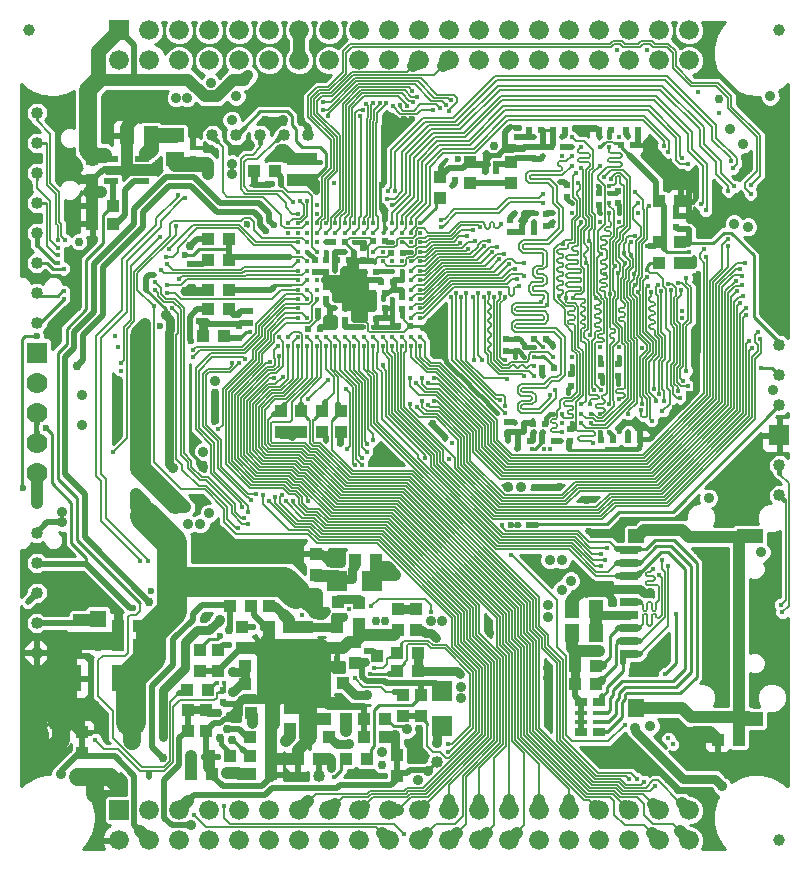
<source format=gbr>
G75*
G70*
%OFA0B0*%
%FSLAX24Y24*%
%IPPOS*%
%LPD*%
%AMOC8*
5,1,8,0,0,1.08239X$1,22.5*
%
%ADD10R,0.0230X0.0240*%
%ADD11R,0.0240X0.0230*%
%ADD12R,0.0400X0.0400*%
%ADD13R,0.0500X0.0600*%
%ADD14C,0.0394*%
%ADD15R,0.0400X0.0250*%
%ADD16R,0.0400X0.0150*%
%ADD17R,0.0660X0.0660*%
%ADD18C,0.0660*%
%ADD19R,0.0200X0.0320*%
%ADD20C,0.0400*%
%ADD21R,0.0630X0.0276*%
%ADD22R,0.0551X0.0472*%
%ADD23R,0.0551X0.0630*%
%ADD24R,0.0866X0.0472*%
%ADD25R,0.0700X0.0900*%
%ADD26C,0.0886*%
%ADD27C,0.0475*%
%ADD28R,0.0650X0.0700*%
%ADD29R,0.0700X0.0700*%
%ADD30R,0.0472X0.0217*%
%ADD31R,0.0600X0.0500*%
%ADD32R,0.0531X0.0531*%
%ADD33C,0.0531*%
%ADD34C,0.0700*%
%ADD35C,0.0591*%
%ADD36R,0.0700X0.0650*%
%ADD37C,0.0100*%
%ADD38C,0.0178*%
%ADD39C,0.0050*%
%ADD40C,0.0236*%
%ADD41C,0.0354*%
%ADD42C,0.0295*%
%ADD43C,0.0400*%
%ADD44C,0.0200*%
%ADD45C,0.0160*%
%ADD46C,0.0300*%
%ADD47C,0.2000*%
%ADD48C,0.0600*%
%ADD49C,0.0500*%
%ADD50C,0.1000*%
%ADD51C,0.0240*%
%ADD52C,0.0320*%
%ADD53C,0.0120*%
%ADD54C,0.0060*%
%ADD55C,0.0080*%
%ADD56C,0.0700*%
%ADD57C,0.0350*%
%ADD58C,0.0250*%
D10*
X013108Y009252D03*
X013108Y009652D03*
X022575Y018204D03*
X022575Y018604D03*
X024689Y018349D03*
X024689Y017949D03*
X024718Y019782D03*
X024718Y020182D03*
X025708Y020132D03*
X025708Y020532D03*
X026298Y020532D03*
X026298Y020132D03*
X022908Y020952D03*
X022558Y020952D03*
X022558Y021352D03*
X022908Y021352D03*
X022694Y024937D03*
X022694Y025337D03*
X023875Y025534D03*
X023875Y025134D03*
X024588Y026112D03*
X024588Y026512D03*
X025646Y026242D03*
X025646Y025842D03*
X026276Y025882D03*
X026276Y026282D03*
X023520Y027378D03*
X023520Y027778D03*
X022208Y026952D03*
X021858Y026952D03*
X021858Y026552D03*
X022208Y026552D03*
X020858Y026652D03*
X020858Y027052D03*
X017772Y024392D03*
X017772Y023992D03*
X016542Y023998D03*
X016178Y023998D03*
X016178Y023598D03*
X016542Y023598D03*
X016552Y023093D03*
X016552Y022693D03*
X017182Y022384D03*
X017182Y021984D03*
X019071Y022378D03*
X019071Y022778D03*
X014008Y022302D03*
X014008Y021902D03*
X013638Y021802D03*
X013638Y021402D03*
X012108Y027352D03*
X012108Y027752D03*
D11*
X016785Y024586D03*
X017185Y024586D03*
X017303Y023995D03*
X016903Y023995D03*
X017809Y023601D03*
X018209Y023601D03*
X018399Y023247D03*
X018523Y022893D03*
X018799Y023247D03*
X018123Y022893D03*
X018123Y022381D03*
X018209Y022026D03*
X017809Y022026D03*
X018523Y022381D03*
X018950Y021790D03*
X019350Y021790D03*
X019108Y024242D03*
X018708Y024242D03*
X018533Y024625D03*
X018133Y024625D03*
X016673Y022302D03*
X016273Y022302D03*
X016358Y021711D03*
X015958Y021711D03*
X022533Y028089D03*
X022933Y028089D03*
X023320Y028326D03*
X023720Y028326D03*
X024108Y028326D03*
X024508Y028326D03*
X024468Y027774D03*
X024068Y027774D03*
X025643Y028326D03*
X026043Y028326D03*
X026549Y028326D03*
X026949Y028326D03*
X026791Y027814D03*
X026391Y027814D03*
X027808Y025452D03*
X027808Y025102D03*
X028208Y025102D03*
X028208Y025452D03*
X023900Y021357D03*
X023500Y021357D03*
X023753Y020412D03*
X024153Y020412D03*
X023838Y018523D03*
X023438Y018523D03*
X023366Y017971D03*
X023753Y017971D03*
X024153Y017971D03*
X022966Y017971D03*
X025722Y018011D03*
X026122Y018011D03*
X026627Y018011D03*
X027027Y018011D03*
X023484Y024940D03*
X023084Y024940D03*
D12*
X022708Y026552D03*
X022708Y027252D03*
X021358Y027252D03*
X021358Y026552D03*
X020358Y026752D03*
X020358Y026052D03*
X016058Y026652D03*
X015458Y026652D03*
X014858Y026952D03*
X014158Y026952D03*
X015458Y027352D03*
X016058Y027352D03*
X013308Y024702D03*
X013308Y024002D03*
X012608Y024002D03*
X012608Y024702D03*
X012608Y023002D03*
X012608Y022352D03*
X013308Y022352D03*
X013308Y023002D03*
X013158Y021452D03*
X012458Y021452D03*
X015058Y018952D03*
X015708Y018952D03*
X015708Y018252D03*
X015058Y018252D03*
X016408Y018252D03*
X017058Y018252D03*
X017058Y018952D03*
X016408Y018952D03*
X016208Y014202D03*
X016208Y013502D03*
X016258Y012602D03*
X016958Y012602D03*
X017658Y012552D03*
X017658Y011852D03*
X017508Y011252D03*
X017508Y010552D03*
X017108Y009902D03*
X016408Y009902D03*
X015908Y011052D03*
X015308Y011052D03*
X015308Y011752D03*
X015908Y011752D03*
X016908Y011752D03*
X016908Y011052D03*
X018258Y010802D03*
X018908Y010902D03*
X018908Y010302D03*
X019608Y010302D03*
X019608Y010902D03*
X019558Y011652D03*
X018958Y011652D03*
X018958Y012352D03*
X019558Y012352D03*
X018258Y011502D03*
X019108Y009502D03*
X019708Y009502D03*
X019708Y008802D03*
X019108Y008802D03*
X018508Y008702D03*
X018508Y008102D03*
X017808Y008102D03*
X017808Y008702D03*
X017208Y008702D03*
X016508Y008702D03*
X016658Y008102D03*
X015958Y008102D03*
X015358Y008352D03*
X015358Y009052D03*
X014758Y008902D03*
X014058Y008902D03*
X014008Y008102D03*
X014008Y007452D03*
X014008Y006852D03*
X014708Y006852D03*
X014708Y007452D03*
X014708Y008102D03*
X015608Y007352D03*
X016308Y007352D03*
X017208Y007352D03*
X017908Y007352D03*
X018908Y007502D03*
X018908Y006802D03*
X014558Y009852D03*
X014558Y010452D03*
X013858Y010452D03*
X013858Y009852D03*
X012958Y010302D03*
X012358Y010302D03*
X012608Y009652D03*
X012558Y009002D03*
X011958Y009002D03*
X011908Y009652D03*
X011958Y008302D03*
X012558Y008302D03*
X012658Y007452D03*
X012758Y006852D03*
X012058Y006852D03*
X013358Y007452D03*
X012958Y011002D03*
X012358Y011002D03*
X013758Y011052D03*
X013758Y011752D03*
X014058Y012452D03*
X014658Y012452D03*
X014658Y011752D03*
X013358Y012452D03*
X010308Y011802D03*
X010308Y011152D03*
X009608Y011152D03*
X009608Y011802D03*
X008308Y012002D03*
X008308Y011302D03*
X008408Y008252D03*
X008408Y007552D03*
X017508Y014002D03*
X018208Y014002D03*
X024858Y010452D03*
X024858Y009852D03*
X025558Y009852D03*
X025558Y010452D03*
X029608Y008002D03*
X030308Y008002D03*
X028358Y023902D03*
X027658Y023902D03*
X027658Y024602D03*
X028358Y024602D03*
X028358Y025952D03*
X027658Y025952D03*
X009458Y025802D03*
X009458Y025202D03*
X008758Y025202D03*
X008758Y025802D03*
X008758Y026652D03*
X008758Y027352D03*
D13*
X009908Y028152D03*
X010708Y028152D03*
X024758Y012352D03*
X025558Y012352D03*
X025558Y011552D03*
X024758Y011552D03*
D14*
X031658Y004652D03*
X031658Y031652D03*
X006658Y031652D03*
D15*
X025058Y009252D03*
X025658Y009252D03*
X025658Y008252D03*
X025058Y008252D03*
D16*
X025058Y008602D03*
X025058Y008902D03*
X025658Y008902D03*
X025658Y008602D03*
D17*
X009658Y005652D03*
X009658Y031652D03*
D18*
X009658Y030652D03*
X010658Y030652D03*
X011658Y030652D03*
X012658Y030652D03*
X013658Y030652D03*
X014658Y030652D03*
X015658Y030652D03*
X016658Y030652D03*
X017658Y030652D03*
X018658Y030652D03*
X019658Y030652D03*
X020658Y030652D03*
X021658Y030652D03*
X022658Y030652D03*
X023658Y030652D03*
X024658Y030652D03*
X025658Y030652D03*
X026658Y030652D03*
X027658Y030652D03*
X028658Y030652D03*
X028658Y031652D03*
X027658Y031652D03*
X026658Y031652D03*
X025658Y031652D03*
X024658Y031652D03*
X023658Y031652D03*
X022658Y031652D03*
X021658Y031652D03*
X020658Y031652D03*
X019658Y031652D03*
X018658Y031652D03*
X017658Y031652D03*
X016658Y031652D03*
X015658Y031652D03*
X014658Y031652D03*
X013658Y031652D03*
X012658Y031652D03*
X011658Y031652D03*
X010658Y031652D03*
X010658Y005652D03*
X010658Y004652D03*
X009658Y004652D03*
X011658Y004652D03*
X012658Y004652D03*
X013658Y004652D03*
X014658Y004652D03*
X015658Y004652D03*
X016658Y004652D03*
X017658Y004652D03*
X018658Y004652D03*
X019658Y004652D03*
X020658Y004652D03*
X021658Y004652D03*
X022658Y004652D03*
X023658Y004652D03*
X024658Y004652D03*
X025658Y004652D03*
X026658Y004652D03*
X027658Y004652D03*
X028658Y004652D03*
X028658Y005652D03*
X027658Y005652D03*
X026658Y005652D03*
X025658Y005652D03*
X024658Y005652D03*
X023658Y005652D03*
X022658Y005652D03*
X021658Y005652D03*
X020658Y005652D03*
X019658Y005652D03*
X018658Y005652D03*
X017658Y005652D03*
X016658Y005652D03*
X015658Y005652D03*
X014658Y005652D03*
X013658Y005652D03*
X012658Y005652D03*
X011658Y005652D03*
D19*
X011958Y008652D03*
X008408Y007902D03*
X018908Y007152D03*
D20*
X020258Y007252D03*
X016308Y006802D03*
X006908Y010902D03*
X006908Y011902D03*
X006908Y012902D03*
X006908Y013902D03*
X006908Y014902D03*
X006908Y015902D03*
X006908Y021902D03*
X006908Y022902D03*
X006908Y023902D03*
X006908Y024902D03*
X006908Y025902D03*
X006908Y026902D03*
X006908Y027902D03*
X006908Y028902D03*
X012758Y028152D03*
X013558Y028152D03*
X014358Y028152D03*
X015158Y028152D03*
X015958Y028152D03*
X031658Y021152D03*
X031658Y020152D03*
X031658Y019152D03*
X031658Y017152D03*
X031658Y016152D03*
D21*
X026655Y014331D03*
X026655Y013898D03*
X026655Y013465D03*
X026655Y013032D03*
X026655Y012599D03*
X026655Y012166D03*
X026655Y011733D03*
X026655Y011300D03*
X026655Y010867D03*
D22*
X026901Y014804D03*
D23*
X026901Y009056D03*
D24*
X030680Y008701D03*
X030680Y014804D03*
D25*
X009765Y010052D03*
X008051Y010052D03*
D26*
X015608Y010152D03*
D27*
X014821Y009365D03*
X016396Y009365D03*
X016396Y010940D03*
X014821Y010940D03*
D28*
X016933Y013302D03*
X018083Y013302D03*
D29*
X006908Y020902D03*
X031658Y018152D03*
D30*
X010420Y026628D03*
X010420Y027002D03*
X010420Y027376D03*
X009396Y027376D03*
X009396Y026628D03*
D31*
X011508Y027352D03*
X011508Y028152D03*
D32*
X008958Y012046D03*
D33*
X008958Y011259D03*
D34*
X006908Y016902D03*
X006908Y017902D03*
X006908Y018902D03*
X006908Y019902D03*
D35*
X007719Y008995D03*
X007719Y008877D03*
X007719Y008759D03*
X007719Y008641D03*
X007719Y008523D03*
X007719Y008404D03*
X007719Y008286D03*
X007719Y008168D03*
X008368Y006771D03*
X008447Y006771D03*
X008565Y006771D03*
X008683Y006771D03*
X008801Y006771D03*
X008920Y006771D03*
X009038Y006771D03*
X009156Y006771D03*
X009234Y006771D03*
X010081Y008050D03*
X010081Y008168D03*
X010081Y008286D03*
X010081Y008404D03*
X010081Y008523D03*
X010081Y008641D03*
X010081Y008759D03*
X010081Y008877D03*
X010081Y008995D03*
D36*
X020408Y008477D03*
X020408Y009627D03*
D37*
X006378Y012451D02*
X006378Y006450D01*
X006455Y006521D01*
X006455Y006521D01*
X006560Y006603D01*
X006673Y006675D01*
X006792Y006737D01*
X006916Y006788D01*
X006916Y006788D01*
X007044Y006827D01*
X007044Y006827D01*
X007175Y006854D01*
X007175Y006854D01*
X007308Y006869D01*
X007308Y006869D01*
X007361Y006870D01*
X007361Y006921D01*
X007414Y007049D01*
X007511Y007147D01*
X007527Y007153D01*
X007596Y007222D01*
X008038Y007664D01*
X008038Y007823D01*
X008061Y007846D01*
X008058Y007849D01*
X007982Y007774D01*
X007811Y007703D01*
X007626Y007703D01*
X007455Y007774D01*
X007324Y007905D01*
X007253Y008076D01*
X007253Y008221D01*
X007173Y008414D01*
X007173Y008513D01*
X007260Y008513D01*
X007264Y008523D01*
X007260Y008532D01*
X007173Y008532D01*
X007173Y008631D01*
X007253Y008824D01*
X007253Y008902D01*
X007253Y009088D01*
X007324Y009259D01*
X007455Y009389D01*
X007530Y009420D01*
X007451Y009499D01*
X007451Y010002D01*
X008001Y010002D01*
X008101Y010002D01*
X008101Y009352D01*
X008505Y009352D01*
X008651Y009499D01*
X008651Y010002D01*
X008101Y010002D01*
X008101Y010102D01*
X008651Y010102D01*
X008651Y010606D01*
X008505Y010752D01*
X008101Y010752D01*
X008101Y010103D01*
X008001Y010103D01*
X008001Y010752D01*
X007597Y010752D01*
X007451Y010606D01*
X007451Y010102D01*
X008001Y010102D01*
X008001Y010002D01*
X008001Y009371D01*
X008113Y009259D01*
X008184Y009088D01*
X008184Y008902D01*
X008184Y008824D01*
X008234Y008702D01*
X008358Y008702D01*
X008358Y008303D01*
X008458Y008303D01*
X008458Y008702D01*
X008712Y008702D01*
X008858Y008556D01*
X008858Y008302D01*
X008458Y008302D01*
X008458Y008232D01*
X008579Y008232D01*
X008608Y008202D01*
X008692Y008202D01*
X008711Y008222D01*
X008807Y008261D01*
X008910Y008261D01*
X009005Y008222D01*
X009078Y008149D01*
X009117Y008054D01*
X009117Y008019D01*
X009239Y007897D01*
X009337Y007897D01*
X009263Y007972D01*
X009263Y008872D01*
X008877Y009257D01*
X008763Y009372D01*
X008763Y010572D01*
X008763Y010733D01*
X008797Y010767D01*
X008666Y010821D01*
X008623Y010864D01*
X008612Y010852D01*
X008358Y010852D01*
X008358Y011252D01*
X008258Y011252D01*
X008258Y010852D01*
X008005Y010852D01*
X007858Y010999D01*
X007858Y011252D01*
X008258Y011252D01*
X008258Y011352D01*
X007858Y011352D01*
X007858Y011606D01*
X007885Y011632D01*
X007161Y011632D01*
X007061Y011532D01*
X006755Y011532D01*
X006538Y011749D01*
X006538Y012056D01*
X006755Y012272D01*
X007061Y012272D01*
X007161Y012172D01*
X007938Y012172D01*
X007938Y012273D01*
X008038Y012372D01*
X008155Y012372D01*
X008522Y012372D01*
X008522Y012382D01*
X008622Y012482D01*
X009294Y012482D01*
X009394Y012382D01*
X009394Y012252D01*
X009558Y012252D01*
X009558Y011853D01*
X009658Y011853D01*
X009658Y012252D01*
X009776Y012252D01*
X009738Y012291D01*
X008446Y013582D01*
X007111Y013582D01*
X007061Y013532D01*
X006755Y013532D01*
X006538Y013749D01*
X006538Y014056D01*
X006755Y014272D01*
X007061Y014272D01*
X007211Y014122D01*
X008177Y014122D01*
X007838Y014461D01*
X007838Y014644D01*
X007838Y014910D01*
X007827Y014905D01*
X007689Y014905D01*
X007654Y014920D01*
X007736Y014838D01*
X007786Y014718D01*
X007786Y014587D01*
X007736Y014467D01*
X007644Y014375D01*
X007523Y014325D01*
X007393Y014325D01*
X007273Y014375D01*
X007180Y014467D01*
X007131Y014587D01*
X007131Y014602D01*
X007061Y014532D01*
X006755Y014532D01*
X006725Y014562D01*
X006686Y014467D01*
X006594Y014375D01*
X006473Y014325D01*
X006378Y014325D01*
X006378Y012754D01*
X006538Y012914D01*
X006538Y013056D01*
X006755Y013272D01*
X007061Y013272D01*
X007278Y013056D01*
X007278Y012749D01*
X007061Y012532D01*
X006920Y012532D01*
X006720Y012332D01*
X006496Y012332D01*
X006378Y012451D01*
X006378Y012430D02*
X006399Y012430D01*
X006378Y012332D02*
X007997Y012332D01*
X007938Y012233D02*
X007101Y012233D01*
X006818Y012430D02*
X008570Y012430D01*
X009007Y013021D02*
X007278Y013021D01*
X007278Y012923D02*
X009106Y012923D01*
X009204Y012824D02*
X007278Y012824D01*
X007255Y012726D02*
X009303Y012726D01*
X009402Y012627D02*
X007156Y012627D01*
X006916Y012529D02*
X009500Y012529D01*
X009599Y012430D02*
X009346Y012430D01*
X009394Y012332D02*
X009697Y012332D01*
X009658Y012233D02*
X009558Y012233D01*
X009558Y012134D02*
X009658Y012134D01*
X009658Y012036D02*
X009558Y012036D01*
X009558Y011937D02*
X009658Y011937D01*
X009658Y011752D02*
X009658Y011352D01*
X009658Y011203D01*
X009558Y011203D01*
X009558Y011352D01*
X009558Y011752D01*
X009658Y011752D01*
X009658Y011740D02*
X009558Y011740D01*
X009558Y011642D02*
X009658Y011642D01*
X009658Y011543D02*
X009558Y011543D01*
X009558Y011445D02*
X009658Y011445D01*
X009658Y011346D02*
X009558Y011346D01*
X009558Y011248D02*
X009658Y011248D01*
X008919Y011248D02*
X008758Y011248D01*
X008758Y011252D02*
X008358Y011252D01*
X008358Y011352D01*
X008442Y011352D01*
X008442Y011297D01*
X008919Y011297D01*
X008919Y011220D01*
X008758Y011220D01*
X008758Y011252D01*
X008442Y011346D02*
X008358Y011346D01*
X008358Y011248D02*
X008258Y011248D01*
X008258Y011346D02*
X007101Y011346D01*
X007094Y011352D02*
X006958Y011352D01*
X006958Y010953D01*
X006858Y010953D01*
X006858Y011352D01*
X006722Y011352D01*
X006458Y011089D01*
X006458Y010952D01*
X006858Y010952D01*
X006378Y010952D01*
X006378Y011050D02*
X006458Y011050D01*
X006518Y011149D02*
X006378Y011149D01*
X006378Y011248D02*
X006617Y011248D01*
X006715Y011346D02*
X006378Y011346D01*
X006378Y011445D02*
X007858Y011445D01*
X007858Y011543D02*
X007072Y011543D01*
X007094Y011352D02*
X007358Y011089D01*
X007358Y010952D01*
X006958Y010952D01*
X007905Y010952D01*
X007858Y011050D02*
X007358Y011050D01*
X007298Y011149D02*
X007858Y011149D01*
X007858Y011248D02*
X007199Y011248D01*
X006958Y011248D02*
X006858Y011248D01*
X006858Y011346D02*
X006958Y011346D01*
X006958Y011149D02*
X006858Y011149D01*
X006858Y011050D02*
X006958Y011050D01*
X006958Y010952D02*
X006958Y010852D01*
X006958Y010452D01*
X007094Y010452D01*
X007358Y010716D01*
X007358Y010852D01*
X006958Y010852D01*
X006858Y010852D01*
X006858Y010452D01*
X006722Y010452D01*
X006458Y010716D01*
X006458Y010852D01*
X006858Y010852D01*
X006858Y010952D01*
X006858Y010853D02*
X006378Y010853D01*
X006378Y010755D02*
X006458Y010755D01*
X006518Y010656D02*
X006378Y010656D01*
X006378Y010558D02*
X006616Y010558D01*
X006715Y010459D02*
X006378Y010459D01*
X006378Y010361D02*
X007451Y010361D01*
X007451Y010459D02*
X007101Y010459D01*
X007200Y010558D02*
X007451Y010558D01*
X007501Y010656D02*
X007298Y010656D01*
X007358Y010755D02*
X008785Y010755D01*
X008763Y010656D02*
X008601Y010656D01*
X008651Y010558D02*
X008763Y010558D01*
X008763Y010459D02*
X008651Y010459D01*
X008651Y010361D02*
X008763Y010361D01*
X008763Y010262D02*
X008651Y010262D01*
X008651Y010164D02*
X008763Y010164D01*
X008763Y010065D02*
X008101Y010065D01*
X008101Y009966D02*
X008001Y009966D01*
X008001Y009868D02*
X008101Y009868D01*
X008101Y009769D02*
X008001Y009769D01*
X008001Y009671D02*
X008101Y009671D01*
X008101Y009572D02*
X008001Y009572D01*
X008001Y009474D02*
X008101Y009474D01*
X008101Y009375D02*
X008001Y009375D01*
X008095Y009277D02*
X008858Y009277D01*
X008763Y009375D02*
X008527Y009375D01*
X008626Y009474D02*
X008763Y009474D01*
X008763Y009572D02*
X008651Y009572D01*
X008651Y009671D02*
X008763Y009671D01*
X008763Y009769D02*
X008651Y009769D01*
X008651Y009868D02*
X008763Y009868D01*
X008763Y009966D02*
X008651Y009966D01*
X008101Y010164D02*
X008001Y010164D01*
X008001Y010262D02*
X008101Y010262D01*
X008101Y010361D02*
X008001Y010361D01*
X008001Y010459D02*
X008101Y010459D01*
X008101Y010558D02*
X008001Y010558D01*
X008001Y010656D02*
X008101Y010656D01*
X008004Y010853D02*
X006958Y010853D01*
X006958Y010755D02*
X006858Y010755D01*
X006858Y010656D02*
X006958Y010656D01*
X006958Y010558D02*
X006858Y010558D01*
X006858Y010459D02*
X006958Y010459D01*
X007451Y010262D02*
X006378Y010262D01*
X006378Y010164D02*
X007451Y010164D01*
X007451Y009966D02*
X006378Y009966D01*
X006378Y009868D02*
X007451Y009868D01*
X007451Y009769D02*
X006378Y009769D01*
X006378Y009671D02*
X007451Y009671D01*
X007451Y009572D02*
X006378Y009572D01*
X006378Y009474D02*
X007476Y009474D01*
X007441Y009375D02*
X006378Y009375D01*
X006378Y009277D02*
X007342Y009277D01*
X007291Y009178D02*
X006378Y009178D01*
X006378Y009080D02*
X007253Y009080D01*
X007253Y008981D02*
X006378Y008981D01*
X006378Y008883D02*
X007253Y008883D01*
X007237Y008784D02*
X006378Y008784D01*
X006378Y008685D02*
X007196Y008685D01*
X007173Y008587D02*
X006378Y008587D01*
X006378Y008488D02*
X007173Y008488D01*
X007183Y008390D02*
X006378Y008390D01*
X006378Y008291D02*
X007224Y008291D01*
X007253Y008193D02*
X006378Y008193D01*
X006378Y008094D02*
X007253Y008094D01*
X007287Y007996D02*
X006378Y007996D01*
X006378Y007897D02*
X007332Y007897D01*
X007430Y007799D02*
X006378Y007799D01*
X006378Y007700D02*
X008038Y007700D01*
X008038Y007799D02*
X008007Y007799D01*
X007975Y007601D02*
X006378Y007601D01*
X006378Y007503D02*
X007877Y007503D01*
X007778Y007404D02*
X006378Y007404D01*
X006378Y007306D02*
X007680Y007306D01*
X007581Y007207D02*
X006378Y007207D01*
X006378Y007109D02*
X007473Y007109D01*
X007398Y007010D02*
X006378Y007010D01*
X006378Y006912D02*
X007361Y006912D01*
X007000Y006813D02*
X006378Y006813D01*
X006378Y006715D02*
X006749Y006715D01*
X006580Y006616D02*
X006378Y006616D01*
X006378Y006517D02*
X006451Y006517D01*
X008598Y006265D02*
X008664Y006166D01*
X008664Y006166D01*
X008728Y006049D01*
X008728Y006049D01*
X008782Y005926D01*
X008782Y005926D01*
X008824Y005799D01*
X008824Y005799D01*
X008854Y005669D01*
X008854Y005669D01*
X008872Y005536D01*
X008872Y005536D01*
X008878Y005402D01*
X008878Y005402D01*
X008872Y005269D01*
X008854Y005136D01*
X008824Y005006D01*
X008782Y004879D01*
X008728Y004756D01*
X008664Y004639D01*
X008589Y004528D01*
X008505Y004424D01*
X008455Y004372D01*
X009146Y004372D01*
X009078Y004537D01*
X009078Y004602D01*
X009608Y004602D01*
X009608Y004702D01*
X009078Y004702D01*
X009078Y004768D01*
X009166Y004981D01*
X009330Y005144D01*
X009350Y005152D01*
X009258Y005152D01*
X009158Y005252D01*
X009158Y006053D01*
X009258Y006152D01*
X009888Y006152D01*
X009888Y006691D01*
X009688Y006890D01*
X009700Y006863D01*
X009700Y006678D01*
X009629Y006507D01*
X009498Y006376D01*
X009327Y006305D01*
X009142Y006305D01*
X009103Y006305D01*
X008910Y006225D01*
X008810Y006225D01*
X008810Y006312D01*
X008801Y006316D01*
X008792Y006312D01*
X008792Y006225D01*
X008693Y006225D01*
X008598Y006265D01*
X008627Y006222D02*
X009888Y006222D01*
X009888Y006320D02*
X009364Y006320D01*
X009541Y006419D02*
X009888Y006419D01*
X009888Y006517D02*
X009633Y006517D01*
X009674Y006616D02*
X009888Y006616D01*
X009864Y006715D02*
X009700Y006715D01*
X009700Y006813D02*
X009766Y006813D01*
X009229Y006123D02*
X008688Y006123D01*
X008739Y006025D02*
X009158Y006025D01*
X009158Y005926D02*
X008782Y005926D01*
X008814Y005828D02*
X009158Y005828D01*
X009158Y005729D02*
X008840Y005729D01*
X008859Y005631D02*
X009158Y005631D01*
X009158Y005532D02*
X008872Y005532D01*
X008877Y005434D02*
X009158Y005434D01*
X009158Y005335D02*
X008875Y005335D01*
X008868Y005236D02*
X009174Y005236D01*
X009323Y005138D02*
X008854Y005138D01*
X008831Y005039D02*
X009225Y005039D01*
X009150Y004941D02*
X008802Y004941D01*
X008766Y004842D02*
X009109Y004842D01*
X009078Y004744D02*
X008722Y004744D01*
X008668Y004645D02*
X009608Y004645D01*
X009115Y004448D02*
X008525Y004448D01*
X008602Y004547D02*
X009078Y004547D01*
X012428Y007402D02*
X012428Y007502D01*
X012608Y007502D01*
X012608Y007402D01*
X012428Y007402D01*
X012428Y007404D02*
X012608Y007404D01*
X012708Y007404D02*
X012988Y007404D01*
X012988Y007402D02*
X012708Y007402D01*
X012708Y007502D01*
X012988Y007502D01*
X012988Y007402D01*
X013408Y008002D02*
X013458Y008002D01*
X013758Y007702D01*
X013698Y008622D02*
X013436Y008622D01*
X013321Y008670D01*
X013195Y008670D01*
X013144Y008649D01*
X013217Y008722D01*
X013240Y008777D01*
X013243Y008780D01*
X013243Y008785D01*
X013266Y008839D01*
X013266Y008882D01*
X013327Y008882D01*
X013327Y008883D02*
X013688Y008883D01*
X013688Y008981D02*
X013425Y008981D01*
X013473Y009029D02*
X013327Y008882D01*
X013243Y008784D02*
X013688Y008784D01*
X013688Y008685D02*
X013180Y008685D01*
X013473Y009029D02*
X013473Y009245D01*
X013116Y009245D01*
X013116Y009260D01*
X013378Y009260D01*
X013389Y009255D01*
X013527Y009255D01*
X013655Y009308D01*
X013752Y009406D01*
X013780Y009471D01*
X013791Y009482D01*
X014129Y009482D01*
X014152Y009505D01*
X014255Y009402D01*
X014333Y009402D01*
X014333Y009394D01*
X014792Y009394D01*
X014792Y009336D01*
X014708Y009336D01*
X014708Y009352D01*
X014455Y009352D01*
X014438Y009336D01*
X014333Y009336D01*
X014333Y009268D01*
X014334Y009267D01*
X014329Y009272D01*
X013788Y009272D01*
X013688Y009173D01*
X013688Y008632D01*
X013698Y008622D01*
X013688Y009080D02*
X013473Y009080D01*
X013473Y009178D02*
X013693Y009178D01*
X013579Y009277D02*
X014333Y009277D01*
X014183Y009474D02*
X013782Y009474D01*
X013722Y009375D02*
X014792Y009375D01*
X014808Y008852D02*
X014808Y008552D01*
X014758Y008552D01*
X014758Y008153D01*
X014658Y008153D01*
X014658Y008452D01*
X014708Y008452D01*
X014708Y008852D01*
X014808Y008852D01*
X014808Y008784D02*
X014708Y008784D01*
X014708Y008685D02*
X014808Y008685D01*
X014808Y008587D02*
X014708Y008587D01*
X014708Y008488D02*
X014758Y008488D01*
X014758Y008390D02*
X014658Y008390D01*
X014658Y008291D02*
X014758Y008291D01*
X014758Y008193D02*
X014658Y008193D01*
X014658Y008052D02*
X014758Y008052D01*
X014758Y007902D01*
X014758Y007503D01*
X014658Y007503D01*
X014658Y007902D01*
X014658Y008052D01*
X014658Y007996D02*
X014758Y007996D01*
X014758Y007897D02*
X014658Y007897D01*
X014658Y007799D02*
X014758Y007799D01*
X014758Y007700D02*
X014658Y007700D01*
X014658Y007601D02*
X014758Y007601D01*
X014758Y007503D02*
X014658Y007503D01*
X014758Y007502D02*
X015158Y007502D01*
X015158Y007582D01*
X015158Y007402D01*
X015558Y007402D01*
X015558Y007302D01*
X015658Y007302D01*
X015658Y006902D01*
X015912Y006902D01*
X015938Y006929D01*
X015938Y006672D01*
X015158Y006672D01*
X015158Y006802D01*
X014758Y006802D01*
X014758Y006672D01*
X014658Y006672D01*
X014658Y006802D01*
X014758Y006802D01*
X014758Y006902D01*
X015158Y006902D01*
X015158Y007149D01*
X015158Y007402D01*
X014758Y007402D01*
X014758Y007002D01*
X014758Y006903D01*
X014658Y006903D01*
X014658Y007002D01*
X014658Y007402D01*
X014758Y007402D01*
X014758Y007502D01*
X014758Y007404D02*
X015158Y007404D01*
X015158Y007306D02*
X015558Y007306D01*
X015558Y007302D02*
X015158Y007302D01*
X015158Y007049D01*
X015305Y006902D01*
X015558Y006902D01*
X015558Y007302D01*
X015558Y007207D02*
X015658Y007207D01*
X015658Y007109D02*
X015558Y007109D01*
X015558Y007010D02*
X015658Y007010D01*
X015658Y006912D02*
X015558Y006912D01*
X015295Y006912D02*
X015158Y006912D01*
X015158Y007010D02*
X015197Y007010D01*
X015158Y007109D02*
X015158Y007109D01*
X015158Y007207D02*
X015158Y007207D01*
X015158Y007503D02*
X015158Y007503D01*
X015158Y007582D02*
X015158Y007582D01*
X015558Y007601D02*
X015658Y007601D01*
X015658Y007652D02*
X015658Y007403D01*
X015558Y007403D01*
X015558Y007749D01*
X015655Y007652D01*
X015658Y007652D01*
X015607Y007700D02*
X015558Y007700D01*
X015558Y007503D02*
X015658Y007503D01*
X015658Y007404D02*
X015558Y007404D01*
X015908Y007802D02*
X015908Y008052D01*
X016008Y008052D01*
X016008Y007706D01*
X015912Y007802D01*
X015908Y007802D01*
X015916Y007799D02*
X016008Y007799D01*
X016008Y007897D02*
X015908Y007897D01*
X015908Y007996D02*
X016008Y007996D01*
X016008Y008153D02*
X015908Y008153D01*
X015908Y008552D01*
X015728Y008552D01*
X015728Y008623D01*
X015705Y008646D01*
X015808Y008749D01*
X015808Y009002D01*
X015408Y009002D01*
X015408Y009102D01*
X015808Y009102D01*
X015808Y009356D01*
X015704Y009460D01*
X015746Y009460D01*
X015940Y009540D01*
X015908Y009462D01*
X015908Y009394D01*
X016366Y009394D01*
X016366Y009336D01*
X015908Y009336D01*
X015908Y009268D01*
X015982Y009089D01*
X016062Y009010D01*
X016058Y009006D01*
X016058Y008752D01*
X016458Y008752D01*
X016458Y008652D01*
X016058Y008652D01*
X016058Y008552D01*
X016008Y008552D01*
X016008Y008153D01*
X016008Y008193D02*
X015908Y008193D01*
X015908Y008291D02*
X016008Y008291D01*
X016008Y008390D02*
X015908Y008390D01*
X015908Y008488D02*
X016008Y008488D01*
X016058Y008587D02*
X015728Y008587D01*
X015745Y008685D02*
X016458Y008685D01*
X016058Y008784D02*
X015808Y008784D01*
X015808Y008883D02*
X016058Y008883D01*
X016058Y008981D02*
X015808Y008981D01*
X015808Y009178D02*
X015945Y009178D01*
X015908Y009277D02*
X015808Y009277D01*
X015789Y009375D02*
X016366Y009375D01*
X016367Y009394D02*
X016367Y009852D01*
X016424Y009852D01*
X016424Y009394D01*
X016367Y009394D01*
X016424Y009394D02*
X016883Y009394D01*
X016883Y009462D01*
X016854Y009532D01*
X017026Y009532D01*
X017188Y009370D01*
X017376Y009182D01*
X017773Y009182D01*
X017839Y009155D01*
X017977Y009155D01*
X018016Y009171D01*
X017997Y009152D01*
X017858Y009152D01*
X017858Y008753D01*
X017758Y008753D01*
X017758Y009152D01*
X017505Y009152D01*
X017425Y009072D01*
X017361Y009072D01*
X017055Y009072D01*
X016938Y009072D01*
X016915Y009049D01*
X016828Y009136D01*
X016883Y009268D01*
X016883Y009336D01*
X016424Y009336D01*
X016424Y009394D01*
X016424Y009375D02*
X017183Y009375D01*
X017281Y009277D02*
X016883Y009277D01*
X016846Y009178D02*
X017784Y009178D01*
X017758Y009080D02*
X017858Y009080D01*
X017858Y008981D02*
X017758Y008981D01*
X017758Y008883D02*
X017858Y008883D01*
X017858Y008784D02*
X017758Y008784D01*
X017758Y008652D02*
X017858Y008652D01*
X017858Y008552D01*
X017858Y008153D01*
X017758Y008153D01*
X017758Y008552D01*
X017758Y008652D01*
X017758Y008587D02*
X017858Y008587D01*
X017858Y008488D02*
X017758Y008488D01*
X017758Y008390D02*
X017858Y008390D01*
X017858Y008291D02*
X017758Y008291D01*
X017758Y008193D02*
X017858Y008193D01*
X018158Y007802D02*
X018058Y007702D01*
X018058Y007352D01*
X017908Y007352D01*
X018135Y006982D02*
X017638Y006982D01*
X017558Y007062D01*
X017479Y006982D01*
X017278Y006982D01*
X017278Y006911D01*
X017139Y006772D01*
X018538Y006772D01*
X018538Y006862D01*
X018471Y006835D01*
X018345Y006835D01*
X018228Y006883D01*
X018139Y006972D01*
X018135Y006982D01*
X018200Y006912D02*
X017278Y006912D01*
X017180Y006813D02*
X018538Y006813D01*
X019278Y007272D02*
X019278Y007773D01*
X019179Y007872D01*
X019178Y007872D01*
X019178Y008010D01*
X019189Y008005D01*
X019327Y008005D01*
X019455Y008058D01*
X019552Y008156D01*
X019605Y008283D01*
X019605Y008421D01*
X019601Y008432D01*
X019688Y008432D01*
X019688Y008411D01*
X019713Y008386D01*
X019713Y007883D01*
X019713Y007722D01*
X019913Y007522D01*
X019959Y007476D01*
X019888Y007406D01*
X019888Y007299D01*
X019823Y007272D01*
X019796Y007272D01*
X019278Y007272D01*
X019278Y007306D02*
X019888Y007306D01*
X019888Y007404D02*
X019278Y007404D01*
X019278Y007503D02*
X019932Y007503D01*
X019833Y007601D02*
X019278Y007601D01*
X019278Y007700D02*
X019735Y007700D01*
X019713Y007799D02*
X019252Y007799D01*
X019178Y007897D02*
X019713Y007897D01*
X019713Y007996D02*
X019178Y007996D01*
X019491Y008094D02*
X019713Y008094D01*
X019713Y008193D02*
X019568Y008193D01*
X019605Y008291D02*
X019713Y008291D01*
X019710Y008390D02*
X019605Y008390D01*
X019908Y008502D02*
X019908Y008552D01*
X019708Y008752D01*
X019708Y008802D01*
X019408Y009152D02*
X019708Y009452D01*
X019708Y009502D01*
X019408Y009152D02*
X018308Y009152D01*
X018158Y009002D01*
X018158Y007802D01*
X018808Y008452D02*
X019158Y008452D01*
X019258Y008352D01*
X018808Y008452D02*
X018558Y008702D01*
X018508Y008702D01*
X017432Y009080D02*
X016884Y009080D01*
X016878Y009474D02*
X017084Y009474D01*
X016424Y009474D02*
X016367Y009474D01*
X016367Y009572D02*
X016424Y009572D01*
X016424Y009671D02*
X016367Y009671D01*
X016367Y009769D02*
X016424Y009769D01*
X016458Y009953D02*
X016358Y009953D01*
X016358Y010352D01*
X016275Y010352D01*
X016220Y010485D01*
X016299Y010452D01*
X016367Y010452D01*
X016367Y010911D01*
X016424Y010911D01*
X016424Y010452D01*
X016492Y010452D01*
X016672Y010527D01*
X016747Y010602D01*
X016858Y010602D01*
X016858Y010783D01*
X016883Y010843D01*
X016883Y010911D01*
X016858Y010911D01*
X016858Y010969D01*
X016883Y010969D01*
X016883Y011002D01*
X016958Y011002D01*
X016958Y010602D01*
X017138Y010602D01*
X017138Y010282D01*
X017148Y010272D01*
X016838Y010272D01*
X016815Y010249D01*
X016712Y010352D01*
X016458Y010352D01*
X016458Y009953D01*
X016458Y009966D02*
X016358Y009966D01*
X016358Y010065D02*
X016458Y010065D01*
X016458Y010164D02*
X016358Y010164D01*
X016358Y010262D02*
X016458Y010262D01*
X016424Y010459D02*
X016367Y010459D01*
X016282Y010459D02*
X016231Y010459D01*
X016272Y010361D02*
X017138Y010361D01*
X017138Y010459D02*
X016509Y010459D01*
X016424Y010558D02*
X016367Y010558D01*
X016367Y010656D02*
X016424Y010656D01*
X016424Y010755D02*
X016367Y010755D01*
X016367Y010853D02*
X016424Y010853D01*
X016424Y010969D02*
X016367Y010969D01*
X016367Y011427D01*
X016299Y011427D01*
X016290Y011424D01*
X016282Y011432D01*
X016535Y011432D01*
X016519Y011416D01*
X016492Y011427D01*
X016424Y011427D01*
X016424Y010969D01*
X016424Y011050D02*
X016367Y011050D01*
X016367Y011149D02*
X016424Y011149D01*
X016424Y011248D02*
X016367Y011248D01*
X016367Y011346D02*
X016424Y011346D01*
X016858Y010952D02*
X016958Y010952D01*
X016958Y010853D02*
X016883Y010853D01*
X016858Y010755D02*
X016958Y010755D01*
X016958Y010656D02*
X016858Y010656D01*
X016703Y010558D02*
X017138Y010558D01*
X016827Y010262D02*
X016802Y010262D01*
X015913Y009474D02*
X015780Y009474D01*
X015408Y009474D02*
X015308Y009474D01*
X015308Y009462D02*
X015308Y009502D01*
X015291Y009502D01*
X015276Y009540D01*
X015408Y009485D01*
X015408Y009103D01*
X015308Y009103D01*
X015308Y009268D01*
X015308Y009303D01*
X015308Y009438D01*
X015308Y009462D01*
X015308Y009375D02*
X015408Y009375D01*
X015408Y009277D02*
X015308Y009277D01*
X015308Y009178D02*
X015408Y009178D01*
X015408Y009080D02*
X015992Y009080D01*
X015558Y010102D02*
X015008Y010102D01*
X015008Y010156D01*
X015008Y010202D01*
X015558Y010202D01*
X015558Y010102D01*
X015558Y010164D02*
X015008Y010164D01*
X014608Y010164D02*
X014508Y010164D01*
X014508Y010262D02*
X014608Y010262D01*
X014608Y010302D02*
X014608Y010402D01*
X014508Y010402D01*
X014508Y010302D01*
X014508Y009903D01*
X014608Y009903D01*
X014608Y010302D01*
X014608Y010361D02*
X014508Y010361D01*
X014508Y010065D02*
X014608Y010065D01*
X014608Y009966D02*
X014508Y009966D01*
X014208Y010856D02*
X014208Y011002D01*
X013808Y011002D01*
X013808Y011102D01*
X014208Y011102D01*
X014208Y011356D01*
X014105Y011459D01*
X014110Y011464D01*
X014165Y011464D01*
X014208Y011482D01*
X014208Y011449D01*
X014355Y011302D01*
X014494Y011302D01*
X014407Y011216D01*
X014333Y011037D01*
X014333Y010969D01*
X014792Y010969D01*
X014792Y010911D01*
X014333Y010911D01*
X014333Y010902D01*
X014255Y010902D01*
X014208Y010856D01*
X014208Y010952D02*
X014792Y010952D01*
X014850Y010952D02*
X014858Y010952D01*
X014858Y010969D02*
X014858Y010911D01*
X014850Y010911D01*
X014850Y010969D01*
X014858Y010969D01*
X014708Y011421D02*
X014708Y011702D01*
X014608Y011702D01*
X014608Y011379D01*
X014708Y011421D01*
X014708Y011445D02*
X014608Y011445D01*
X014608Y011543D02*
X014708Y011543D01*
X014708Y011642D02*
X014608Y011642D01*
X014608Y011702D02*
X014396Y011702D01*
X014396Y011802D01*
X014608Y011802D01*
X014608Y011702D01*
X014608Y011740D02*
X014396Y011740D01*
X014212Y011445D02*
X014119Y011445D01*
X014208Y011346D02*
X014311Y011346D01*
X014208Y011248D02*
X014439Y011248D01*
X014380Y011149D02*
X014208Y011149D01*
X014339Y011050D02*
X013808Y011050D01*
X013008Y011452D02*
X012908Y011352D01*
X012658Y011352D01*
X012358Y011052D01*
X012358Y011002D01*
X012408Y010352D02*
X012508Y010352D01*
X012908Y010352D01*
X012908Y010252D01*
X012508Y010252D01*
X012408Y010252D01*
X012408Y010352D01*
X012408Y010262D02*
X012908Y010262D01*
X012908Y009902D02*
X012858Y009902D01*
X012608Y009652D01*
X012958Y009602D02*
X013108Y009602D01*
X013108Y009652D01*
X013158Y009702D01*
X013158Y009902D01*
X012526Y011972D02*
X012378Y011972D01*
X012378Y012091D01*
X012520Y012232D01*
X012747Y012232D01*
X012714Y012199D01*
X012687Y012133D01*
X012526Y011972D01*
X012589Y012036D02*
X012378Y012036D01*
X012422Y012134D02*
X012687Y012134D01*
X012078Y013922D02*
X012078Y014275D01*
X012078Y014830D01*
X012045Y014863D01*
X012155Y014908D01*
X012158Y014911D01*
X012161Y014908D01*
X012289Y014855D01*
X012427Y014855D01*
X012555Y014908D01*
X012652Y015006D01*
X012705Y015133D01*
X012705Y015205D01*
X012727Y015205D01*
X012855Y015258D01*
X012952Y015356D01*
X012963Y015382D01*
X012963Y015172D01*
X013077Y015057D01*
X013477Y014657D01*
X013639Y014657D01*
X015877Y014657D01*
X015893Y014641D01*
X015758Y014506D01*
X015758Y014252D01*
X016158Y014252D01*
X016158Y014152D01*
X015758Y014152D01*
X015758Y013899D01*
X015861Y013796D01*
X015838Y013773D01*
X015838Y013656D01*
X015838Y013606D01*
X015838Y013520D01*
X015436Y013922D01*
X014881Y013922D01*
X012078Y013922D01*
X012078Y014007D02*
X015758Y014007D01*
X015758Y014105D02*
X012078Y014105D01*
X012078Y014204D02*
X016158Y014204D01*
X016258Y014204D02*
X017138Y014204D01*
X017138Y014273D02*
X017223Y014357D01*
X016658Y014357D01*
X016658Y014252D01*
X016258Y014252D01*
X016258Y014152D01*
X016658Y014152D01*
X016658Y013899D01*
X016582Y013822D01*
X017088Y013822D01*
X017088Y013835D01*
X017138Y013885D01*
X017138Y014273D01*
X017168Y014302D02*
X016658Y014302D01*
X016658Y014105D02*
X017138Y014105D01*
X017138Y014007D02*
X016658Y014007D01*
X016658Y013908D02*
X017138Y013908D01*
X015847Y013810D02*
X015548Y013810D01*
X015450Y013908D02*
X015758Y013908D01*
X015838Y013711D02*
X015647Y013711D01*
X015745Y013613D02*
X015838Y013613D01*
X015758Y014302D02*
X012078Y014302D01*
X012078Y014401D02*
X015758Y014401D01*
X015758Y014499D02*
X012078Y014499D01*
X012078Y014598D02*
X015850Y014598D01*
X013438Y014697D02*
X012078Y014697D01*
X012078Y014795D02*
X013340Y014795D01*
X013241Y014894D02*
X012520Y014894D01*
X012639Y014992D02*
X013143Y014992D01*
X013044Y015091D02*
X012688Y015091D01*
X012705Y015189D02*
X012963Y015189D01*
X012963Y015288D02*
X012884Y015288D01*
X012685Y015900D02*
X012427Y016157D01*
X011988Y016157D01*
X012028Y016118D01*
X012028Y016106D01*
X012228Y015906D01*
X012228Y015599D01*
X012134Y015505D01*
X012155Y015497D01*
X012158Y015493D01*
X012161Y015497D01*
X012289Y015550D01*
X012311Y015550D01*
X012311Y015621D01*
X012364Y015749D01*
X012461Y015847D01*
X012589Y015900D01*
X012685Y015900D01*
X012607Y015978D02*
X012156Y015978D01*
X012228Y015879D02*
X012540Y015879D01*
X012395Y015781D02*
X012228Y015781D01*
X012228Y015682D02*
X012336Y015682D01*
X012311Y015583D02*
X012212Y015583D01*
X012196Y014894D02*
X012120Y014894D01*
X012058Y016076D02*
X012509Y016076D01*
X012523Y016947D02*
X012489Y016947D01*
X012253Y017183D01*
X012253Y017222D01*
X012253Y017317D01*
X012261Y017308D01*
X012389Y017255D01*
X012523Y017255D01*
X012523Y016947D01*
X012523Y016963D02*
X012473Y016963D01*
X012523Y017062D02*
X012375Y017062D01*
X012458Y017102D02*
X012458Y017152D01*
X012008Y017602D01*
X012008Y020502D01*
X012003Y020511D02*
X012015Y020511D01*
X012003Y020516D02*
X012033Y020503D01*
X012013Y020483D01*
X012013Y020322D01*
X012013Y018272D01*
X012127Y018157D01*
X012351Y017934D01*
X012261Y017897D01*
X012164Y017799D01*
X012111Y017671D01*
X012111Y017533D01*
X012117Y017520D01*
X012003Y017633D01*
X012003Y020516D01*
X012003Y020412D02*
X012013Y020412D01*
X012003Y020314D02*
X012013Y020314D01*
X012003Y020215D02*
X012013Y020215D01*
X012003Y020116D02*
X012013Y020116D01*
X012003Y020018D02*
X012013Y020018D01*
X012003Y019919D02*
X012013Y019919D01*
X012003Y019821D02*
X012013Y019821D01*
X012003Y019722D02*
X012013Y019722D01*
X012003Y019624D02*
X012013Y019624D01*
X012003Y019525D02*
X012013Y019525D01*
X012003Y019427D02*
X012013Y019427D01*
X012003Y019328D02*
X012013Y019328D01*
X012003Y019230D02*
X012013Y019230D01*
X012003Y019131D02*
X012013Y019131D01*
X012003Y019032D02*
X012013Y019032D01*
X012003Y018934D02*
X012013Y018934D01*
X012003Y018835D02*
X012013Y018835D01*
X012003Y018737D02*
X012013Y018737D01*
X012003Y018638D02*
X012013Y018638D01*
X012003Y018540D02*
X012013Y018540D01*
X012003Y018441D02*
X012013Y018441D01*
X012003Y018343D02*
X012013Y018343D01*
X012003Y018244D02*
X012041Y018244D01*
X012003Y018146D02*
X012139Y018146D01*
X012238Y018047D02*
X012003Y018047D01*
X012003Y017949D02*
X012336Y017949D01*
X012215Y017850D02*
X012003Y017850D01*
X012003Y017751D02*
X012144Y017751D01*
X012111Y017653D02*
X012003Y017653D01*
X012082Y017554D02*
X012111Y017554D01*
X012253Y017259D02*
X012381Y017259D01*
X012276Y017160D02*
X012523Y017160D01*
X012788Y018548D02*
X012753Y018583D01*
X012753Y019620D01*
X012789Y019605D01*
X012913Y019605D01*
X012913Y018611D01*
X012907Y018611D01*
X012811Y018572D01*
X012788Y018548D01*
X012753Y018638D02*
X012913Y018638D01*
X012913Y018737D02*
X012753Y018737D01*
X012753Y018835D02*
X012913Y018835D01*
X012913Y018934D02*
X012753Y018934D01*
X012753Y019032D02*
X012913Y019032D01*
X012913Y019131D02*
X012753Y019131D01*
X012753Y019230D02*
X012913Y019230D01*
X012913Y019328D02*
X012753Y019328D01*
X012753Y019427D02*
X012913Y019427D01*
X012913Y019525D02*
X012753Y019525D01*
X013638Y021402D02*
X013698Y021402D01*
X013898Y021602D01*
X014008Y021602D01*
X014808Y023102D02*
X014858Y023152D01*
X014908Y023152D01*
X015375Y023152D01*
X016186Y023591D02*
X016186Y023606D01*
X016534Y023606D01*
X016534Y023591D01*
X016186Y023591D01*
X016543Y023590D02*
X016549Y023590D01*
X016549Y023228D01*
X016559Y023228D01*
X016559Y023100D01*
X016544Y023100D01*
X016544Y023463D01*
X016543Y023463D01*
X016543Y023590D01*
X016550Y023591D02*
X016597Y023591D01*
X016597Y023606D01*
X016550Y023606D01*
X016550Y023591D01*
X016543Y023565D02*
X016549Y023565D01*
X016543Y023467D02*
X016549Y023467D01*
X016544Y023368D02*
X016549Y023368D01*
X016544Y023270D02*
X016549Y023270D01*
X016544Y023171D02*
X016559Y023171D01*
X016560Y023100D02*
X016917Y023100D01*
X016917Y023316D01*
X016883Y023350D01*
X016903Y023371D01*
X016979Y023371D01*
X017137Y023529D01*
X017137Y023630D01*
X017295Y023630D01*
X017295Y023987D01*
X017310Y023987D01*
X017310Y023630D01*
X017439Y023630D01*
X017439Y023609D01*
X017801Y023609D01*
X017801Y023594D01*
X017439Y023594D01*
X017439Y023383D01*
X017585Y023236D01*
X017801Y023236D01*
X017801Y023594D01*
X017816Y023594D01*
X017816Y023236D01*
X017879Y023236D01*
X017753Y023111D01*
X017753Y022900D01*
X018116Y022900D01*
X018116Y022885D01*
X018131Y022885D01*
X018131Y022746D01*
X018131Y022389D01*
X018116Y022389D01*
X018116Y022746D01*
X018116Y022885D01*
X017753Y022885D01*
X017753Y022674D01*
X017791Y022637D01*
X017753Y022599D01*
X017753Y022391D01*
X017585Y022391D01*
X017547Y022353D01*
X017547Y022376D01*
X017189Y022376D01*
X017189Y022391D01*
X017547Y022391D01*
X017547Y022607D01*
X017400Y022754D01*
X017189Y022754D01*
X017189Y022392D01*
X017174Y022392D01*
X017174Y022754D01*
X016963Y022754D01*
X016860Y022651D01*
X016837Y022651D01*
X016837Y022789D01*
X016917Y022869D01*
X016917Y023085D01*
X016560Y023085D01*
X016560Y023100D01*
X016917Y023073D02*
X017753Y023073D01*
X017753Y022974D02*
X016917Y022974D01*
X016917Y022876D02*
X017753Y022876D01*
X017753Y022777D02*
X016837Y022777D01*
X016837Y022679D02*
X016888Y022679D01*
X017174Y022679D02*
X017189Y022679D01*
X017189Y022580D02*
X017174Y022580D01*
X017174Y022481D02*
X017189Y022481D01*
X017189Y022383D02*
X017576Y022383D01*
X017547Y022481D02*
X017753Y022481D01*
X017753Y022580D02*
X017547Y022580D01*
X017476Y022679D02*
X017753Y022679D01*
X017801Y022388D02*
X017816Y022388D01*
X017816Y022373D01*
X017801Y022373D01*
X017801Y022388D01*
X017801Y022383D02*
X017816Y022383D01*
X018116Y022481D02*
X018131Y022481D01*
X018131Y022580D02*
X018116Y022580D01*
X018116Y022679D02*
X018131Y022679D01*
X018131Y022777D02*
X018116Y022777D01*
X018116Y022876D02*
X018131Y022876D01*
X017814Y023171D02*
X016917Y023171D01*
X016917Y023270D02*
X017551Y023270D01*
X017453Y023368D02*
X016901Y023368D01*
X017075Y023467D02*
X017439Y023467D01*
X017439Y023565D02*
X017137Y023565D01*
X017295Y023664D02*
X017310Y023664D01*
X017310Y023763D02*
X017295Y023763D01*
X017295Y023861D02*
X017310Y023861D01*
X017310Y023960D02*
X017295Y023960D01*
X017311Y023987D02*
X017311Y024002D01*
X017407Y024002D01*
X017407Y023999D01*
X017765Y023999D01*
X017765Y023984D01*
X017673Y023984D01*
X017673Y023987D01*
X017311Y023987D01*
X017497Y024271D02*
X017185Y024582D01*
X017185Y024586D01*
X017780Y023999D02*
X018137Y023999D01*
X018137Y024011D01*
X018178Y024011D01*
X018186Y024015D01*
X018183Y024007D01*
X018183Y023904D01*
X018188Y023891D01*
X018137Y023891D01*
X018137Y023984D01*
X017780Y023984D01*
X017780Y023999D01*
X018137Y023960D02*
X018183Y023960D01*
X017816Y023565D02*
X017801Y023565D01*
X017801Y023467D02*
X017816Y023467D01*
X017816Y023368D02*
X017801Y023368D01*
X017801Y023270D02*
X017816Y023270D01*
X019064Y022370D02*
X019064Y022092D01*
X019079Y022108D01*
X019079Y022370D01*
X019064Y022370D01*
X019064Y022284D02*
X019079Y022284D01*
X019079Y022186D02*
X019064Y022186D01*
X019358Y021798D02*
X019720Y021798D01*
X019720Y021807D01*
X019753Y021807D01*
X019848Y021846D01*
X019921Y021919D01*
X019935Y021954D01*
X020538Y022556D01*
X020561Y022533D01*
X020563Y022532D01*
X020563Y020623D01*
X020439Y020747D01*
X020277Y020747D01*
X020143Y020747D01*
X020054Y020837D01*
X020054Y021359D01*
X019960Y021453D01*
X019960Y021487D01*
X019921Y021583D01*
X019848Y021655D01*
X019753Y021695D01*
X019720Y021695D01*
X019720Y021783D01*
X019358Y021783D01*
X019358Y021798D01*
X019358Y021792D02*
X020563Y021792D01*
X020563Y021890D02*
X019892Y021890D01*
X019970Y021989D02*
X020563Y021989D01*
X020563Y022087D02*
X020069Y022087D01*
X020167Y022186D02*
X020563Y022186D01*
X020563Y022284D02*
X020266Y022284D01*
X020364Y022383D02*
X020563Y022383D01*
X020563Y022481D02*
X020463Y022481D01*
X020563Y021693D02*
X019757Y021693D01*
X019741Y021790D02*
X019350Y021790D01*
X019909Y021595D02*
X020563Y021595D01*
X020563Y021496D02*
X019957Y021496D01*
X020016Y021398D02*
X020563Y021398D01*
X020563Y021299D02*
X020054Y021299D01*
X020054Y021200D02*
X020563Y021200D01*
X020563Y021102D02*
X020054Y021102D01*
X020054Y021003D02*
X020563Y021003D01*
X020563Y020905D02*
X020054Y020905D01*
X020084Y020806D02*
X020563Y020806D01*
X020563Y020708D02*
X020479Y020708D01*
X022566Y020945D02*
X022566Y020960D01*
X022900Y020960D01*
X022900Y020945D01*
X022566Y020945D01*
X023481Y020767D02*
X023796Y020767D01*
X023835Y020767D01*
X024153Y020449D01*
X024153Y020412D01*
X024146Y020420D02*
X024146Y020508D01*
X024161Y020508D01*
X024161Y020420D01*
X024146Y020420D01*
X023796Y021082D02*
X023776Y021082D01*
X023500Y021357D01*
X023446Y018702D02*
X023446Y018530D01*
X023431Y018530D01*
X023431Y018702D01*
X023446Y018702D01*
X023446Y018638D02*
X023431Y018638D01*
X023431Y018540D02*
X023446Y018540D01*
X023751Y018238D02*
X023761Y018238D01*
X023761Y017979D01*
X023746Y017979D01*
X023746Y018130D01*
X023751Y018135D01*
X023751Y018238D01*
X023751Y018146D02*
X023761Y018146D01*
X023761Y018047D02*
X023746Y018047D01*
X023753Y017971D02*
X023753Y017929D01*
X023527Y017702D01*
X023408Y017702D01*
X022973Y017697D02*
X022973Y017964D01*
X022958Y017964D01*
X022958Y017697D01*
X022973Y017697D01*
X022973Y017751D02*
X022958Y017751D01*
X022958Y017850D02*
X022973Y017850D01*
X022973Y017949D02*
X022958Y017949D01*
X022958Y017979D02*
X022958Y018292D01*
X022963Y018292D01*
X022973Y018303D01*
X022973Y017979D01*
X022958Y017979D01*
X022958Y018047D02*
X022973Y018047D01*
X022973Y018146D02*
X022958Y018146D01*
X022958Y018244D02*
X022973Y018244D01*
X022618Y018212D02*
X022603Y018197D01*
X022583Y018197D01*
X022583Y018212D01*
X022583Y018314D01*
X022568Y018314D01*
X022568Y018212D01*
X022583Y018212D01*
X022618Y018212D01*
X022583Y018244D02*
X022568Y018244D01*
X022429Y016507D02*
X022589Y016347D01*
X022722Y016347D01*
X022711Y016373D01*
X022711Y016507D01*
X022429Y016507D01*
X022466Y016470D02*
X022711Y016470D01*
X022712Y016372D02*
X022564Y016372D01*
X023394Y016347D02*
X024327Y016347D01*
X024487Y016507D01*
X023405Y016507D01*
X023405Y016373D01*
X023394Y016347D01*
X023405Y016372D02*
X024352Y016372D01*
X024450Y016470D02*
X023405Y016470D01*
X024662Y017652D02*
X025858Y017652D01*
X025908Y017702D01*
X025997Y017697D02*
X026025Y017726D01*
X026312Y017726D01*
X026375Y017788D01*
X026437Y017726D01*
X026724Y017726D01*
X026752Y017697D01*
X025997Y017697D01*
X026338Y017751D02*
X026411Y017751D01*
X026361Y018247D02*
X026312Y018296D01*
X026305Y018296D01*
X026229Y018372D01*
X026220Y018394D01*
X026204Y018410D01*
X026467Y018674D01*
X026484Y018657D01*
X026579Y018618D01*
X026682Y018618D01*
X026777Y018657D01*
X026850Y018730D01*
X026863Y018761D01*
X026863Y018722D01*
X026977Y018607D01*
X027027Y018557D01*
X027163Y018557D01*
X027189Y018496D01*
X027261Y018423D01*
X027357Y018383D01*
X027460Y018383D01*
X027555Y018423D01*
X027628Y018496D01*
X027667Y018591D01*
X027667Y018694D01*
X027659Y018713D01*
X027707Y018693D01*
X027810Y018693D01*
X027905Y018733D01*
X027978Y018806D01*
X028017Y018901D01*
X028017Y018936D01*
X028203Y019122D01*
X028203Y019201D01*
X028221Y019183D01*
X028317Y019143D01*
X028420Y019143D01*
X028511Y019181D01*
X027397Y018067D01*
X027397Y018229D01*
X027251Y018376D01*
X027035Y018376D01*
X027035Y018018D01*
X027348Y018018D01*
X027333Y018003D01*
X027035Y018003D01*
X027035Y017705D01*
X027027Y017697D01*
X027020Y017697D01*
X027020Y018003D01*
X027035Y018003D01*
X027035Y018018D01*
X027020Y018018D01*
X027020Y018376D01*
X026884Y018376D01*
X026742Y018517D01*
X026519Y018517D01*
X026361Y018359D01*
X026361Y018247D01*
X026361Y018343D02*
X026258Y018343D01*
X026234Y018441D02*
X026443Y018441D01*
X026333Y018540D02*
X027170Y018540D01*
X027243Y018441D02*
X026818Y018441D01*
X026732Y018638D02*
X026946Y018638D01*
X026863Y018737D02*
X026853Y018737D01*
X026529Y018638D02*
X026431Y018638D01*
X027020Y018343D02*
X027035Y018343D01*
X027035Y018244D02*
X027020Y018244D01*
X027020Y018146D02*
X027035Y018146D01*
X027035Y018047D02*
X027020Y018047D01*
X027020Y017949D02*
X027035Y017949D01*
X027035Y017850D02*
X027020Y017850D01*
X027020Y017751D02*
X027035Y017751D01*
X027397Y018146D02*
X027476Y018146D01*
X027382Y018244D02*
X027574Y018244D01*
X027673Y018343D02*
X027284Y018343D01*
X027573Y018441D02*
X027771Y018441D01*
X027870Y018540D02*
X027646Y018540D01*
X027667Y018638D02*
X027968Y018638D01*
X027909Y018737D02*
X028067Y018737D01*
X027990Y018835D02*
X028165Y018835D01*
X028264Y018934D02*
X028017Y018934D01*
X028114Y019032D02*
X028362Y019032D01*
X028461Y019131D02*
X028203Y019131D01*
X028589Y019259D02*
X028627Y019351D01*
X028627Y019454D01*
X028594Y019533D01*
X028680Y019533D01*
X028775Y019573D01*
X028848Y019646D01*
X028887Y019741D01*
X028887Y019844D01*
X028848Y019939D01*
X028775Y020012D01*
X028706Y020040D01*
X028691Y020077D01*
X028705Y020083D01*
X028778Y020156D01*
X028817Y020251D01*
X028817Y020354D01*
X028778Y020449D01*
X028753Y020474D01*
X028753Y021712D01*
X028903Y021862D01*
X028903Y022023D01*
X028903Y023168D01*
X028796Y023275D01*
X028827Y023351D01*
X028827Y023454D01*
X028795Y023532D01*
X028920Y023532D01*
X028963Y023576D01*
X028963Y019633D01*
X028589Y019259D01*
X028618Y019328D02*
X028658Y019328D01*
X028627Y019427D02*
X028757Y019427D01*
X028855Y019525D02*
X028598Y019525D01*
X028826Y019624D02*
X028954Y019624D01*
X028963Y019722D02*
X028879Y019722D01*
X028887Y019821D02*
X028963Y019821D01*
X028963Y019919D02*
X028856Y019919D01*
X028761Y020018D02*
X028963Y020018D01*
X028963Y020116D02*
X028738Y020116D01*
X028802Y020215D02*
X028963Y020215D01*
X028963Y020314D02*
X028817Y020314D01*
X028793Y020412D02*
X028963Y020412D01*
X028963Y020511D02*
X028753Y020511D01*
X028753Y020609D02*
X028963Y020609D01*
X028963Y020708D02*
X028753Y020708D01*
X028753Y020806D02*
X028963Y020806D01*
X028963Y020905D02*
X028753Y020905D01*
X028753Y021003D02*
X028963Y021003D01*
X028963Y021102D02*
X028753Y021102D01*
X028753Y021200D02*
X028963Y021200D01*
X028963Y021299D02*
X028753Y021299D01*
X028753Y021398D02*
X028963Y021398D01*
X028963Y021496D02*
X028753Y021496D01*
X028753Y021595D02*
X028963Y021595D01*
X028963Y021693D02*
X028753Y021693D01*
X028833Y021792D02*
X028963Y021792D01*
X028963Y021890D02*
X028903Y021890D01*
X028903Y021989D02*
X028963Y021989D01*
X028963Y022087D02*
X028903Y022087D01*
X028903Y022186D02*
X028963Y022186D01*
X028963Y022284D02*
X028903Y022284D01*
X028903Y022383D02*
X028963Y022383D01*
X028963Y022481D02*
X028903Y022481D01*
X028903Y022580D02*
X028963Y022580D01*
X028963Y022679D02*
X028903Y022679D01*
X028903Y022777D02*
X028963Y022777D01*
X028963Y022876D02*
X028903Y022876D01*
X028903Y022974D02*
X028963Y022974D01*
X028963Y023073D02*
X028903Y023073D01*
X028900Y023171D02*
X028963Y023171D01*
X028963Y023270D02*
X028801Y023270D01*
X028827Y023368D02*
X028963Y023368D01*
X028963Y023467D02*
X028822Y023467D01*
X028953Y023565D02*
X028963Y023565D01*
X028658Y024252D02*
X027908Y024252D01*
X027808Y024352D01*
X027308Y024452D02*
X027268Y024452D01*
X027358Y023902D02*
X027658Y023902D01*
X027358Y023902D02*
X027268Y023812D01*
X027268Y023662D01*
X028638Y024552D02*
X029458Y024552D01*
X029808Y024902D01*
X030058Y024902D01*
X030808Y024152D01*
X030808Y022102D01*
X031658Y021252D01*
X031658Y021152D01*
X031936Y021398D02*
X031938Y021398D01*
X031938Y021396D02*
X031811Y021522D01*
X031699Y021522D01*
X031028Y022194D01*
X031028Y024244D01*
X030899Y024372D01*
X030500Y024771D01*
X030539Y024755D01*
X030677Y024755D01*
X030805Y024808D01*
X030902Y024906D01*
X030955Y025033D01*
X030955Y025171D01*
X030902Y025299D01*
X030805Y025397D01*
X030677Y025450D01*
X030539Y025450D01*
X030442Y025409D01*
X030355Y025497D01*
X030227Y025550D01*
X030089Y025550D01*
X029961Y025497D01*
X029864Y025399D01*
X029811Y025271D01*
X029811Y025133D01*
X029816Y025122D01*
X029717Y025122D01*
X029588Y024994D01*
X029588Y024994D01*
X029367Y024772D01*
X028908Y024772D01*
X028908Y024911D01*
X028908Y025134D01*
X028750Y025292D01*
X028578Y025292D01*
X028578Y025445D01*
X028216Y025445D01*
X028216Y025460D01*
X028578Y025460D01*
X028578Y025502D01*
X028662Y025502D01*
X028808Y025649D01*
X028808Y025779D01*
X028839Y025706D01*
X028911Y025633D01*
X028949Y025617D01*
X028949Y025601D01*
X028989Y025506D01*
X029061Y025433D01*
X029157Y025393D01*
X029260Y025393D01*
X029355Y025433D01*
X029428Y025506D01*
X029467Y025601D01*
X029467Y025704D01*
X029448Y025750D01*
X029448Y025775D01*
X029448Y026680D01*
X029475Y026652D01*
X029721Y026407D01*
X029699Y026354D01*
X029699Y026251D01*
X029739Y026156D01*
X029811Y026083D01*
X029907Y026043D01*
X030010Y026043D01*
X030105Y026083D01*
X030178Y026156D01*
X030193Y026193D01*
X030210Y026193D01*
X030305Y026233D01*
X030353Y026281D01*
X030449Y026186D01*
X030449Y026151D01*
X030489Y026056D01*
X030561Y025983D01*
X030657Y025943D01*
X030760Y025943D01*
X030855Y025983D01*
X030928Y026056D01*
X030967Y026151D01*
X030967Y026254D01*
X030928Y026349D01*
X030924Y026352D01*
X030928Y026356D01*
X030967Y026451D01*
X030967Y026486D01*
X031203Y026722D01*
X031203Y026883D01*
X031203Y028072D01*
X031203Y028233D01*
X030253Y029183D01*
X030253Y029533D01*
X030139Y029647D01*
X030128Y029658D01*
X030173Y029629D01*
X030292Y029568D01*
X030416Y029517D01*
X030544Y029478D01*
X030675Y029451D01*
X030808Y029436D01*
X030942Y029433D01*
X031011Y029438D01*
X031011Y029383D01*
X031064Y029256D01*
X031161Y029158D01*
X031289Y029105D01*
X031427Y029105D01*
X031555Y029158D01*
X031652Y029256D01*
X031705Y029383D01*
X031705Y029521D01*
X031657Y029639D01*
X031700Y029664D01*
X031700Y029664D01*
X031810Y029741D01*
X031911Y029828D01*
X031938Y029855D01*
X031938Y021396D01*
X031938Y021496D02*
X031838Y021496D01*
X031938Y021595D02*
X031627Y021595D01*
X031528Y021693D02*
X031938Y021693D01*
X031938Y021792D02*
X031430Y021792D01*
X031331Y021890D02*
X031938Y021890D01*
X031938Y021989D02*
X031233Y021989D01*
X031134Y022087D02*
X031938Y022087D01*
X031938Y022186D02*
X031036Y022186D01*
X031028Y022284D02*
X031938Y022284D01*
X031938Y022383D02*
X031028Y022383D01*
X031028Y022481D02*
X031938Y022481D01*
X031938Y022580D02*
X031028Y022580D01*
X031028Y022679D02*
X031938Y022679D01*
X031938Y022777D02*
X031028Y022777D01*
X031028Y022876D02*
X031938Y022876D01*
X031938Y022974D02*
X031028Y022974D01*
X031028Y023073D02*
X031938Y023073D01*
X031938Y023171D02*
X031028Y023171D01*
X031028Y023270D02*
X031938Y023270D01*
X031938Y023368D02*
X031028Y023368D01*
X031028Y023467D02*
X031938Y023467D01*
X031938Y023565D02*
X031028Y023565D01*
X031028Y023664D02*
X031938Y023664D01*
X031938Y023763D02*
X031028Y023763D01*
X031028Y023861D02*
X031938Y023861D01*
X031938Y023960D02*
X031028Y023960D01*
X031028Y024058D02*
X031938Y024058D01*
X031938Y024157D02*
X031028Y024157D01*
X031016Y024255D02*
X031938Y024255D01*
X031938Y024354D02*
X030918Y024354D01*
X030899Y024372D02*
X030899Y024372D01*
X030819Y024452D02*
X031938Y024452D01*
X031938Y024551D02*
X030721Y024551D01*
X030622Y024649D02*
X031938Y024649D01*
X031938Y024748D02*
X030524Y024748D01*
X030843Y024847D02*
X031938Y024847D01*
X031938Y024945D02*
X030919Y024945D01*
X030955Y025044D02*
X031938Y025044D01*
X031938Y025142D02*
X030955Y025142D01*
X030927Y025241D02*
X031938Y025241D01*
X031938Y025339D02*
X030862Y025339D01*
X030706Y025438D02*
X031938Y025438D01*
X031938Y025536D02*
X030259Y025536D01*
X030414Y025438D02*
X030511Y025438D01*
X030515Y026029D02*
X029448Y026029D01*
X029448Y025931D02*
X031938Y025931D01*
X031938Y026029D02*
X030901Y026029D01*
X030957Y026128D02*
X031938Y026128D01*
X031938Y026226D02*
X030967Y026226D01*
X030938Y026325D02*
X031938Y026325D01*
X031938Y026423D02*
X030956Y026423D01*
X031003Y026522D02*
X031938Y026522D01*
X031938Y026620D02*
X031102Y026620D01*
X031200Y026719D02*
X031938Y026719D01*
X031938Y026817D02*
X031203Y026817D01*
X031203Y026916D02*
X031938Y026916D01*
X031938Y027014D02*
X031203Y027014D01*
X031203Y027113D02*
X031938Y027113D01*
X031938Y027212D02*
X031203Y027212D01*
X031203Y027310D02*
X031938Y027310D01*
X031938Y027409D02*
X031203Y027409D01*
X031203Y027507D02*
X031938Y027507D01*
X031938Y027606D02*
X031203Y027606D01*
X031203Y027704D02*
X031938Y027704D01*
X031938Y027803D02*
X031203Y027803D01*
X031203Y027901D02*
X031938Y027901D01*
X031938Y028000D02*
X031203Y028000D01*
X031203Y028098D02*
X031938Y028098D01*
X031938Y028197D02*
X031203Y028197D01*
X031141Y028296D02*
X031938Y028296D01*
X031938Y028394D02*
X031042Y028394D01*
X030944Y028493D02*
X031938Y028493D01*
X031938Y028591D02*
X030845Y028591D01*
X030747Y028690D02*
X031938Y028690D01*
X031938Y028788D02*
X030648Y028788D01*
X030549Y028887D02*
X031938Y028887D01*
X031938Y028985D02*
X030451Y028985D01*
X030352Y029084D02*
X031938Y029084D01*
X031938Y029182D02*
X031579Y029182D01*
X031663Y029281D02*
X031938Y029281D01*
X031938Y029380D02*
X031704Y029380D01*
X031705Y029478D02*
X031938Y029478D01*
X031938Y029577D02*
X031682Y029577D01*
X031716Y029675D02*
X031938Y029675D01*
X031938Y029774D02*
X031848Y029774D01*
X031810Y029741D02*
X031810Y029741D01*
X031911Y029828D02*
X031911Y029828D01*
X031013Y029380D02*
X030253Y029380D01*
X030253Y029478D02*
X030545Y029478D01*
X030544Y029478D02*
X030544Y029478D01*
X030675Y029451D02*
X030675Y029451D01*
X030808Y029436D02*
X030808Y029436D01*
X030942Y029433D02*
X030942Y029433D01*
X031053Y029281D02*
X030253Y029281D01*
X030254Y029182D02*
X031137Y029182D01*
X030416Y029517D02*
X030416Y029517D01*
X030292Y029568D02*
X030292Y029568D01*
X030275Y029577D02*
X030210Y029577D01*
X030173Y029629D02*
X030173Y029629D01*
X029679Y030097D02*
X029619Y030197D01*
X029619Y030197D01*
X029560Y030317D01*
X029560Y030317D01*
X029512Y030442D01*
X029512Y030442D01*
X029476Y030571D01*
X029476Y030571D01*
X029452Y030702D01*
X029452Y030702D01*
X029440Y030836D01*
X029440Y030969D01*
X029452Y031103D01*
X029476Y031234D01*
X029512Y031363D01*
X029560Y031488D01*
X029619Y031608D01*
X029688Y031723D01*
X029768Y031830D01*
X029857Y031930D01*
X029857Y031930D01*
X029860Y031932D01*
X029083Y031932D01*
X029158Y031752D01*
X029158Y031553D01*
X029082Y031369D01*
X028941Y031229D01*
X028758Y031152D01*
X028559Y031152D01*
X028758Y031152D01*
X028941Y031076D01*
X029082Y030936D01*
X029158Y030752D01*
X029158Y030553D01*
X029082Y030369D01*
X028941Y030229D01*
X028776Y030160D01*
X028839Y030097D01*
X029679Y030097D01*
X029636Y030168D02*
X028795Y030168D01*
X028979Y030266D02*
X029584Y030266D01*
X029541Y030365D02*
X029078Y030365D01*
X029121Y030464D02*
X029506Y030464D01*
X029478Y030562D02*
X029158Y030562D01*
X029158Y030661D02*
X029459Y030661D01*
X029447Y030759D02*
X029155Y030759D01*
X029114Y030858D02*
X029440Y030858D01*
X029440Y030956D02*
X029061Y030956D01*
X028963Y031055D02*
X029447Y031055D01*
X029461Y031153D02*
X028760Y031153D01*
X028559Y031152D02*
X028375Y031229D01*
X028234Y031369D01*
X028158Y031553D01*
X028158Y031752D01*
X028083Y031932D01*
X028233Y031932D01*
X028158Y031752D01*
X028158Y031553D01*
X028082Y031369D01*
X028074Y031362D01*
X028153Y031283D01*
X028153Y031283D01*
X028367Y031069D01*
X028375Y031076D01*
X028559Y031152D01*
X028556Y031153D02*
X028283Y031153D01*
X028352Y031252D02*
X028184Y031252D01*
X028253Y031350D02*
X028086Y031350D01*
X028115Y031449D02*
X028201Y031449D01*
X028160Y031547D02*
X028156Y031547D01*
X028158Y031646D02*
X028158Y031646D01*
X028158Y031745D02*
X028158Y031745D01*
X028120Y031843D02*
X028196Y031843D01*
X028965Y031252D02*
X029481Y031252D01*
X029509Y031350D02*
X029063Y031350D01*
X029115Y031449D02*
X029545Y031449D01*
X029589Y031547D02*
X029156Y031547D01*
X029158Y031646D02*
X029642Y031646D01*
X029704Y031745D02*
X029158Y031745D01*
X029120Y031843D02*
X029779Y031843D01*
X027319Y028159D02*
X027571Y027907D01*
X027549Y027854D01*
X027549Y027751D01*
X027589Y027656D01*
X027661Y027583D01*
X027699Y027567D01*
X027699Y027551D01*
X027739Y027456D01*
X027811Y027383D01*
X027907Y027343D01*
X028010Y027343D01*
X028018Y027347D01*
X028018Y027260D01*
X028275Y027002D01*
X028441Y027002D01*
X028442Y027002D01*
X028461Y026983D01*
X028557Y026943D01*
X028660Y026943D01*
X028755Y026983D01*
X028828Y027056D01*
X028855Y027122D01*
X028918Y027060D01*
X028918Y026075D01*
X028911Y026072D01*
X028839Y025999D01*
X028799Y025904D01*
X028799Y025902D01*
X028408Y025902D01*
X028408Y026002D01*
X028808Y026002D01*
X028808Y026256D01*
X028662Y026402D01*
X028408Y026402D01*
X028408Y026003D01*
X028308Y026003D01*
X028308Y026402D01*
X028055Y026402D01*
X027952Y026299D01*
X027929Y026322D01*
X027828Y026322D01*
X027828Y026491D01*
X027828Y026714D01*
X027054Y027488D01*
X027161Y027595D01*
X027161Y027806D01*
X026799Y027806D01*
X026799Y027821D01*
X027161Y027821D01*
X027161Y027961D01*
X027172Y027961D01*
X027319Y028107D01*
X027319Y028159D01*
X027310Y028098D02*
X027379Y028098D01*
X027478Y028000D02*
X027211Y028000D01*
X027161Y027901D02*
X027569Y027901D01*
X027549Y027803D02*
X027161Y027803D01*
X027161Y027704D02*
X027568Y027704D01*
X027638Y027606D02*
X027161Y027606D01*
X027073Y027507D02*
X027717Y027507D01*
X027786Y027409D02*
X027134Y027409D01*
X027232Y027310D02*
X028018Y027310D01*
X028066Y027212D02*
X027331Y027212D01*
X027429Y027113D02*
X028165Y027113D01*
X028263Y027014D02*
X027528Y027014D01*
X027626Y026916D02*
X028918Y026916D01*
X028918Y027014D02*
X028786Y027014D01*
X028851Y027113D02*
X028865Y027113D01*
X028918Y026817D02*
X027725Y026817D01*
X027823Y026719D02*
X028918Y026719D01*
X028918Y026620D02*
X027828Y026620D01*
X027828Y026522D02*
X028918Y026522D01*
X028918Y026423D02*
X027828Y026423D01*
X027828Y026325D02*
X027977Y026325D01*
X028308Y026325D02*
X028408Y026325D01*
X028408Y026226D02*
X028308Y026226D01*
X028308Y026128D02*
X028408Y026128D01*
X028408Y026029D02*
X028308Y026029D01*
X028408Y025931D02*
X028810Y025931D01*
X028808Y026029D02*
X028868Y026029D01*
X028918Y026128D02*
X028808Y026128D01*
X028808Y026226D02*
X028918Y026226D01*
X028918Y026325D02*
X028739Y026325D01*
X028808Y025733D02*
X028827Y025733D01*
X028794Y025635D02*
X028909Y025635D01*
X028976Y025536D02*
X028696Y025536D01*
X028578Y025438D02*
X029056Y025438D01*
X029360Y025438D02*
X029903Y025438D01*
X029839Y025339D02*
X028578Y025339D01*
X028802Y025241D02*
X029811Y025241D01*
X029811Y025142D02*
X028900Y025142D01*
X028908Y025044D02*
X029638Y025044D01*
X029540Y024945D02*
X028908Y024945D01*
X028908Y024847D02*
X029441Y024847D01*
X029440Y025536D02*
X030057Y025536D01*
X029467Y025635D02*
X031938Y025635D01*
X031938Y025733D02*
X029455Y025733D01*
X029448Y025832D02*
X031938Y025832D01*
X030713Y027033D02*
X030427Y026747D01*
X030328Y026648D01*
X030305Y026672D01*
X030210Y026711D01*
X030182Y026711D01*
X030100Y026793D01*
X030160Y026793D01*
X030255Y026833D01*
X030328Y026906D01*
X030367Y027001D01*
X030367Y027029D01*
X030448Y027110D01*
X030448Y027465D01*
X030408Y027505D01*
X030527Y027505D01*
X030655Y027558D01*
X030713Y027617D01*
X030713Y027033D01*
X030694Y027014D02*
X030367Y027014D01*
X030332Y026916D02*
X030596Y026916D01*
X030497Y026817D02*
X030218Y026817D01*
X030174Y026719D02*
X030399Y026719D01*
X030448Y027113D02*
X030713Y027113D01*
X030713Y027212D02*
X030448Y027212D01*
X030448Y027310D02*
X030713Y027310D01*
X030713Y027409D02*
X030448Y027409D01*
X030532Y027507D02*
X030713Y027507D01*
X030702Y027606D02*
X030713Y027606D01*
X029606Y026522D02*
X029448Y026522D01*
X029448Y026620D02*
X029507Y026620D01*
X029448Y026423D02*
X029704Y026423D01*
X029699Y026325D02*
X029448Y026325D01*
X029448Y026226D02*
X029709Y026226D01*
X029767Y026128D02*
X029448Y026128D01*
X030150Y026128D02*
X030459Y026128D01*
X030409Y026226D02*
X030289Y026226D01*
X026658Y027502D02*
X026391Y027769D01*
X026391Y027814D01*
X026312Y027893D01*
X026158Y027893D01*
X025843Y027893D02*
X025804Y027893D01*
X025686Y027774D01*
X025636Y028035D02*
X025636Y028318D01*
X025651Y028318D01*
X025651Y028051D01*
X025636Y028035D01*
X025636Y028098D02*
X025651Y028098D01*
X025651Y028197D02*
X025636Y028197D01*
X025636Y028296D02*
X025651Y028296D01*
X025635Y028318D02*
X025273Y028318D01*
X025273Y028113D01*
X025239Y028147D01*
X024997Y028147D01*
X024960Y028236D01*
X024888Y028309D01*
X024798Y028346D01*
X024798Y028452D01*
X025273Y028452D01*
X025273Y028333D01*
X025635Y028333D01*
X025635Y028318D01*
X025273Y028296D02*
X024901Y028296D01*
X024977Y028197D02*
X025273Y028197D01*
X025273Y028394D02*
X024798Y028394D01*
X024115Y028318D02*
X024115Y028139D01*
X024100Y028139D01*
X024100Y028318D01*
X023738Y028318D01*
X023728Y028318D01*
X023728Y028333D01*
X023738Y028333D01*
X024100Y028333D01*
X024100Y028318D01*
X024115Y028318D01*
X024115Y028296D02*
X024100Y028296D01*
X024100Y028197D02*
X024115Y028197D01*
X024061Y027782D02*
X023698Y027782D01*
X023698Y027785D01*
X023528Y027785D01*
X023528Y027770D01*
X023885Y027770D01*
X023885Y027767D01*
X024061Y027767D01*
X024061Y027782D01*
X023513Y027785D02*
X023513Y027770D01*
X023155Y027770D01*
X023155Y027651D01*
X022775Y027651D01*
X022746Y027622D01*
X022438Y027622D01*
X022338Y027523D01*
X022338Y027472D01*
X022309Y027472D01*
X022265Y027491D01*
X022235Y027491D01*
X022338Y027533D01*
X022427Y027622D01*
X022470Y027724D01*
X022525Y027724D01*
X022525Y028082D01*
X022540Y028082D01*
X022540Y027724D01*
X022756Y027724D01*
X022836Y027804D01*
X023123Y027804D01*
X023138Y027819D01*
X023155Y027819D01*
X023155Y027785D01*
X023513Y027785D01*
X023155Y027803D02*
X022835Y027803D01*
X022540Y027803D02*
X022525Y027803D01*
X022525Y027901D02*
X022540Y027901D01*
X022540Y028000D02*
X022525Y028000D01*
X022525Y028097D02*
X022525Y028287D01*
X022540Y028302D01*
X022540Y028097D01*
X022525Y028097D01*
X022525Y028098D02*
X022540Y028098D01*
X022540Y028197D02*
X022525Y028197D01*
X022534Y028296D02*
X022540Y028296D01*
X022758Y028452D02*
X023030Y028452D01*
X023030Y028374D01*
X022836Y028374D01*
X022758Y028452D01*
X022817Y028394D02*
X023030Y028394D01*
X023155Y027704D02*
X022461Y027704D01*
X022421Y027606D02*
X022411Y027606D01*
X022338Y027507D02*
X022275Y027507D01*
X022137Y027485D02*
X022107Y027472D01*
X022096Y027472D01*
X022089Y027465D01*
X022045Y027447D01*
X021964Y027366D01*
X021946Y027322D01*
X021866Y027322D01*
X021866Y026960D01*
X021851Y026960D01*
X021851Y027322D01*
X021808Y027322D01*
X021808Y027556D01*
X021801Y027563D01*
X021881Y027642D01*
X021889Y027622D01*
X021978Y027533D01*
X022095Y027485D01*
X022137Y027485D01*
X022041Y027507D02*
X021808Y027507D01*
X021808Y027409D02*
X022007Y027409D01*
X021866Y027310D02*
X021851Y027310D01*
X021851Y027212D02*
X021866Y027212D01*
X021866Y027113D02*
X021851Y027113D01*
X021851Y027014D02*
X021866Y027014D01*
X021844Y027606D02*
X021906Y027606D01*
X020590Y027372D02*
X020493Y027276D01*
X020493Y027202D01*
X020408Y027202D01*
X020408Y026803D01*
X020308Y026803D01*
X020308Y027130D01*
X020551Y027372D01*
X020590Y027372D01*
X020527Y027310D02*
X020489Y027310D01*
X020493Y027212D02*
X020390Y027212D01*
X020408Y027113D02*
X020308Y027113D01*
X020308Y027014D02*
X020408Y027014D01*
X020408Y026916D02*
X020308Y026916D01*
X020308Y026817D02*
X020408Y026817D01*
X020358Y026052D02*
X020208Y025902D01*
X020208Y025722D01*
X019701Y025215D01*
X018557Y025382D02*
X018537Y025362D01*
X018497Y025267D01*
X018497Y025164D01*
X018537Y025069D01*
X018548Y025058D01*
X018537Y025047D01*
X018497Y024952D01*
X018497Y024910D01*
X018437Y024910D01*
X018424Y024922D01*
X018479Y024977D01*
X018479Y025346D01*
X018479Y025507D01*
X018403Y025583D01*
X018403Y025872D01*
X018452Y025823D01*
X018497Y025804D01*
X018497Y025794D01*
X018537Y025699D01*
X018579Y025656D01*
X018557Y025634D01*
X018557Y025468D01*
X018557Y025382D01*
X018527Y025339D02*
X018479Y025339D01*
X018458Y025302D02*
X018458Y025602D01*
X018358Y025702D01*
X018358Y026452D01*
X018408Y026502D01*
X018403Y026522D02*
X018461Y026522D01*
X018403Y026464D01*
X018403Y028472D01*
X018453Y028522D01*
X018453Y028822D01*
X018588Y028956D01*
X018631Y028913D01*
X018727Y028873D01*
X018761Y028873D01*
X018838Y028797D01*
X018838Y028797D01*
X018952Y028682D01*
X019455Y028682D01*
X018528Y027755D01*
X018528Y027590D01*
X018528Y026550D01*
X018461Y026522D01*
X018403Y026620D02*
X018528Y026620D01*
X018528Y026719D02*
X018403Y026719D01*
X018403Y026817D02*
X018528Y026817D01*
X018528Y026916D02*
X018403Y026916D01*
X018403Y027014D02*
X018528Y027014D01*
X018528Y027113D02*
X018403Y027113D01*
X018403Y027212D02*
X018528Y027212D01*
X018528Y027310D02*
X018403Y027310D01*
X018403Y027409D02*
X018528Y027409D01*
X018528Y027507D02*
X018403Y027507D01*
X018403Y027606D02*
X018528Y027606D01*
X018528Y027704D02*
X018403Y027704D01*
X018403Y027803D02*
X018576Y027803D01*
X018674Y027901D02*
X018403Y027901D01*
X018403Y028000D02*
X018773Y028000D01*
X018871Y028098D02*
X018403Y028098D01*
X018403Y028197D02*
X018970Y028197D01*
X019068Y028296D02*
X018403Y028296D01*
X018403Y028394D02*
X019167Y028394D01*
X019266Y028493D02*
X018424Y028493D01*
X018453Y028591D02*
X019364Y028591D01*
X018945Y028690D02*
X018453Y028690D01*
X018453Y028788D02*
X018846Y028788D01*
X018694Y028887D02*
X018518Y028887D01*
X016732Y030152D02*
X016527Y029947D01*
X016177Y029947D01*
X016063Y029833D01*
X015877Y029647D01*
X015763Y029533D01*
X015763Y028672D01*
X015832Y028602D01*
X015772Y028602D01*
X015695Y028526D01*
X015628Y028594D01*
X015628Y028711D01*
X015628Y028894D01*
X015349Y029172D01*
X015167Y029172D01*
X014449Y029172D01*
X014267Y029172D01*
X013755Y028661D01*
X013755Y028721D01*
X013702Y028849D01*
X013605Y028947D01*
X013477Y029000D01*
X013339Y029000D01*
X013211Y028947D01*
X013114Y028849D01*
X013061Y028721D01*
X013061Y028583D01*
X013114Y028456D01*
X013211Y028358D01*
X013232Y028350D01*
X013188Y028306D01*
X013188Y027999D01*
X013405Y027782D01*
X013711Y027782D01*
X013928Y027999D01*
X013928Y028169D01*
X013988Y028229D01*
X013988Y027999D01*
X014108Y027879D01*
X014108Y027799D01*
X014119Y027789D01*
X014027Y027697D01*
X013777Y027697D01*
X013663Y027583D01*
X013585Y027505D01*
X013477Y027550D01*
X013339Y027550D01*
X013303Y027535D01*
X013303Y027833D01*
X013189Y027947D01*
X013158Y027978D01*
X013158Y028056D01*
X013128Y028086D01*
X013128Y028306D01*
X012911Y028522D01*
X012605Y028522D01*
X012388Y028306D01*
X012388Y028061D01*
X012327Y028122D01*
X012116Y028122D01*
X012116Y027760D01*
X012473Y027760D01*
X012473Y027914D01*
X012605Y027782D01*
X012725Y027782D01*
X012805Y027702D01*
X012882Y027702D01*
X012913Y027672D01*
X012913Y027441D01*
X012732Y027622D01*
X012473Y027622D01*
X012473Y027745D01*
X012116Y027745D01*
X012116Y027760D01*
X012101Y027760D01*
X012101Y028122D01*
X011978Y028122D01*
X011978Y028473D01*
X011879Y028572D01*
X011138Y028572D01*
X011079Y028572D01*
X011029Y028622D01*
X010388Y028622D01*
X010365Y028599D01*
X010262Y028702D01*
X009958Y028702D01*
X009958Y028203D01*
X009858Y028203D01*
X009858Y028702D01*
X009555Y028702D01*
X009408Y028556D01*
X009408Y028202D01*
X009858Y028202D01*
X009858Y028102D01*
X009958Y028102D01*
X009958Y027602D01*
X010061Y027602D01*
X010014Y027555D01*
X010014Y027294D01*
X009934Y027214D01*
X009934Y027007D01*
X010416Y027007D01*
X010416Y026998D01*
X009934Y026998D01*
X009934Y026791D01*
X009936Y026788D01*
X009802Y026655D01*
X009802Y026807D01*
X009703Y026907D01*
X009208Y026907D01*
X009208Y026956D01*
X009105Y027059D01*
X009128Y027082D01*
X009128Y027082D01*
X009332Y027082D01*
X009348Y027098D01*
X009703Y027098D01*
X009802Y027198D01*
X009802Y027555D01*
X009755Y027602D01*
X009858Y027602D01*
X009858Y028102D01*
X009408Y028102D01*
X009408Y027846D01*
X009332Y027922D01*
X009078Y027922D01*
X009078Y029458D01*
X009253Y029632D01*
X010005Y029632D01*
X011297Y029632D01*
X011264Y029599D01*
X011211Y029471D01*
X011211Y029333D01*
X011264Y029206D01*
X011361Y029108D01*
X011489Y029055D01*
X011627Y029055D01*
X011733Y029099D01*
X011839Y029055D01*
X011977Y029055D01*
X012105Y029108D01*
X012202Y029206D01*
X012211Y029226D01*
X012355Y029082D01*
X012755Y029082D01*
X013061Y029082D01*
X013255Y029276D01*
X013264Y029256D01*
X013361Y029158D01*
X013489Y029105D01*
X013627Y029105D01*
X013755Y029158D01*
X013852Y029256D01*
X013905Y029383D01*
X013905Y029521D01*
X013859Y029632D01*
X013961Y029632D01*
X014228Y029899D01*
X014228Y029931D01*
X014252Y029956D01*
X014305Y030083D01*
X014305Y030221D01*
X014252Y030349D01*
X014155Y030447D01*
X014120Y030461D01*
X014158Y030553D01*
X014158Y030752D01*
X014082Y030936D01*
X013941Y031076D01*
X013758Y031152D01*
X013559Y031152D01*
X013758Y031152D01*
X013941Y031229D01*
X014082Y031369D01*
X014158Y031553D01*
X014158Y031752D01*
X014083Y031932D01*
X014233Y031932D01*
X014158Y031752D01*
X014158Y031553D01*
X014234Y031369D01*
X014375Y031229D01*
X014559Y031152D01*
X014375Y031076D01*
X014234Y030936D01*
X014158Y030752D01*
X014158Y030553D01*
X014234Y030369D01*
X014375Y030229D01*
X014559Y030152D01*
X014758Y030152D01*
X014941Y030229D01*
X015082Y030369D01*
X015158Y030553D01*
X015158Y030752D01*
X015082Y030936D01*
X014941Y031076D01*
X014758Y031152D01*
X014559Y031152D01*
X014758Y031152D01*
X014941Y031229D01*
X015082Y031369D01*
X015158Y031553D01*
X015158Y031752D01*
X015083Y031932D01*
X015233Y031932D01*
X015158Y031752D01*
X015158Y031553D01*
X015234Y031369D01*
X015288Y031315D01*
X015288Y030989D01*
X015234Y030936D01*
X015158Y030752D01*
X015158Y030553D01*
X015234Y030369D01*
X015375Y030229D01*
X015559Y030152D01*
X015758Y030152D01*
X015941Y030229D01*
X016082Y030369D01*
X016158Y030553D01*
X016158Y030752D01*
X016082Y030936D01*
X016028Y030989D01*
X016028Y031315D01*
X016082Y031369D01*
X016158Y031553D01*
X016158Y031752D01*
X016083Y031932D01*
X016233Y031932D01*
X016158Y031752D01*
X016158Y031553D01*
X016234Y031369D01*
X016375Y031229D01*
X016559Y031152D01*
X016375Y031076D01*
X016234Y030936D01*
X016158Y030752D01*
X016158Y030553D01*
X016234Y030369D01*
X016375Y030229D01*
X016559Y030152D01*
X016732Y030152D01*
X016649Y030069D02*
X014299Y030069D01*
X014305Y030168D02*
X014521Y030168D01*
X014337Y030266D02*
X014287Y030266D01*
X014238Y030365D02*
X014236Y030365D01*
X014195Y030464D02*
X014121Y030464D01*
X014158Y030562D02*
X014158Y030562D01*
X014158Y030661D02*
X014158Y030661D01*
X014155Y030759D02*
X014161Y030759D01*
X014202Y030858D02*
X014114Y030858D01*
X014061Y030956D02*
X014255Y030956D01*
X014353Y031055D02*
X013963Y031055D01*
X013965Y031252D02*
X014352Y031252D01*
X014253Y031350D02*
X014063Y031350D01*
X014115Y031449D02*
X014201Y031449D01*
X014160Y031547D02*
X014156Y031547D01*
X014158Y031646D02*
X014158Y031646D01*
X014158Y031745D02*
X014158Y031745D01*
X014120Y031843D02*
X014196Y031843D01*
X014556Y031153D02*
X013760Y031153D01*
X013559Y031152D02*
X013375Y031229D01*
X013234Y031369D01*
X013158Y031553D01*
X013158Y031752D01*
X013083Y031932D01*
X013233Y031932D01*
X013158Y031752D01*
X013158Y031553D01*
X013082Y031369D01*
X012941Y031229D01*
X012758Y031152D01*
X012559Y031152D01*
X012758Y031152D01*
X012941Y031076D01*
X013082Y030936D01*
X013158Y030752D01*
X013158Y030553D01*
X013082Y030369D01*
X012941Y030229D01*
X012885Y030205D01*
X012905Y030197D01*
X013002Y030099D01*
X013011Y030078D01*
X013088Y030156D01*
X013088Y030156D01*
X013268Y030336D01*
X013234Y030369D01*
X013158Y030553D01*
X013158Y030752D01*
X013234Y030936D01*
X013375Y031076D01*
X013559Y031152D01*
X013556Y031153D02*
X012760Y031153D01*
X012559Y031152D02*
X012375Y031229D01*
X012234Y031369D01*
X012158Y031553D01*
X012158Y031752D01*
X012083Y031932D01*
X012233Y031932D01*
X012158Y031752D01*
X012158Y031553D01*
X012082Y031369D01*
X011941Y031229D01*
X011758Y031152D01*
X011559Y031152D01*
X011758Y031152D01*
X011941Y031076D01*
X012082Y030936D01*
X012158Y030752D01*
X012158Y030553D01*
X012083Y030372D01*
X012111Y030372D01*
X012405Y030078D01*
X012414Y030099D01*
X012494Y030179D01*
X012375Y030229D01*
X012234Y030369D01*
X012158Y030553D01*
X012158Y030752D01*
X012234Y030936D01*
X012375Y031076D01*
X012559Y031152D01*
X012556Y031153D02*
X011760Y031153D01*
X011559Y031152D02*
X011375Y031229D01*
X011234Y031369D01*
X011158Y031553D01*
X011158Y031752D01*
X011083Y031932D01*
X011233Y031932D01*
X011158Y031752D01*
X011158Y031553D01*
X011082Y031369D01*
X010941Y031229D01*
X010862Y031196D01*
X010987Y031144D01*
X011150Y030981D01*
X011201Y030856D01*
X011234Y030936D01*
X011375Y031076D01*
X011559Y031152D01*
X011556Y031153D02*
X010964Y031153D01*
X010965Y031252D02*
X011352Y031252D01*
X011253Y031350D02*
X011063Y031350D01*
X011115Y031449D02*
X011201Y031449D01*
X011160Y031547D02*
X011156Y031547D01*
X011158Y031646D02*
X011158Y031646D01*
X011158Y031745D02*
X011158Y031745D01*
X011120Y031843D02*
X011196Y031843D01*
X011076Y031055D02*
X011353Y031055D01*
X011255Y030956D02*
X011160Y030956D01*
X011201Y030858D02*
X011202Y030858D01*
X011963Y031055D02*
X012353Y031055D01*
X012255Y030956D02*
X012061Y030956D01*
X012114Y030858D02*
X012202Y030858D01*
X012161Y030759D02*
X012155Y030759D01*
X012158Y030661D02*
X012158Y030661D01*
X012158Y030562D02*
X012158Y030562D01*
X012121Y030464D02*
X012195Y030464D01*
X012238Y030365D02*
X012119Y030365D01*
X012217Y030266D02*
X012337Y030266D01*
X012316Y030168D02*
X012483Y030168D01*
X012934Y030168D02*
X013100Y030168D01*
X013199Y030266D02*
X012979Y030266D01*
X013078Y030365D02*
X013238Y030365D01*
X013195Y030464D02*
X013121Y030464D01*
X013158Y030562D02*
X013158Y030562D01*
X013158Y030661D02*
X013158Y030661D01*
X013155Y030759D02*
X013161Y030759D01*
X013202Y030858D02*
X013114Y030858D01*
X013061Y030956D02*
X013255Y030956D01*
X013353Y031055D02*
X012963Y031055D01*
X012965Y031252D02*
X013352Y031252D01*
X013253Y031350D02*
X013063Y031350D01*
X013115Y031449D02*
X013201Y031449D01*
X013160Y031547D02*
X013156Y031547D01*
X013158Y031646D02*
X013158Y031646D01*
X013158Y031745D02*
X013158Y031745D01*
X013120Y031843D02*
X013196Y031843D01*
X012352Y031252D02*
X011965Y031252D01*
X012063Y031350D02*
X012253Y031350D01*
X012201Y031449D02*
X012115Y031449D01*
X012156Y031547D02*
X012160Y031547D01*
X012158Y031646D02*
X012158Y031646D01*
X012158Y031745D02*
X012158Y031745D01*
X012120Y031843D02*
X012196Y031843D01*
X014103Y029774D02*
X016004Y029774D01*
X016063Y029833D02*
X016063Y029833D01*
X016102Y029872D02*
X014201Y029872D01*
X014259Y029971D02*
X016551Y029971D01*
X016521Y030168D02*
X015795Y030168D01*
X015979Y030266D02*
X016337Y030266D01*
X016238Y030365D02*
X016078Y030365D01*
X016121Y030464D02*
X016195Y030464D01*
X016158Y030562D02*
X016158Y030562D01*
X016158Y030661D02*
X016158Y030661D01*
X016155Y030759D02*
X016161Y030759D01*
X016202Y030858D02*
X016114Y030858D01*
X016061Y030956D02*
X016255Y030956D01*
X016353Y031055D02*
X016028Y031055D01*
X016028Y031153D02*
X016556Y031153D01*
X016559Y031152D02*
X016758Y031152D01*
X016941Y031076D01*
X016949Y031069D01*
X017242Y031362D01*
X017234Y031369D01*
X017158Y031553D01*
X017158Y031752D01*
X017083Y031932D01*
X017233Y031932D01*
X017158Y031752D01*
X017158Y031553D01*
X017082Y031369D01*
X016941Y031229D01*
X016758Y031152D01*
X016559Y031152D01*
X016760Y031153D02*
X017033Y031153D01*
X016965Y031252D02*
X017132Y031252D01*
X017063Y031350D02*
X017230Y031350D01*
X017201Y031449D02*
X017115Y031449D01*
X017156Y031547D02*
X017160Y031547D01*
X017158Y031646D02*
X017158Y031646D01*
X017158Y031745D02*
X017158Y031745D01*
X017120Y031843D02*
X017196Y031843D01*
X016352Y031252D02*
X016028Y031252D01*
X016063Y031350D02*
X016253Y031350D01*
X016201Y031449D02*
X016115Y031449D01*
X016156Y031547D02*
X016160Y031547D01*
X016158Y031646D02*
X016158Y031646D01*
X016158Y031745D02*
X016158Y031745D01*
X016120Y031843D02*
X016196Y031843D01*
X015253Y031350D02*
X015063Y031350D01*
X015115Y031449D02*
X015201Y031449D01*
X015160Y031547D02*
X015156Y031547D01*
X015158Y031646D02*
X015158Y031646D01*
X015158Y031745D02*
X015158Y031745D01*
X015120Y031843D02*
X015196Y031843D01*
X015288Y031252D02*
X014965Y031252D01*
X014963Y031055D02*
X015288Y031055D01*
X015288Y031153D02*
X014760Y031153D01*
X015061Y030956D02*
X015255Y030956D01*
X015202Y030858D02*
X015114Y030858D01*
X015155Y030759D02*
X015161Y030759D01*
X015158Y030661D02*
X015158Y030661D01*
X015158Y030562D02*
X015158Y030562D01*
X015121Y030464D02*
X015195Y030464D01*
X015238Y030365D02*
X015078Y030365D01*
X014979Y030266D02*
X015337Y030266D01*
X015521Y030168D02*
X014795Y030168D01*
X014004Y029675D02*
X015905Y029675D01*
X015877Y029647D02*
X015877Y029647D01*
X015807Y029577D02*
X013882Y029577D01*
X013905Y029478D02*
X015763Y029478D01*
X015763Y029380D02*
X013904Y029380D01*
X013863Y029281D02*
X015763Y029281D01*
X015763Y029182D02*
X013779Y029182D01*
X013665Y028887D02*
X013981Y028887D01*
X013883Y028788D02*
X013728Y028788D01*
X013755Y028690D02*
X013784Y028690D01*
X013808Y028402D02*
X014358Y028952D01*
X015258Y028952D01*
X015408Y028802D01*
X015408Y028502D01*
X015558Y028352D01*
X015558Y027952D01*
X015758Y027752D01*
X016358Y027752D01*
X016558Y027552D01*
X016558Y027102D01*
X016108Y026652D01*
X016058Y026652D01*
X016008Y027302D02*
X015608Y027302D01*
X015508Y027302D01*
X015508Y027402D01*
X015608Y027402D01*
X016008Y027402D01*
X016008Y027302D01*
X016008Y027310D02*
X015508Y027310D01*
X015408Y027310D02*
X015141Y027310D01*
X015148Y027302D02*
X015129Y027322D01*
X014588Y027322D01*
X014565Y027299D01*
X014523Y027341D01*
X014934Y027752D01*
X015012Y027752D01*
X015042Y027782D01*
X015135Y027782D01*
X015008Y027656D01*
X015008Y027402D01*
X015408Y027402D01*
X015408Y027302D01*
X015148Y027302D01*
X015008Y027409D02*
X014590Y027409D01*
X014575Y027310D02*
X014554Y027310D01*
X014689Y027507D02*
X015008Y027507D01*
X015008Y027606D02*
X014787Y027606D01*
X014886Y027704D02*
X015056Y027704D01*
X014728Y028176D02*
X014728Y028306D01*
X014511Y028522D01*
X014239Y028522D01*
X014449Y028732D01*
X015167Y028732D01*
X015188Y028711D01*
X015188Y028522D01*
X015005Y028522D01*
X014788Y028306D01*
X014788Y028236D01*
X014728Y028176D01*
X014728Y028197D02*
X014749Y028197D01*
X014728Y028296D02*
X014788Y028296D01*
X014877Y028394D02*
X014640Y028394D01*
X014541Y028493D02*
X014975Y028493D01*
X015188Y028591D02*
X014308Y028591D01*
X014406Y028690D02*
X015188Y028690D01*
X015536Y028985D02*
X015763Y028985D01*
X015763Y028887D02*
X015628Y028887D01*
X015628Y028788D02*
X015763Y028788D01*
X015763Y028690D02*
X015628Y028690D01*
X015630Y028591D02*
X015761Y028591D01*
X015908Y028527D02*
X016008Y028427D01*
X016008Y028203D01*
X015908Y028203D01*
X015908Y028527D01*
X015908Y028493D02*
X015942Y028493D01*
X015908Y028394D02*
X016008Y028394D01*
X016008Y028296D02*
X015908Y028296D01*
X015763Y029084D02*
X015438Y029084D01*
X014179Y029084D02*
X013063Y029084D01*
X013161Y029182D02*
X013337Y029182D01*
X013305Y028985D02*
X009078Y028985D01*
X009078Y028887D02*
X013152Y028887D01*
X013089Y028788D02*
X009078Y028788D01*
X009078Y028690D02*
X009542Y028690D01*
X009443Y028591D02*
X009078Y028591D01*
X009078Y028493D02*
X009408Y028493D01*
X009408Y028394D02*
X009078Y028394D01*
X009078Y028296D02*
X009408Y028296D01*
X009408Y028098D02*
X009078Y028098D01*
X009078Y028000D02*
X009408Y028000D01*
X009408Y027901D02*
X009353Y027901D01*
X009078Y028197D02*
X009858Y028197D01*
X009858Y028296D02*
X009958Y028296D01*
X009958Y028394D02*
X009858Y028394D01*
X009858Y028493D02*
X009958Y028493D01*
X009958Y028591D02*
X009858Y028591D01*
X009858Y028690D02*
X009958Y028690D01*
X010274Y028690D02*
X013061Y028690D01*
X013061Y028591D02*
X011060Y028591D01*
X011420Y029084D02*
X009078Y029084D01*
X009078Y029182D02*
X011287Y029182D01*
X011233Y029281D02*
X009078Y029281D01*
X009078Y029380D02*
X011211Y029380D01*
X011214Y029478D02*
X009098Y029478D01*
X009197Y029577D02*
X011254Y029577D01*
X011696Y029084D02*
X011770Y029084D01*
X012046Y029084D02*
X012353Y029084D01*
X012255Y029182D02*
X012179Y029182D01*
X011958Y028493D02*
X012575Y028493D01*
X012477Y028394D02*
X011978Y028394D01*
X011978Y028296D02*
X012388Y028296D01*
X012388Y028197D02*
X011978Y028197D01*
X012101Y028098D02*
X012116Y028098D01*
X012116Y028000D02*
X012101Y028000D01*
X012101Y027901D02*
X012116Y027901D01*
X012116Y027803D02*
X012101Y027803D01*
X012473Y027803D02*
X012584Y027803D01*
X012486Y027901D02*
X012473Y027901D01*
X012473Y027704D02*
X012803Y027704D01*
X012749Y027606D02*
X012913Y027606D01*
X012913Y027507D02*
X012847Y027507D01*
X013303Y027606D02*
X013686Y027606D01*
X013587Y027507D02*
X013579Y027507D01*
X013732Y027803D02*
X014108Y027803D01*
X014086Y027901D02*
X013830Y027901D01*
X013928Y028000D02*
X013988Y028000D01*
X013988Y028098D02*
X013928Y028098D01*
X013956Y028197D02*
X013988Y028197D01*
X014034Y027704D02*
X013303Y027704D01*
X013303Y027803D02*
X013384Y027803D01*
X013286Y027901D02*
X013235Y027901D01*
X013188Y028000D02*
X013158Y028000D01*
X013128Y028098D02*
X013188Y028098D01*
X013188Y028197D02*
X013128Y028197D01*
X013128Y028296D02*
X013188Y028296D01*
X013175Y028394D02*
X013040Y028394D01*
X013099Y028493D02*
X012941Y028493D01*
X012388Y028098D02*
X012351Y028098D01*
X013511Y028985D02*
X014080Y028985D01*
X014108Y026902D02*
X014208Y026902D01*
X014208Y026502D01*
X014462Y026502D01*
X014565Y026605D01*
X014588Y026582D01*
X014788Y026582D01*
X014788Y026497D01*
X014039Y026497D01*
X014034Y026502D01*
X014108Y026502D01*
X014108Y026902D01*
X014108Y026817D02*
X014208Y026817D01*
X014208Y026719D02*
X014108Y026719D01*
X014108Y026620D02*
X014208Y026620D01*
X014208Y026522D02*
X014108Y026522D01*
X014481Y026522D02*
X014788Y026522D01*
X013927Y025207D02*
X013963Y025172D01*
X013963Y025123D01*
X013884Y025202D01*
X013889Y025207D01*
X013927Y025207D01*
X013944Y025142D02*
X013963Y025142D01*
X013308Y024352D02*
X012308Y024352D01*
X012108Y024152D01*
X011858Y024152D01*
X011989Y023157D02*
X011789Y022957D01*
X011729Y022957D01*
X011809Y022877D01*
X012158Y022877D01*
X012158Y022952D01*
X012558Y022952D01*
X012558Y023052D01*
X012158Y023052D01*
X012158Y023157D01*
X011989Y023157D01*
X011904Y023073D02*
X012158Y023073D01*
X011806Y022974D02*
X012558Y022974D01*
X011208Y022352D02*
X011208Y022152D01*
X011208Y022352D02*
X010558Y023002D01*
X011003Y021867D02*
X011011Y021858D01*
X011038Y021847D01*
X011038Y021785D01*
X011003Y021750D01*
X011003Y021867D01*
X011003Y021792D02*
X011038Y021792D01*
X009713Y020043D02*
X009713Y018133D01*
X009453Y017873D01*
X009453Y020241D01*
X009489Y020156D01*
X009561Y020083D01*
X009657Y020043D01*
X009713Y020043D01*
X009713Y020018D02*
X009453Y020018D01*
X009453Y020116D02*
X009528Y020116D01*
X009464Y020215D02*
X009453Y020215D01*
X009453Y019919D02*
X009713Y019919D01*
X009713Y019821D02*
X009453Y019821D01*
X009453Y019722D02*
X009713Y019722D01*
X009713Y019624D02*
X009453Y019624D01*
X009453Y019525D02*
X009713Y019525D01*
X009713Y019427D02*
X009453Y019427D01*
X009453Y019328D02*
X009713Y019328D01*
X009713Y019230D02*
X009453Y019230D01*
X009453Y019131D02*
X009713Y019131D01*
X009713Y019032D02*
X009453Y019032D01*
X009453Y018934D02*
X009713Y018934D01*
X009713Y018835D02*
X009453Y018835D01*
X009453Y018737D02*
X009713Y018737D01*
X009713Y018638D02*
X009453Y018638D01*
X009453Y018540D02*
X009713Y018540D01*
X009713Y018441D02*
X009453Y018441D01*
X009453Y018343D02*
X009713Y018343D01*
X009713Y018244D02*
X009453Y018244D01*
X009453Y018146D02*
X009713Y018146D01*
X009627Y018047D02*
X009453Y018047D01*
X009453Y017949D02*
X009528Y017949D01*
X008258Y016052D02*
X007608Y016702D01*
X007608Y020902D01*
X007908Y021202D01*
X007908Y021702D01*
X008558Y022352D01*
X008558Y024002D01*
X009108Y024552D01*
X009108Y025502D01*
X009408Y025802D01*
X009458Y025802D01*
X008808Y025752D02*
X008808Y025352D01*
X008808Y025253D01*
X008708Y025253D01*
X008708Y025352D01*
X008708Y025752D01*
X008808Y025752D01*
X008808Y025733D02*
X008708Y025733D01*
X008708Y025752D02*
X008308Y025752D01*
X008308Y025499D01*
X008308Y025252D01*
X008708Y025252D01*
X008708Y025152D01*
X008808Y025152D01*
X008808Y024752D01*
X008888Y024752D01*
X008888Y024644D01*
X008338Y024094D01*
X008338Y023911D01*
X008338Y022444D01*
X007688Y021794D01*
X007688Y021611D01*
X007688Y021294D01*
X007428Y021033D01*
X007428Y021323D01*
X007329Y021422D01*
X007196Y021422D01*
X007196Y021510D01*
X007152Y021616D01*
X007148Y021620D01*
X007278Y021749D01*
X007278Y021861D01*
X007861Y022444D01*
X007955Y022483D01*
X008028Y022556D01*
X008067Y022651D01*
X008067Y022754D01*
X008037Y022827D01*
X008067Y022901D01*
X008067Y023004D01*
X008028Y023099D01*
X007955Y023172D01*
X007860Y023211D01*
X007786Y023211D01*
X007786Y023218D01*
X007736Y023338D01*
X007644Y023430D01*
X007523Y023480D01*
X007393Y023480D01*
X007273Y023430D01*
X007180Y023338D01*
X007131Y023218D01*
X007131Y023203D01*
X007061Y023272D01*
X006755Y023272D01*
X006725Y023243D01*
X006686Y023338D01*
X006594Y023430D01*
X006473Y023480D01*
X006378Y023480D01*
X006378Y029855D01*
X006455Y029784D01*
X006560Y029701D01*
X006560Y029701D01*
X006673Y029629D01*
X006792Y029568D01*
X006916Y029517D01*
X007044Y029478D01*
X007175Y029451D01*
X007308Y029436D01*
X007442Y029433D01*
X007575Y029442D01*
X007575Y029442D01*
X007707Y029463D01*
X007707Y029463D01*
X007837Y029496D01*
X007963Y029541D01*
X008084Y029597D01*
X008138Y029628D01*
X008138Y029458D01*
X008138Y028412D01*
X008081Y028435D01*
X007935Y028435D01*
X007800Y028380D01*
X007697Y028276D01*
X007641Y028142D01*
X007641Y027996D01*
X007697Y027861D01*
X007800Y027758D01*
X007935Y027702D01*
X008081Y027702D01*
X008138Y027725D01*
X008138Y027458D01*
X008338Y027258D01*
X008338Y027228D01*
X008388Y027179D01*
X008388Y027082D01*
X008411Y027059D01*
X008308Y026956D01*
X008308Y026702D01*
X008708Y026702D01*
X008708Y026602D01*
X008808Y026602D01*
X008808Y026202D01*
X008808Y025853D01*
X008708Y025853D01*
X008708Y026202D01*
X008708Y026602D01*
X008308Y026602D01*
X008308Y026555D01*
X008216Y026647D01*
X008081Y026703D01*
X007935Y026703D01*
X007800Y026647D01*
X007697Y026544D01*
X007681Y026505D01*
X007553Y026633D01*
X007553Y028122D01*
X007553Y028283D01*
X007183Y028654D01*
X007278Y028749D01*
X007278Y029056D01*
X007061Y029272D01*
X006755Y029272D01*
X006538Y029056D01*
X006538Y028749D01*
X006688Y028599D01*
X006688Y028561D01*
X006817Y028432D01*
X006852Y028432D01*
X007012Y028272D01*
X006755Y028272D01*
X006538Y028056D01*
X006538Y027749D01*
X006755Y027532D01*
X007061Y027532D01*
X007063Y027534D01*
X007063Y027271D01*
X007061Y027272D01*
X006755Y027272D01*
X006538Y027056D01*
X006538Y026749D01*
X006688Y026599D01*
X006688Y026561D01*
X006713Y026536D01*
X006713Y026483D01*
X006713Y026322D01*
X006762Y026272D01*
X006755Y026272D01*
X006538Y026056D01*
X006538Y025749D01*
X006755Y025532D01*
X007061Y025532D01*
X007063Y025534D01*
X007063Y025271D01*
X007061Y025272D01*
X006755Y025272D01*
X006538Y025056D01*
X006538Y024749D01*
X006658Y024629D01*
X006658Y024399D01*
X006785Y024272D01*
X006755Y024272D01*
X006538Y024056D01*
X006538Y023749D01*
X006755Y023532D01*
X007061Y023532D01*
X007189Y023660D01*
X007238Y023611D01*
X007367Y023482D01*
X007662Y023482D01*
X007757Y023443D01*
X007860Y023443D01*
X007955Y023483D01*
X008028Y023556D01*
X008067Y023651D01*
X008067Y023754D01*
X008028Y023849D01*
X007955Y023922D01*
X007865Y023959D01*
X007837Y024027D01*
X007867Y024101D01*
X007867Y024204D01*
X007837Y024277D01*
X007867Y024351D01*
X007867Y024393D01*
X007910Y024393D01*
X008005Y024433D01*
X008026Y024454D01*
X008039Y024422D01*
X008128Y024333D01*
X008245Y024285D01*
X008371Y024285D01*
X008488Y024333D01*
X008577Y024422D01*
X008626Y024539D01*
X008626Y024666D01*
X008590Y024752D01*
X008708Y024752D01*
X008708Y025152D01*
X008308Y025152D01*
X008308Y024920D01*
X008245Y024920D01*
X008128Y024872D01*
X008067Y024810D01*
X008005Y024872D01*
X007910Y024911D01*
X007903Y024911D01*
X007903Y025122D01*
X007903Y025283D01*
X007853Y025333D01*
X007853Y026003D01*
X007935Y025969D01*
X008081Y025969D01*
X008216Y026025D01*
X008319Y026128D01*
X008375Y026263D01*
X008375Y026282D01*
X008430Y026227D01*
X008308Y026106D01*
X008308Y025852D01*
X008708Y025852D01*
X008708Y025752D01*
X008708Y025832D02*
X007853Y025832D01*
X007853Y025931D02*
X008308Y025931D01*
X008308Y026029D02*
X008220Y026029D01*
X008318Y026128D02*
X008330Y026128D01*
X008360Y026226D02*
X008428Y026226D01*
X008708Y026226D02*
X008808Y026226D01*
X008808Y026128D02*
X008708Y026128D01*
X008708Y026029D02*
X008808Y026029D01*
X008808Y025931D02*
X008708Y025931D01*
X008708Y025635D02*
X008808Y025635D01*
X008808Y025536D02*
X008708Y025536D01*
X008708Y025438D02*
X008808Y025438D01*
X008808Y025339D02*
X008708Y025339D01*
X008708Y025241D02*
X007903Y025241D01*
X007903Y025142D02*
X008308Y025142D01*
X008308Y025044D02*
X007903Y025044D01*
X007903Y024945D02*
X008308Y024945D01*
X008103Y024847D02*
X008030Y024847D01*
X008024Y024452D02*
X008026Y024452D01*
X008107Y024354D02*
X007867Y024354D01*
X007846Y024255D02*
X008500Y024255D01*
X008509Y024354D02*
X008598Y024354D01*
X008590Y024452D02*
X008697Y024452D01*
X008626Y024551D02*
X008796Y024551D01*
X008888Y024649D02*
X008626Y024649D01*
X008592Y024748D02*
X008888Y024748D01*
X008808Y024847D02*
X008708Y024847D01*
X008708Y024945D02*
X008808Y024945D01*
X008808Y025044D02*
X008708Y025044D01*
X008708Y025142D02*
X008808Y025142D01*
X008308Y025339D02*
X007853Y025339D01*
X007853Y025438D02*
X008308Y025438D01*
X008308Y025536D02*
X007853Y025536D01*
X007853Y025635D02*
X008308Y025635D01*
X008308Y025733D02*
X007853Y025733D01*
X007208Y025902D02*
X006908Y025902D01*
X006652Y025635D02*
X006378Y025635D01*
X006378Y025733D02*
X006554Y025733D01*
X006538Y025832D02*
X006378Y025832D01*
X006378Y025931D02*
X006538Y025931D01*
X006538Y026029D02*
X006378Y026029D01*
X006378Y026128D02*
X006610Y026128D01*
X006709Y026226D02*
X006378Y026226D01*
X006378Y026325D02*
X006713Y026325D01*
X006713Y026423D02*
X006378Y026423D01*
X006378Y026522D02*
X006713Y026522D01*
X006667Y026620D02*
X006378Y026620D01*
X006378Y026719D02*
X006568Y026719D01*
X006538Y026817D02*
X006378Y026817D01*
X006378Y026916D02*
X006538Y026916D01*
X006538Y027014D02*
X006378Y027014D01*
X006378Y027113D02*
X006595Y027113D01*
X006694Y027212D02*
X006378Y027212D01*
X006378Y027310D02*
X007063Y027310D01*
X007063Y027409D02*
X006378Y027409D01*
X006378Y027507D02*
X007063Y027507D01*
X006682Y027606D02*
X006378Y027606D01*
X006378Y027704D02*
X006583Y027704D01*
X006538Y027803D02*
X006378Y027803D01*
X006378Y027901D02*
X006538Y027901D01*
X006538Y028000D02*
X006378Y028000D01*
X006378Y028098D02*
X006581Y028098D01*
X006679Y028197D02*
X006378Y028197D01*
X006378Y028296D02*
X006989Y028296D01*
X006891Y028394D02*
X006378Y028394D01*
X006378Y028493D02*
X006757Y028493D01*
X006688Y028591D02*
X006378Y028591D01*
X006378Y028690D02*
X006598Y028690D01*
X006538Y028788D02*
X006378Y028788D01*
X006378Y028887D02*
X006538Y028887D01*
X006538Y028985D02*
X006378Y028985D01*
X006378Y029084D02*
X006566Y029084D01*
X006665Y029182D02*
X006378Y029182D01*
X006378Y029281D02*
X008138Y029281D01*
X008138Y029380D02*
X006378Y029380D01*
X006378Y029478D02*
X007045Y029478D01*
X007044Y029478D02*
X007044Y029478D01*
X007175Y029451D02*
X007175Y029451D01*
X007308Y029436D02*
X007308Y029436D01*
X007442Y029433D02*
X007442Y029433D01*
X007765Y029478D02*
X008138Y029478D01*
X008138Y029577D02*
X008040Y029577D01*
X008084Y029597D02*
X008084Y029597D01*
X007963Y029541D02*
X007963Y029541D01*
X007837Y029496D02*
X007837Y029496D01*
X008138Y029182D02*
X007151Y029182D01*
X007250Y029084D02*
X008138Y029084D01*
X008138Y028985D02*
X007278Y028985D01*
X007278Y028887D02*
X008138Y028887D01*
X008138Y028788D02*
X007278Y028788D01*
X007219Y028690D02*
X008138Y028690D01*
X008138Y028591D02*
X007245Y028591D01*
X007344Y028493D02*
X008138Y028493D01*
X007835Y028394D02*
X007442Y028394D01*
X007541Y028296D02*
X007716Y028296D01*
X007664Y028197D02*
X007553Y028197D01*
X007553Y028098D02*
X007641Y028098D01*
X007641Y028000D02*
X007553Y028000D01*
X007553Y027901D02*
X007680Y027901D01*
X007755Y027803D02*
X007553Y027803D01*
X007553Y027704D02*
X007929Y027704D01*
X008087Y027704D02*
X008138Y027704D01*
X008138Y027606D02*
X007553Y027606D01*
X007553Y027507D02*
X008138Y027507D01*
X008187Y027409D02*
X007553Y027409D01*
X007553Y027310D02*
X008286Y027310D01*
X008355Y027212D02*
X007553Y027212D01*
X007553Y027113D02*
X008388Y027113D01*
X008367Y027014D02*
X007553Y027014D01*
X007553Y026916D02*
X008308Y026916D01*
X008308Y026817D02*
X007553Y026817D01*
X007553Y026719D02*
X008308Y026719D01*
X008243Y026620D02*
X008708Y026620D01*
X008708Y026522D02*
X008808Y026522D01*
X008808Y026423D02*
X008708Y026423D01*
X008708Y026325D02*
X008808Y026325D01*
X009208Y026916D02*
X009934Y026916D01*
X009934Y027014D02*
X009150Y027014D01*
X009718Y027113D02*
X009934Y027113D01*
X009934Y027212D02*
X009802Y027212D01*
X009802Y027310D02*
X010014Y027310D01*
X010014Y027409D02*
X009802Y027409D01*
X009802Y027507D02*
X010014Y027507D01*
X009958Y027606D02*
X009858Y027606D01*
X009858Y027704D02*
X009958Y027704D01*
X009958Y027803D02*
X009858Y027803D01*
X009858Y027901D02*
X009958Y027901D01*
X009958Y028000D02*
X009858Y028000D01*
X009858Y028098D02*
X009958Y028098D01*
X010860Y027260D02*
X010882Y027282D01*
X011038Y027439D01*
X011038Y027032D01*
X011072Y026998D01*
X010906Y026832D01*
X010906Y026998D01*
X010424Y026998D01*
X010424Y027007D01*
X010906Y027007D01*
X010906Y027214D01*
X010860Y027260D01*
X010906Y027212D02*
X011038Y027212D01*
X011038Y027310D02*
X010910Y027310D01*
X011008Y027409D02*
X011038Y027409D01*
X011038Y027113D02*
X010906Y027113D01*
X010906Y027014D02*
X011056Y027014D01*
X010990Y026916D02*
X010906Y026916D01*
X009934Y026817D02*
X009792Y026817D01*
X009802Y026719D02*
X009867Y026719D01*
X007773Y026620D02*
X007566Y026620D01*
X007664Y026522D02*
X007688Y026522D01*
X006908Y026652D02*
X006908Y026902D01*
X006908Y027902D02*
X007208Y027902D01*
X006908Y028652D02*
X006908Y028902D01*
X006916Y029517D02*
X006916Y029517D01*
X006792Y029568D02*
X006792Y029568D01*
X006775Y029577D02*
X006378Y029577D01*
X006378Y029675D02*
X006602Y029675D01*
X006673Y029629D02*
X006673Y029629D01*
X006467Y029774D02*
X006378Y029774D01*
X006455Y029784D02*
X006455Y029784D01*
X006378Y025536D02*
X006751Y025536D01*
X006723Y025241D02*
X006378Y025241D01*
X006378Y025339D02*
X007063Y025339D01*
X007063Y025438D02*
X006378Y025438D01*
X006378Y025142D02*
X006625Y025142D01*
X006538Y025044D02*
X006378Y025044D01*
X006378Y024945D02*
X006538Y024945D01*
X006538Y024847D02*
X006378Y024847D01*
X006378Y024748D02*
X006539Y024748D01*
X006638Y024649D02*
X006378Y024649D01*
X006378Y024551D02*
X006658Y024551D01*
X006658Y024452D02*
X006378Y024452D01*
X006378Y024354D02*
X006703Y024354D01*
X006738Y024255D02*
X006378Y024255D01*
X006378Y024157D02*
X006639Y024157D01*
X006541Y024058D02*
X006378Y024058D01*
X006378Y023960D02*
X006538Y023960D01*
X006538Y023861D02*
X006378Y023861D01*
X006378Y023763D02*
X006538Y023763D01*
X006623Y023664D02*
X006378Y023664D01*
X006378Y023565D02*
X006722Y023565D01*
X006655Y023368D02*
X007211Y023368D01*
X007152Y023270D02*
X007064Y023270D01*
X007094Y023565D02*
X007284Y023565D01*
X007362Y023467D02*
X006505Y023467D01*
X006714Y023270D02*
X006752Y023270D01*
X006908Y022902D02*
X007008Y022802D01*
X007608Y022802D01*
X007758Y022952D01*
X007808Y022952D01*
X007808Y022702D02*
X007008Y021902D01*
X006908Y021902D01*
X007222Y021693D02*
X007688Y021693D01*
X007688Y021595D02*
X007161Y021595D01*
X007196Y021496D02*
X007688Y021496D01*
X007688Y021398D02*
X007353Y021398D01*
X007428Y021299D02*
X007688Y021299D01*
X007595Y021200D02*
X007428Y021200D01*
X007428Y021102D02*
X007496Y021102D01*
X006908Y021452D02*
X006508Y021452D01*
X006408Y021352D01*
X006408Y016452D01*
X006458Y016402D01*
X007408Y016552D02*
X008058Y015902D01*
X008058Y014552D01*
X008558Y014052D01*
X008558Y013852D01*
X008515Y013514D02*
X006378Y013514D01*
X006378Y013416D02*
X008613Y013416D01*
X008712Y013317D02*
X006378Y013317D01*
X006378Y013218D02*
X006701Y013218D01*
X006602Y013120D02*
X006378Y013120D01*
X006378Y013021D02*
X006538Y013021D01*
X006538Y012923D02*
X006378Y012923D01*
X006378Y012824D02*
X006448Y012824D01*
X006378Y012233D02*
X006715Y012233D01*
X006617Y012134D02*
X006378Y012134D01*
X006378Y012036D02*
X006538Y012036D01*
X006538Y011937D02*
X006378Y011937D01*
X006378Y011839D02*
X006538Y011839D01*
X006547Y011740D02*
X006378Y011740D01*
X006378Y011642D02*
X006646Y011642D01*
X006744Y011543D02*
X006378Y011543D01*
X006378Y010065D02*
X008001Y010065D01*
X008258Y010853D02*
X008358Y010853D01*
X008358Y010952D02*
X008258Y010952D01*
X008258Y011050D02*
X008358Y011050D01*
X008358Y011149D02*
X008258Y011149D01*
X008613Y010853D02*
X008634Y010853D01*
X008957Y009178D02*
X008146Y009178D01*
X008184Y009080D02*
X009055Y009080D01*
X009154Y008981D02*
X008184Y008981D01*
X008184Y008883D02*
X009252Y008883D01*
X009263Y008784D02*
X008201Y008784D01*
X008358Y008685D02*
X008458Y008685D01*
X008458Y008587D02*
X008358Y008587D01*
X008358Y008488D02*
X008458Y008488D01*
X008458Y008390D02*
X008358Y008390D01*
X008458Y008291D02*
X009263Y008291D01*
X009263Y008193D02*
X009034Y008193D01*
X009100Y008094D02*
X009263Y008094D01*
X009263Y007996D02*
X009141Y007996D01*
X009263Y008390D02*
X008858Y008390D01*
X008858Y008488D02*
X009263Y008488D01*
X009263Y008587D02*
X008827Y008587D01*
X008729Y008685D02*
X009263Y008685D01*
X010358Y012552D02*
X008258Y014652D01*
X008258Y016052D01*
X007408Y016552D02*
X007408Y018202D01*
X007208Y018402D01*
X006953Y018540D02*
X006860Y018540D01*
X006860Y018502D02*
X006860Y018854D01*
X006957Y018854D01*
X006957Y018548D01*
X006920Y018460D01*
X006920Y018345D01*
X006957Y018257D01*
X006957Y017951D01*
X006860Y017951D01*
X006860Y018502D01*
X006860Y018441D02*
X006920Y018441D01*
X006921Y018343D02*
X006860Y018343D01*
X006860Y018244D02*
X006957Y018244D01*
X006957Y018146D02*
X006860Y018146D01*
X006860Y018047D02*
X006957Y018047D01*
X006957Y018638D02*
X006860Y018638D01*
X006860Y018737D02*
X006957Y018737D01*
X006957Y018835D02*
X006860Y018835D01*
X007278Y021792D02*
X007688Y021792D01*
X007785Y021890D02*
X007307Y021890D01*
X007406Y021989D02*
X007883Y021989D01*
X007982Y022087D02*
X007504Y022087D01*
X007603Y022186D02*
X008080Y022186D01*
X008179Y022284D02*
X007701Y022284D01*
X007800Y022383D02*
X008278Y022383D01*
X008338Y022481D02*
X007952Y022481D01*
X008038Y022580D02*
X008338Y022580D01*
X008338Y022679D02*
X008067Y022679D01*
X008058Y022777D02*
X008338Y022777D01*
X008338Y022876D02*
X008057Y022876D01*
X008067Y022974D02*
X008338Y022974D01*
X008338Y023073D02*
X008039Y023073D01*
X007956Y023171D02*
X008338Y023171D01*
X008338Y023270D02*
X007764Y023270D01*
X007705Y023368D02*
X008338Y023368D01*
X008338Y023467D02*
X007916Y023467D01*
X008032Y023565D02*
X008338Y023565D01*
X008338Y023664D02*
X008067Y023664D01*
X008064Y023763D02*
X008338Y023763D01*
X008338Y023861D02*
X008016Y023861D01*
X007865Y023960D02*
X008338Y023960D01*
X008338Y024058D02*
X007849Y024058D01*
X007867Y024157D02*
X008401Y024157D01*
X007808Y023702D02*
X007458Y023702D01*
X007258Y023902D01*
X006908Y023902D01*
X007508Y023902D02*
X007608Y023902D01*
X007508Y023902D02*
X006908Y024502D01*
X007555Y023467D02*
X007700Y023467D01*
X015708Y018952D02*
X015958Y018702D01*
X016158Y018702D02*
X016408Y018952D01*
X016758Y018652D02*
X017058Y018952D01*
X018164Y017745D02*
X018148Y017706D01*
X018146Y017704D01*
X018167Y017654D01*
X018167Y017551D01*
X018128Y017456D01*
X018829Y017456D01*
X018730Y017554D02*
X018167Y017554D01*
X018167Y017653D02*
X018632Y017653D01*
X018533Y017751D02*
X018179Y017751D01*
X018164Y017745D02*
X018255Y017783D01*
X018328Y017856D01*
X018357Y017927D01*
X019137Y017147D01*
X018017Y017147D01*
X018017Y017204D01*
X017987Y017277D01*
X018017Y017351D01*
X018017Y017367D01*
X018055Y017383D01*
X018128Y017456D01*
X018017Y017357D02*
X018928Y017357D01*
X019026Y017259D02*
X017994Y017259D01*
X018017Y017160D02*
X019125Y017160D01*
X018435Y017850D02*
X018322Y017850D01*
X019979Y018557D02*
X020127Y018557D01*
X020587Y018098D01*
X020539Y018049D01*
X020523Y018013D01*
X019979Y018557D01*
X019996Y018540D02*
X020145Y018540D01*
X020095Y018441D02*
X020244Y018441D01*
X020194Y018343D02*
X020342Y018343D01*
X020292Y018244D02*
X020441Y018244D01*
X020391Y018146D02*
X020539Y018146D01*
X020538Y018047D02*
X020489Y018047D01*
X022667Y015157D02*
X023020Y015157D01*
X023020Y015147D01*
X022667Y015147D01*
X022667Y015157D01*
X023558Y015152D02*
X023608Y015202D01*
X025908Y015202D01*
X026308Y015602D01*
X028108Y015602D01*
X031658Y019152D01*
X031938Y018909D02*
X031938Y018752D01*
X031708Y018752D01*
X031708Y018203D01*
X031608Y018203D01*
X031608Y018752D01*
X031569Y018752D01*
X031599Y018782D01*
X031811Y018782D01*
X031938Y018909D01*
X031938Y018835D02*
X031864Y018835D01*
X031708Y018737D02*
X031608Y018737D01*
X031608Y018638D02*
X031708Y018638D01*
X031708Y018540D02*
X031608Y018540D01*
X031608Y018441D02*
X031708Y018441D01*
X031708Y018343D02*
X031608Y018343D01*
X031608Y018244D02*
X031708Y018244D01*
X031608Y018202D02*
X031608Y018102D01*
X031708Y018102D01*
X031708Y017552D01*
X031938Y017552D01*
X031938Y017396D01*
X031811Y017522D01*
X031505Y017522D01*
X031288Y017306D01*
X031288Y016999D01*
X031408Y016879D01*
X031408Y016799D01*
X031555Y016652D01*
X031602Y016652D01*
X031732Y016522D01*
X031505Y016522D01*
X031288Y016306D01*
X031288Y015999D01*
X031380Y015907D01*
X031308Y015907D01*
X031122Y015830D01*
X030980Y015688D01*
X030903Y015503D01*
X030903Y015302D01*
X030942Y015210D01*
X030177Y015210D01*
X030089Y015122D01*
X029476Y015122D01*
X029551Y015302D01*
X029551Y015503D01*
X029474Y015688D01*
X029433Y015729D01*
X029505Y015758D01*
X029602Y015856D01*
X029655Y015983D01*
X029655Y016121D01*
X029602Y016249D01*
X029505Y016347D01*
X029377Y016400D01*
X029239Y016400D01*
X029200Y016383D01*
X031058Y018241D01*
X031058Y018202D01*
X031608Y018202D01*
X031608Y018146D02*
X030962Y018146D01*
X031058Y018102D02*
X031058Y017699D01*
X031205Y017552D01*
X031608Y017552D01*
X031608Y018102D01*
X031058Y018102D01*
X031058Y018047D02*
X030864Y018047D01*
X030765Y017949D02*
X031058Y017949D01*
X031058Y017850D02*
X030667Y017850D01*
X030568Y017751D02*
X031058Y017751D01*
X031104Y017653D02*
X030470Y017653D01*
X030371Y017554D02*
X031203Y017554D01*
X031340Y017357D02*
X030174Y017357D01*
X030075Y017259D02*
X031288Y017259D01*
X031288Y017160D02*
X029977Y017160D01*
X029878Y017062D02*
X031288Y017062D01*
X031324Y016963D02*
X029780Y016963D01*
X029681Y016865D02*
X031408Y016865D01*
X031441Y016766D02*
X029583Y016766D01*
X029484Y016667D02*
X031540Y016667D01*
X031686Y016569D02*
X029386Y016569D01*
X029287Y016470D02*
X031453Y016470D01*
X031354Y016372D02*
X029444Y016372D01*
X029578Y016273D02*
X031288Y016273D01*
X031288Y016175D02*
X029633Y016175D01*
X029655Y016076D02*
X031288Y016076D01*
X031310Y015978D02*
X029653Y015978D01*
X029612Y015879D02*
X031240Y015879D01*
X031073Y015781D02*
X029527Y015781D01*
X029476Y015682D02*
X030978Y015682D01*
X030937Y015583D02*
X029517Y015583D01*
X029551Y015485D02*
X030903Y015485D01*
X030903Y015386D02*
X029551Y015386D01*
X029545Y015288D02*
X030909Y015288D01*
X031283Y014908D02*
X031308Y014898D01*
X031508Y014898D01*
X031683Y014970D01*
X031683Y012761D01*
X031657Y012761D01*
X031561Y012722D01*
X031489Y012649D01*
X031449Y012554D01*
X031449Y012451D01*
X031489Y012356D01*
X031511Y012333D01*
X031499Y012304D01*
X031499Y012201D01*
X031539Y012106D01*
X031611Y012033D01*
X031707Y011993D01*
X031810Y011993D01*
X031905Y012033D01*
X031938Y012066D01*
X031938Y006449D01*
X031911Y006477D01*
X031810Y006564D01*
X031810Y006564D01*
X031700Y006641D01*
X031584Y006708D01*
X031463Y006764D01*
X031337Y006809D01*
X031337Y006809D01*
X031207Y006842D01*
X031075Y006863D01*
X030942Y006872D01*
X030942Y006872D01*
X030808Y006869D01*
X030808Y006869D01*
X030675Y006854D01*
X030544Y006827D01*
X030416Y006788D01*
X030292Y006737D01*
X030173Y006675D01*
X030069Y006609D01*
X030052Y006649D01*
X029955Y006747D01*
X029889Y006774D01*
X029641Y007022D01*
X029376Y007022D01*
X028591Y007022D01*
X027993Y007620D01*
X028057Y007593D01*
X028160Y007593D01*
X028255Y007633D01*
X028328Y007706D01*
X028367Y007801D01*
X028367Y007904D01*
X028328Y007999D01*
X028255Y008072D01*
X028217Y008088D01*
X028217Y008104D01*
X028178Y008199D01*
X028105Y008272D01*
X028010Y008311D01*
X027907Y008311D01*
X027811Y008272D01*
X027739Y008199D01*
X027699Y008104D01*
X027699Y008001D01*
X027739Y007906D01*
X027811Y007833D01*
X027849Y007817D01*
X027849Y007801D01*
X027875Y007738D01*
X027484Y008129D01*
X027555Y008158D01*
X027652Y008256D01*
X027705Y008383D01*
X027705Y008521D01*
X027652Y008649D01*
X027616Y008686D01*
X028252Y008686D01*
X028338Y008599D01*
X028555Y008382D01*
X029235Y008382D01*
X029158Y008306D01*
X029158Y008052D01*
X029558Y008052D01*
X029558Y007952D01*
X029658Y007952D01*
X029658Y007552D01*
X029912Y007552D01*
X030015Y007655D01*
X030038Y007632D01*
X030155Y007632D01*
X030461Y007632D01*
X030579Y007632D01*
X030678Y007732D01*
X030678Y007849D01*
X030678Y008295D01*
X031184Y008295D01*
X031283Y008395D01*
X031283Y008908D01*
X031308Y008898D01*
X031508Y008898D01*
X031694Y008975D01*
X031836Y009117D01*
X031913Y009302D01*
X031913Y009503D01*
X031836Y009688D01*
X031694Y009830D01*
X031508Y009907D01*
X031308Y009907D01*
X031122Y009830D01*
X030980Y009688D01*
X030903Y009503D01*
X030903Y009302D01*
X030980Y009117D01*
X030989Y009107D01*
X030797Y009107D01*
X030782Y009122D01*
X030678Y009122D01*
X030678Y010221D01*
X030765Y010185D01*
X030911Y010185D01*
X031045Y010241D01*
X031149Y010344D01*
X031204Y010479D01*
X031204Y010625D01*
X031149Y010759D01*
X031045Y010863D01*
X030911Y010918D01*
X030765Y010918D01*
X030678Y010883D01*
X030678Y013370D01*
X030765Y013334D01*
X030911Y013334D01*
X031045Y013390D01*
X031149Y013493D01*
X031204Y013628D01*
X031204Y013774D01*
X031149Y013909D01*
X031145Y013913D01*
X031255Y013958D01*
X031352Y014056D01*
X031405Y014183D01*
X031405Y014321D01*
X031352Y014449D01*
X031283Y014518D01*
X031283Y014908D01*
X031283Y014894D02*
X031683Y014894D01*
X031683Y014795D02*
X031283Y014795D01*
X031283Y014697D02*
X031683Y014697D01*
X031683Y014598D02*
X031283Y014598D01*
X031302Y014499D02*
X031683Y014499D01*
X031683Y014401D02*
X031372Y014401D01*
X031405Y014302D02*
X031683Y014302D01*
X031683Y014204D02*
X031405Y014204D01*
X031373Y014105D02*
X031683Y014105D01*
X031683Y014007D02*
X031303Y014007D01*
X031149Y013908D02*
X031683Y013908D01*
X031683Y013810D02*
X031190Y013810D01*
X031204Y013711D02*
X031683Y013711D01*
X031683Y013613D02*
X031198Y013613D01*
X031157Y013514D02*
X031683Y013514D01*
X031683Y013416D02*
X031071Y013416D01*
X030678Y013317D02*
X031683Y013317D01*
X031683Y013218D02*
X030678Y013218D01*
X030678Y013120D02*
X031683Y013120D01*
X031683Y013021D02*
X030678Y013021D01*
X030678Y012923D02*
X031683Y012923D01*
X031683Y012824D02*
X030678Y012824D01*
X030678Y012726D02*
X031570Y012726D01*
X031479Y012627D02*
X030678Y012627D01*
X030678Y012529D02*
X031449Y012529D01*
X031458Y012430D02*
X030678Y012430D01*
X030678Y012332D02*
X031511Y012332D01*
X031499Y012233D02*
X030678Y012233D01*
X030678Y012134D02*
X031527Y012134D01*
X031608Y012036D02*
X030678Y012036D01*
X030678Y011937D02*
X031938Y011937D01*
X031938Y011839D02*
X030678Y011839D01*
X030678Y011740D02*
X031938Y011740D01*
X031938Y011642D02*
X030678Y011642D01*
X030678Y011543D02*
X031938Y011543D01*
X031938Y011445D02*
X030678Y011445D01*
X030678Y011346D02*
X031938Y011346D01*
X031938Y011248D02*
X030678Y011248D01*
X030678Y011149D02*
X031938Y011149D01*
X031938Y011050D02*
X030678Y011050D01*
X030678Y010952D02*
X031938Y010952D01*
X031938Y010853D02*
X031055Y010853D01*
X031151Y010755D02*
X031938Y010755D01*
X031938Y010656D02*
X031191Y010656D01*
X031204Y010558D02*
X031938Y010558D01*
X031938Y010459D02*
X031196Y010459D01*
X031156Y010361D02*
X031938Y010361D01*
X031938Y010262D02*
X031067Y010262D01*
X030678Y010164D02*
X031938Y010164D01*
X031938Y010065D02*
X030678Y010065D01*
X030678Y009966D02*
X031938Y009966D01*
X031938Y009868D02*
X031603Y009868D01*
X031755Y009769D02*
X031938Y009769D01*
X031938Y009671D02*
X031843Y009671D01*
X031884Y009572D02*
X031938Y009572D01*
X031938Y009474D02*
X031913Y009474D01*
X031913Y009375D02*
X031938Y009375D01*
X031938Y009277D02*
X031902Y009277D01*
X031938Y009178D02*
X031861Y009178D01*
X031799Y009080D02*
X031938Y009080D01*
X031938Y008981D02*
X031700Y008981D01*
X031938Y008883D02*
X031283Y008883D01*
X031283Y008784D02*
X031938Y008784D01*
X031938Y008685D02*
X031283Y008685D01*
X031283Y008587D02*
X031938Y008587D01*
X031938Y008488D02*
X031283Y008488D01*
X031278Y008390D02*
X031938Y008390D01*
X031938Y008291D02*
X030678Y008291D01*
X030678Y008193D02*
X031938Y008193D01*
X031938Y008094D02*
X030678Y008094D01*
X030678Y007996D02*
X031938Y007996D01*
X031938Y007897D02*
X030678Y007897D01*
X030678Y007799D02*
X031938Y007799D01*
X031938Y007700D02*
X030646Y007700D01*
X029961Y007601D02*
X031938Y007601D01*
X031938Y007503D02*
X028110Y007503D01*
X028179Y007601D02*
X029256Y007601D01*
X029305Y007552D02*
X029558Y007552D01*
X029558Y007952D01*
X029158Y007952D01*
X029158Y007699D01*
X029305Y007552D01*
X029158Y007700D02*
X028322Y007700D01*
X028366Y007799D02*
X029158Y007799D01*
X029158Y007897D02*
X028367Y007897D01*
X028329Y007996D02*
X029558Y007996D01*
X029558Y007897D02*
X029658Y007897D01*
X029658Y007799D02*
X029558Y007799D01*
X029558Y007700D02*
X029658Y007700D01*
X029658Y007601D02*
X029558Y007601D01*
X029653Y007010D02*
X031938Y007010D01*
X031938Y006912D02*
X029751Y006912D01*
X029850Y006813D02*
X030500Y006813D01*
X030675Y006854D02*
X030675Y006854D01*
X031075Y006863D02*
X031075Y006863D01*
X031207Y006842D02*
X031207Y006842D01*
X031319Y006813D02*
X031938Y006813D01*
X031938Y006715D02*
X031569Y006715D01*
X031584Y006708D02*
X031584Y006708D01*
X031463Y006764D02*
X031463Y006764D01*
X031700Y006641D02*
X031700Y006641D01*
X031735Y006616D02*
X031938Y006616D01*
X031938Y006517D02*
X031864Y006517D01*
X031911Y006477D02*
X031911Y006477D01*
X031938Y007109D02*
X028504Y007109D01*
X028406Y007207D02*
X031938Y007207D01*
X031938Y007306D02*
X028307Y007306D01*
X028209Y007404D02*
X031938Y007404D01*
X030249Y006715D02*
X029987Y006715D01*
X030066Y006616D02*
X030080Y006616D01*
X029561Y006158D02*
X029464Y006256D01*
X029437Y006321D01*
X029376Y006382D01*
X028326Y006382D01*
X028138Y006570D01*
X026538Y008170D01*
X026538Y008243D01*
X026525Y008243D01*
X026153Y007872D01*
X026153Y007872D01*
X026039Y007757D01*
X025029Y007757D01*
X025689Y007097D01*
X026789Y007097D01*
X026903Y006983D01*
X026903Y006983D01*
X026925Y006961D01*
X026960Y006961D01*
X027055Y006922D01*
X027115Y006861D01*
X027210Y006861D01*
X027305Y006822D01*
X027328Y006798D01*
X027377Y006847D01*
X027527Y006847D01*
X027689Y006847D01*
X028264Y006272D01*
X028561Y006272D01*
X028681Y006152D01*
X028758Y006152D01*
X028941Y006076D01*
X029082Y005936D01*
X029158Y005752D01*
X029158Y005553D01*
X029082Y005369D01*
X028941Y005229D01*
X028758Y005152D01*
X028681Y005152D01*
X028681Y005152D01*
X028758Y005152D01*
X028941Y005076D01*
X029082Y004936D01*
X029158Y004752D01*
X029158Y004553D01*
X029083Y004372D01*
X029860Y004372D01*
X029857Y004375D01*
X029857Y004375D01*
X029857Y004375D01*
X029768Y004475D01*
X029768Y004475D01*
X029688Y004582D01*
X029688Y004582D01*
X029619Y004697D01*
X029619Y004697D01*
X029560Y004817D01*
X029560Y004817D01*
X029512Y004942D01*
X029512Y004942D01*
X029476Y005071D01*
X029476Y005071D01*
X029452Y005202D01*
X029452Y005202D01*
X029440Y005336D01*
X029440Y005336D01*
X029440Y005469D01*
X029440Y005469D01*
X029452Y005603D01*
X029452Y005603D01*
X029476Y005734D01*
X029476Y005734D01*
X029512Y005863D01*
X029512Y005863D01*
X029560Y005988D01*
X029619Y006108D01*
X029631Y006129D01*
X029561Y006158D01*
X029628Y006123D02*
X028828Y006123D01*
X028993Y006025D02*
X029578Y006025D01*
X029536Y005926D02*
X029086Y005926D01*
X029127Y005828D02*
X029502Y005828D01*
X029475Y005729D02*
X029158Y005729D01*
X029158Y005631D02*
X029457Y005631D01*
X029445Y005532D02*
X029149Y005532D01*
X029109Y005434D02*
X029440Y005434D01*
X029440Y005335D02*
X029048Y005335D01*
X028949Y005236D02*
X029449Y005236D01*
X029464Y005138D02*
X028793Y005138D01*
X028978Y005039D02*
X029485Y005039D01*
X029512Y004941D02*
X029077Y004941D01*
X029121Y004842D02*
X029550Y004842D01*
X029596Y004744D02*
X029158Y004744D01*
X029158Y004645D02*
X029650Y004645D01*
X029715Y004547D02*
X029155Y004547D01*
X029115Y004448D02*
X029792Y004448D01*
X029498Y006222D02*
X028612Y006222D01*
X028289Y006419D02*
X028117Y006419D01*
X028191Y006517D02*
X028019Y006517D01*
X028092Y006616D02*
X027920Y006616D01*
X027993Y006715D02*
X027822Y006715D01*
X027895Y006813D02*
X027723Y006813D01*
X027796Y006912D02*
X027065Y006912D01*
X026876Y007010D02*
X027698Y007010D01*
X027599Y007109D02*
X025678Y007109D01*
X025579Y007207D02*
X027501Y007207D01*
X027402Y007306D02*
X025480Y007306D01*
X025382Y007404D02*
X027304Y007404D01*
X027205Y007503D02*
X025283Y007503D01*
X025185Y007601D02*
X027107Y007601D01*
X027008Y007700D02*
X025086Y007700D01*
X025908Y008252D02*
X026408Y008752D01*
X026408Y009252D01*
X026508Y009352D01*
X026508Y009502D01*
X026558Y009552D01*
X028358Y009552D01*
X028908Y010102D01*
X028908Y013902D01*
X028158Y014652D01*
X027508Y014652D01*
X027208Y014352D01*
X027008Y014352D01*
X027008Y013902D02*
X027558Y014452D01*
X028058Y014452D01*
X028708Y013802D01*
X028708Y010252D01*
X028208Y009752D01*
X026508Y009752D01*
X026308Y009552D01*
X026308Y009402D01*
X026208Y009302D01*
X026208Y008852D01*
X025958Y008602D01*
X025908Y008902D02*
X026008Y009002D01*
X026008Y009402D01*
X026108Y009502D01*
X026108Y009652D01*
X026408Y009952D01*
X028108Y009952D01*
X028508Y010352D01*
X028508Y013702D01*
X027958Y014252D01*
X027708Y014252D01*
X027008Y013552D01*
X027094Y013051D02*
X026674Y013051D01*
X026674Y013013D01*
X027132Y013013D01*
X027094Y013051D01*
X027123Y013021D02*
X026674Y013021D01*
X026635Y013021D02*
X024918Y013021D01*
X024905Y013008D02*
X025002Y013106D01*
X025055Y013233D01*
X025055Y013371D01*
X025002Y013499D01*
X024905Y013597D01*
X024777Y013650D01*
X024639Y013650D01*
X024511Y013597D01*
X024414Y013499D01*
X024361Y013371D01*
X024361Y013350D01*
X024339Y013350D01*
X024211Y013297D01*
X024114Y013199D01*
X024077Y013110D01*
X023029Y014157D01*
X023697Y014157D01*
X023661Y014071D01*
X023661Y013933D01*
X023714Y013806D01*
X023811Y013708D01*
X023939Y013655D01*
X024077Y013655D01*
X024205Y013708D01*
X024208Y013711D01*
X024208Y013711D01*
X024211Y013708D01*
X024339Y013655D01*
X024477Y013655D01*
X024605Y013708D01*
X024702Y013806D01*
X024755Y013933D01*
X024755Y013980D01*
X025477Y013257D01*
X025639Y013257D01*
X026080Y013257D01*
X026090Y013248D01*
X026090Y013051D01*
X026635Y013051D01*
X026635Y013013D01*
X026090Y013013D01*
X026090Y012791D01*
X026170Y012711D01*
X026170Y012486D01*
X025978Y012486D01*
X025978Y012723D01*
X025879Y012822D01*
X025238Y012822D01*
X025215Y012799D01*
X025112Y012902D01*
X024808Y012902D01*
X024808Y012403D01*
X024708Y012403D01*
X024708Y012820D01*
X024755Y012933D01*
X024755Y012955D01*
X024777Y012955D01*
X024905Y013008D01*
X025008Y013120D02*
X026090Y013120D01*
X026090Y013218D02*
X025049Y013218D01*
X025055Y013317D02*
X025418Y013317D01*
X025319Y013416D02*
X025037Y013416D01*
X024987Y013514D02*
X025221Y013514D01*
X025122Y013613D02*
X024866Y013613D01*
X025024Y013711D02*
X024608Y013711D01*
X024550Y013613D02*
X023574Y013613D01*
X023475Y013711D02*
X023808Y013711D01*
X023712Y013810D02*
X023377Y013810D01*
X023278Y013908D02*
X023671Y013908D01*
X023661Y014007D02*
X023179Y014007D01*
X023081Y014105D02*
X023675Y014105D01*
X023672Y013514D02*
X024429Y013514D01*
X024379Y013416D02*
X023771Y013416D01*
X023869Y013317D02*
X024260Y013317D01*
X024133Y013218D02*
X023968Y013218D01*
X024066Y013120D02*
X024081Y013120D01*
X024710Y012824D02*
X024808Y012824D01*
X024808Y012726D02*
X024708Y012726D01*
X024708Y012627D02*
X024808Y012627D01*
X024808Y012529D02*
X024708Y012529D01*
X024708Y012430D02*
X024808Y012430D01*
X024751Y012923D02*
X026090Y012923D01*
X026090Y012824D02*
X025190Y012824D01*
X025975Y012726D02*
X026154Y012726D01*
X026170Y012627D02*
X025978Y012627D01*
X025978Y012529D02*
X026170Y012529D01*
X026288Y011733D02*
X026008Y011452D01*
X026008Y010752D01*
X025758Y010502D01*
X026208Y010502D02*
X025708Y010002D01*
X025908Y009752D02*
X026458Y010302D01*
X026458Y010552D01*
X026208Y010502D02*
X026208Y011202D01*
X026305Y011300D01*
X026728Y010559D02*
X027040Y010559D01*
X027078Y010597D01*
X027134Y010597D01*
X027292Y010755D01*
X027988Y010755D01*
X027988Y010853D02*
X027292Y010853D01*
X027292Y010861D02*
X027988Y011557D01*
X027988Y010644D01*
X027806Y010461D01*
X027711Y010422D01*
X027639Y010349D01*
X027599Y010254D01*
X027599Y010172D01*
X026639Y010172D01*
X026678Y010211D01*
X026678Y010391D01*
X026728Y010441D01*
X026728Y010559D01*
X026728Y010558D02*
X027902Y010558D01*
X027988Y010656D02*
X027194Y010656D01*
X027292Y010755D02*
X027292Y010861D01*
X027383Y010952D02*
X027988Y010952D01*
X027988Y011050D02*
X027482Y011050D01*
X027580Y011149D02*
X027988Y011149D01*
X027988Y011248D02*
X027679Y011248D01*
X027777Y011346D02*
X027988Y011346D01*
X027988Y011445D02*
X027876Y011445D01*
X027975Y011543D02*
X027988Y011543D01*
X028208Y012202D02*
X028208Y010552D01*
X027858Y010202D01*
X027650Y010361D02*
X026678Y010361D01*
X026678Y010262D02*
X027602Y010262D01*
X027801Y010459D02*
X026728Y010459D01*
X025908Y009752D02*
X025908Y009602D01*
X025758Y009452D01*
X026474Y008193D02*
X026538Y008193D01*
X026614Y008094D02*
X026376Y008094D01*
X026277Y007996D02*
X026712Y007996D01*
X026811Y007897D02*
X026178Y007897D01*
X026080Y007799D02*
X026909Y007799D01*
X027519Y008094D02*
X027699Y008094D01*
X027701Y007996D02*
X027617Y007996D01*
X027716Y007897D02*
X027747Y007897D01*
X027814Y007799D02*
X027850Y007799D01*
X028012Y007601D02*
X028037Y007601D01*
X028217Y008094D02*
X029158Y008094D01*
X029158Y008193D02*
X028180Y008193D01*
X028058Y008291D02*
X029158Y008291D01*
X028547Y008390D02*
X027705Y008390D01*
X027705Y008488D02*
X028449Y008488D01*
X028350Y008587D02*
X027678Y008587D01*
X027616Y008685D02*
X028252Y008685D01*
X027858Y008291D02*
X027667Y008291D01*
X027736Y008193D02*
X027589Y008193D01*
X027343Y006813D02*
X027314Y006813D01*
X028216Y006320D02*
X029437Y006320D01*
X029476Y009122D02*
X029938Y009122D01*
X029938Y014382D01*
X028739Y014382D01*
X028999Y014122D01*
X028999Y014122D01*
X029128Y013994D01*
X029128Y010011D01*
X029024Y009907D01*
X029146Y009907D01*
X029332Y009830D01*
X029474Y009688D01*
X029551Y009503D01*
X029551Y009302D01*
X029476Y009122D01*
X029499Y009178D02*
X029938Y009178D01*
X029938Y009277D02*
X029540Y009277D01*
X029551Y009375D02*
X029938Y009375D01*
X029938Y009474D02*
X029551Y009474D01*
X029522Y009572D02*
X029938Y009572D01*
X029938Y009671D02*
X029481Y009671D01*
X029393Y009769D02*
X029938Y009769D01*
X029938Y009868D02*
X029241Y009868D01*
X029083Y009966D02*
X029938Y009966D01*
X029938Y010065D02*
X029128Y010065D01*
X029128Y010164D02*
X029938Y010164D01*
X029938Y010262D02*
X029128Y010262D01*
X029128Y010361D02*
X029938Y010361D01*
X029938Y010459D02*
X029128Y010459D01*
X029128Y010558D02*
X029938Y010558D01*
X029938Y010656D02*
X029128Y010656D01*
X029128Y010755D02*
X029938Y010755D01*
X029938Y010853D02*
X029128Y010853D01*
X029128Y010952D02*
X029938Y010952D01*
X029938Y011050D02*
X029128Y011050D01*
X029128Y011149D02*
X029938Y011149D01*
X029938Y011248D02*
X029128Y011248D01*
X029128Y011346D02*
X029938Y011346D01*
X029938Y011445D02*
X029128Y011445D01*
X029128Y011543D02*
X029938Y011543D01*
X029938Y011642D02*
X029128Y011642D01*
X029128Y011740D02*
X029938Y011740D01*
X029938Y011839D02*
X029128Y011839D01*
X029128Y011937D02*
X029938Y011937D01*
X029938Y012036D02*
X029128Y012036D01*
X029128Y012134D02*
X029938Y012134D01*
X029938Y012233D02*
X029128Y012233D01*
X029128Y012332D02*
X029938Y012332D01*
X029938Y012430D02*
X029128Y012430D01*
X029128Y012529D02*
X029938Y012529D01*
X029938Y012627D02*
X029128Y012627D01*
X029128Y012726D02*
X029938Y012726D01*
X029938Y012824D02*
X029128Y012824D01*
X029128Y012923D02*
X029938Y012923D01*
X029938Y013021D02*
X029128Y013021D01*
X029128Y013120D02*
X029938Y013120D01*
X029938Y013218D02*
X029128Y013218D01*
X029128Y013317D02*
X029938Y013317D01*
X029938Y013416D02*
X029128Y013416D01*
X029128Y013514D02*
X029938Y013514D01*
X029938Y013613D02*
X029128Y013613D01*
X029128Y013711D02*
X029938Y013711D01*
X029938Y013810D02*
X029128Y013810D01*
X029128Y013908D02*
X029938Y013908D01*
X029938Y014007D02*
X029115Y014007D01*
X029016Y014105D02*
X029938Y014105D01*
X029938Y014204D02*
X028918Y014204D01*
X028819Y014302D02*
X029938Y014302D01*
X030156Y015189D02*
X029504Y015189D01*
X028993Y015907D02*
X028946Y015907D01*
X028760Y015830D01*
X028618Y015688D01*
X028541Y015503D01*
X028541Y015372D01*
X027309Y015372D01*
X027002Y015372D01*
X026840Y015210D01*
X026555Y015210D01*
X026455Y015110D01*
X026455Y014639D01*
X026269Y014639D01*
X026258Y014628D01*
X026203Y014683D01*
X026089Y014797D01*
X025389Y014797D01*
X025204Y014982D01*
X025999Y014982D01*
X026128Y015111D01*
X026128Y015111D01*
X026399Y015382D01*
X028017Y015382D01*
X028199Y015382D01*
X028977Y016160D01*
X028961Y016121D01*
X028961Y015983D01*
X028993Y015907D01*
X028963Y015978D02*
X028794Y015978D01*
X028878Y015879D02*
X028696Y015879D01*
X028710Y015781D02*
X028597Y015781D01*
X028616Y015682D02*
X028499Y015682D01*
X028575Y015583D02*
X028400Y015583D01*
X028302Y015485D02*
X028541Y015485D01*
X028541Y015386D02*
X028203Y015386D01*
X028893Y016076D02*
X028961Y016076D01*
X030273Y017456D02*
X031438Y017456D01*
X031608Y017554D02*
X031708Y017554D01*
X031708Y017653D02*
X031608Y017653D01*
X031608Y017751D02*
X031708Y017751D01*
X031708Y017850D02*
X031608Y017850D01*
X031608Y017949D02*
X031708Y017949D01*
X031708Y018047D02*
X031608Y018047D01*
X031878Y017456D02*
X031938Y017456D01*
X031658Y020152D02*
X031408Y020402D01*
X031058Y020402D01*
X026918Y015288D02*
X026305Y015288D01*
X026206Y015189D02*
X026534Y015189D01*
X026455Y015091D02*
X026108Y015091D01*
X026009Y014992D02*
X026455Y014992D01*
X026455Y014894D02*
X025293Y014894D01*
X026091Y014795D02*
X026455Y014795D01*
X026455Y014697D02*
X026190Y014697D01*
X025477Y015947D02*
X025637Y016107D01*
X025089Y016107D01*
X024929Y015947D01*
X025477Y015947D01*
X025508Y015978D02*
X024959Y015978D01*
X025058Y016076D02*
X025606Y016076D01*
X024662Y017652D02*
X024662Y017696D01*
X024656Y017941D02*
X024656Y017956D01*
X024681Y017956D01*
X024681Y017941D01*
X024656Y017941D01*
X024656Y017949D02*
X024681Y017949D01*
X024745Y013908D02*
X024827Y013908D01*
X024925Y013810D02*
X024704Y013810D01*
X027219Y012967D02*
X027463Y012967D01*
X027463Y012773D01*
X027439Y012797D01*
X027389Y012797D01*
X027227Y012797D01*
X027211Y012781D01*
X027211Y012782D01*
X027219Y012791D01*
X027219Y012967D01*
X027219Y012923D02*
X027463Y012923D01*
X027463Y012824D02*
X027219Y012824D01*
X024063Y010472D02*
X024063Y008273D01*
X023853Y008483D01*
X023853Y010682D01*
X024063Y010472D01*
X024063Y010459D02*
X023853Y010459D01*
X023853Y010361D02*
X024063Y010361D01*
X024063Y010262D02*
X023853Y010262D01*
X023853Y010164D02*
X024063Y010164D01*
X024063Y010065D02*
X023853Y010065D01*
X023853Y009966D02*
X024063Y009966D01*
X024063Y009868D02*
X023853Y009868D01*
X023853Y009769D02*
X024063Y009769D01*
X024063Y009671D02*
X023853Y009671D01*
X023853Y009572D02*
X024063Y009572D01*
X024063Y009474D02*
X023853Y009474D01*
X023853Y009375D02*
X024063Y009375D01*
X024063Y009277D02*
X023853Y009277D01*
X023853Y009178D02*
X024063Y009178D01*
X024063Y009080D02*
X023853Y009080D01*
X023853Y008981D02*
X024063Y008981D01*
X024063Y008883D02*
X023853Y008883D01*
X023853Y008784D02*
X024063Y008784D01*
X024063Y008685D02*
X023853Y008685D01*
X023853Y008587D02*
X024063Y008587D01*
X024063Y008488D02*
X023853Y008488D01*
X023946Y008390D02*
X024063Y008390D01*
X024063Y008291D02*
X024045Y008291D01*
X023977Y010558D02*
X023853Y010558D01*
X023853Y010656D02*
X023878Y010656D01*
X022063Y011423D02*
X021853Y011633D01*
X021853Y012182D01*
X022063Y011972D01*
X022063Y011423D01*
X022063Y011445D02*
X022042Y011445D01*
X022063Y011543D02*
X021943Y011543D01*
X021853Y011642D02*
X022063Y011642D01*
X022063Y011740D02*
X021853Y011740D01*
X021853Y011839D02*
X022063Y011839D01*
X022063Y011937D02*
X021853Y011937D01*
X021853Y012036D02*
X021999Y012036D01*
X021900Y012134D02*
X021853Y012134D01*
X019058Y011202D02*
X019058Y010902D01*
X018908Y010902D01*
X018908Y010752D01*
X018658Y010752D01*
X018908Y010302D02*
X019158Y010552D01*
X018658Y010202D02*
X018008Y010202D01*
X015858Y011002D02*
X015458Y011002D01*
X015358Y011002D01*
X015358Y011102D01*
X015458Y011102D01*
X015858Y011102D01*
X015858Y011002D01*
X015858Y011050D02*
X015358Y011050D01*
X014758Y007306D02*
X014658Y007306D01*
X014658Y007207D02*
X014758Y007207D01*
X014758Y007109D02*
X014658Y007109D01*
X014658Y007010D02*
X014758Y007010D01*
X014758Y006912D02*
X014658Y006912D01*
X014758Y006813D02*
X015938Y006813D01*
X015938Y006715D02*
X015158Y006715D01*
X014758Y006715D02*
X014658Y006715D01*
X015921Y006912D02*
X015938Y006912D01*
X016808Y006752D02*
X017058Y007002D01*
X017058Y007352D01*
X017208Y007352D01*
X017506Y007010D02*
X017610Y007010D01*
X008909Y013120D02*
X007214Y013120D01*
X007115Y013218D02*
X008810Y013218D01*
X008096Y014204D02*
X007130Y014204D01*
X007246Y014401D02*
X006620Y014401D01*
X006699Y014499D02*
X007167Y014499D01*
X007131Y014598D02*
X007127Y014598D01*
X006686Y014204D02*
X006378Y014204D01*
X006378Y014302D02*
X007997Y014302D01*
X007898Y014401D02*
X007670Y014401D01*
X007749Y014499D02*
X007838Y014499D01*
X007838Y014598D02*
X007786Y014598D01*
X007786Y014697D02*
X007838Y014697D01*
X007838Y014795D02*
X007753Y014795D01*
X007680Y014894D02*
X007838Y014894D01*
X006588Y014105D02*
X006378Y014105D01*
X006378Y014007D02*
X006538Y014007D01*
X006538Y013908D02*
X006378Y013908D01*
X006378Y013810D02*
X006538Y013810D01*
X006576Y013711D02*
X006378Y013711D01*
X006378Y013613D02*
X006675Y013613D01*
X016274Y022021D02*
X016274Y022068D01*
X016274Y022294D01*
X016281Y022294D01*
X016281Y022021D01*
X016274Y022021D01*
X016274Y022087D02*
X016281Y022087D01*
X016274Y022186D02*
X016281Y022186D01*
X016274Y022284D02*
X016281Y022284D01*
X017467Y022034D02*
X017801Y022034D01*
X017801Y022021D01*
X017467Y022021D01*
X017467Y022034D01*
X017772Y021751D02*
X017812Y021751D01*
X016178Y023998D02*
X016178Y024015D01*
X018447Y024945D02*
X018497Y024945D01*
X018479Y025044D02*
X018535Y025044D01*
X018506Y025142D02*
X018479Y025142D01*
X018479Y025241D02*
X018497Y025241D01*
X018479Y025438D02*
X018557Y025438D01*
X018557Y025536D02*
X018450Y025536D01*
X018403Y025635D02*
X018558Y025635D01*
X018522Y025733D02*
X018403Y025733D01*
X018403Y025832D02*
X018443Y025832D01*
X022701Y024944D02*
X023059Y024944D01*
X023059Y024947D01*
X023076Y024947D01*
X023076Y024932D01*
X022714Y024932D01*
X022714Y024929D01*
X022701Y024929D01*
X022701Y024944D01*
X023059Y024945D02*
X023076Y024945D01*
X023077Y024948D02*
X023077Y025305D01*
X022979Y025305D01*
X022979Y025315D01*
X023121Y025458D01*
X023121Y025607D01*
X023589Y025607D01*
X023590Y025608D01*
X023590Y025525D01*
X023369Y025525D01*
X023211Y025367D01*
X023211Y025305D01*
X023092Y025305D01*
X023092Y024948D01*
X023077Y024948D01*
X023077Y025044D02*
X023092Y025044D01*
X023092Y025142D02*
X023077Y025142D01*
X023077Y025241D02*
X023092Y025241D01*
X023002Y025339D02*
X023211Y025339D01*
X023282Y025438D02*
X023101Y025438D01*
X023121Y025536D02*
X023590Y025536D01*
X023882Y025141D02*
X024124Y025141D01*
X024109Y025126D01*
X023882Y025126D01*
X023882Y025141D01*
X031908Y012036D02*
X031938Y012036D01*
X031213Y009868D02*
X030678Y009868D01*
X030678Y009769D02*
X031061Y009769D01*
X030973Y009671D02*
X030678Y009671D01*
X030678Y009572D02*
X030932Y009572D01*
X030903Y009474D02*
X030678Y009474D01*
X030678Y009375D02*
X030903Y009375D01*
X030914Y009277D02*
X030678Y009277D01*
X030678Y009178D02*
X030955Y009178D01*
D38*
X028108Y007852D03*
X027958Y008052D03*
X026508Y008502D03*
X026658Y006702D03*
X026908Y006702D03*
X027158Y006602D03*
X027508Y006452D03*
X027858Y010202D03*
X028208Y012202D03*
X027658Y013502D03*
X027458Y013702D03*
X027758Y014002D03*
X027958Y013802D03*
X025858Y014002D03*
X025708Y013802D03*
X025708Y014202D03*
X025908Y014402D03*
X022708Y014152D03*
X022408Y015152D03*
X020648Y017352D03*
X020758Y017902D03*
X019858Y017402D03*
X019578Y019102D03*
X019358Y019202D03*
X019758Y019302D03*
X019958Y019152D03*
X020158Y019302D03*
X019958Y019902D03*
X019758Y020052D03*
X019558Y019902D03*
X019358Y020052D03*
X020158Y020052D03*
X020558Y020652D03*
X020858Y020302D03*
X021108Y020052D03*
X021498Y020652D03*
X021738Y020652D03*
X022535Y020667D03*
X022851Y020767D03*
X023166Y020767D03*
X023166Y021082D03*
X023481Y021082D03*
X023796Y021082D03*
X024111Y021082D03*
X024111Y020767D03*
X023796Y020767D03*
X023481Y020767D03*
X023481Y020452D03*
X023481Y020137D03*
X023796Y020137D03*
X024188Y019662D03*
X024028Y019482D03*
X024618Y019562D03*
X025056Y019192D03*
X025358Y019202D03*
X025371Y018877D03*
X025686Y018877D03*
X026001Y019192D03*
X026318Y019352D03*
X026278Y019862D03*
X025738Y019892D03*
X025725Y019664D03*
X025478Y019662D03*
X024741Y020452D03*
X024741Y020767D03*
X025338Y021492D03*
X025686Y021082D03*
X025686Y020767D03*
X026316Y020767D03*
X026316Y021082D03*
X027078Y021072D03*
X027478Y019692D03*
X027648Y019522D03*
X027558Y019302D03*
X027818Y019302D03*
X027758Y018952D03*
X027758Y018702D03*
X027408Y018642D03*
X027408Y018352D03*
X026995Y018404D03*
X026631Y018247D03*
X026316Y018247D03*
X026001Y018247D03*
X025686Y018247D03*
X025458Y017902D03*
X025908Y017702D03*
X026408Y017702D03*
X026908Y017702D03*
X026631Y018877D03*
X027058Y018982D03*
X027078Y019212D03*
X028158Y019102D03*
X028368Y019402D03*
X028278Y019632D03*
X028618Y019552D03*
X028628Y019792D03*
X028458Y019962D03*
X028558Y020302D03*
X028958Y020952D03*
X028958Y021202D03*
X028958Y021452D03*
X028958Y022052D03*
X028428Y022052D03*
X028428Y022302D03*
X028958Y022552D03*
X028958Y023052D03*
X028958Y023552D03*
X028808Y023802D03*
X028808Y024052D03*
X028658Y024252D03*
X028638Y024522D03*
X028638Y024772D03*
X028638Y025022D03*
X028658Y025292D03*
X028658Y025592D03*
X028658Y025932D03*
X028658Y026322D03*
X028438Y026542D03*
X028198Y026792D03*
X027948Y027042D03*
X027698Y027292D03*
X027448Y027532D03*
X027208Y027802D03*
X026946Y028089D03*
X026631Y028089D03*
X026316Y028089D03*
X026001Y028089D03*
X026001Y027774D03*
X025686Y027774D03*
X025686Y028089D03*
X025056Y027774D03*
X024741Y027774D03*
X024741Y027460D03*
X024426Y027460D03*
X024741Y027145D03*
X024891Y026896D03*
X025058Y027052D03*
X024958Y026552D03*
X024368Y026612D03*
X023796Y026200D03*
X023796Y025885D03*
X024111Y025570D03*
X024111Y025255D03*
X023481Y025255D03*
X023481Y025570D03*
X023166Y025570D03*
X022851Y025570D03*
X023166Y025255D03*
X022398Y025182D03*
X021978Y024642D03*
X021818Y024472D03*
X022098Y024272D03*
X022258Y024442D03*
X022498Y024192D03*
X022328Y024022D03*
X022658Y023872D03*
X022858Y023702D03*
X022908Y023362D03*
X022988Y023142D03*
X023138Y023472D03*
X023138Y023912D03*
X022338Y022912D03*
X022168Y022752D03*
X021998Y022912D03*
X021828Y022752D03*
X021608Y022912D03*
X021438Y022752D03*
X021218Y022912D03*
X021048Y022752D03*
X020878Y022912D03*
X020708Y022752D03*
X019701Y022696D03*
X019386Y022696D03*
X019386Y023011D03*
X019071Y023011D03*
X018757Y023011D03*
X018757Y022696D03*
X018757Y022381D03*
X018757Y022066D03*
X018757Y021751D03*
X018757Y021436D03*
X019071Y021436D03*
X019071Y021121D03*
X018757Y021121D03*
X018442Y021121D03*
X018442Y021436D03*
X018442Y021751D03*
X018442Y022066D03*
X018127Y021751D03*
X018127Y021436D03*
X018127Y021121D03*
X017812Y021121D03*
X017812Y021436D03*
X017812Y021751D03*
X017497Y021751D03*
X017497Y022066D03*
X017497Y022381D03*
X017812Y022381D03*
X017812Y022696D03*
X018127Y022696D03*
X018442Y022696D03*
X017812Y023011D03*
X017812Y023326D03*
X018127Y023326D03*
X018442Y023641D03*
X018757Y023641D03*
X019071Y023641D03*
X019071Y023956D03*
X018757Y023956D03*
X018442Y023956D03*
X018442Y024271D03*
X018127Y024271D03*
X018127Y023956D03*
X017497Y023956D03*
X017497Y024271D03*
X017497Y024586D03*
X017497Y024900D03*
X017812Y024900D03*
X017812Y024586D03*
X018127Y024900D03*
X018127Y025215D03*
X017812Y025215D03*
X017497Y025215D03*
X017182Y025215D03*
X017182Y024900D03*
X016867Y024900D03*
X016552Y024900D03*
X016552Y024586D03*
X016237Y024586D03*
X016237Y024900D03*
X015922Y024900D03*
X015922Y024586D03*
X015607Y024586D03*
X015607Y024900D03*
X015292Y024900D03*
X015292Y025215D03*
X015607Y025215D03*
X015922Y025215D03*
X016237Y025215D03*
X016552Y025215D03*
X016867Y025215D03*
X016237Y025530D03*
X016237Y025845D03*
X015922Y025963D03*
X015686Y025963D03*
X015449Y025924D03*
X015607Y025530D03*
X015607Y024271D03*
X015922Y024271D03*
X016237Y024271D03*
X016552Y024271D03*
X016867Y024271D03*
X017182Y024271D03*
X017182Y023641D03*
X017497Y023641D03*
X017497Y023326D03*
X017497Y023011D03*
X017497Y022696D03*
X017182Y022696D03*
X017182Y023011D03*
X017182Y023326D03*
X016867Y023326D03*
X016867Y023641D03*
X016867Y023011D03*
X016867Y022696D03*
X016867Y022381D03*
X016867Y022066D03*
X016867Y021751D03*
X017182Y021751D03*
X017182Y021436D03*
X017497Y021436D03*
X017497Y021121D03*
X017182Y021121D03*
X016867Y021121D03*
X016867Y021436D03*
X016552Y021436D03*
X016552Y021751D03*
X016552Y022066D03*
X016276Y022066D03*
X015922Y022066D03*
X015607Y022066D03*
X015607Y022381D03*
X015607Y022696D03*
X015607Y023011D03*
X015607Y023326D03*
X015607Y023641D03*
X015607Y023956D03*
X015922Y023956D03*
X015922Y023641D03*
X015922Y023326D03*
X016237Y023326D03*
X016237Y023011D03*
X015922Y023011D03*
X015922Y022696D03*
X016237Y022696D03*
X016237Y021436D03*
X016237Y021121D03*
X016552Y021121D03*
X015922Y021121D03*
X015922Y021436D03*
X015607Y021436D03*
X015292Y021436D03*
X014977Y021436D03*
X014938Y021121D03*
X014977Y020806D03*
X014701Y020609D03*
X014808Y020052D03*
X015108Y020102D03*
X015958Y019352D03*
X016608Y020002D03*
X017208Y019702D03*
X018442Y020491D03*
X019386Y021121D03*
X019386Y021436D03*
X019701Y021436D03*
X019701Y021121D03*
X019701Y022066D03*
X019386Y022066D03*
X019386Y022381D03*
X019701Y022381D03*
X019701Y023011D03*
X019701Y023326D03*
X019386Y023326D03*
X019071Y023326D03*
X019386Y023641D03*
X019386Y023956D03*
X019386Y024271D03*
X019386Y024586D03*
X019386Y024900D03*
X019071Y024900D03*
X018757Y024900D03*
X018757Y024586D03*
X019071Y024586D03*
X019071Y025215D03*
X018757Y025215D03*
X019386Y025215D03*
X019701Y025215D03*
X019701Y024900D03*
X019701Y024586D03*
X019701Y024271D03*
X019701Y023956D03*
X019701Y023641D03*
X021018Y024572D03*
X021268Y024792D03*
X021458Y024982D03*
X021678Y025082D03*
X021508Y024642D03*
X021298Y024372D03*
X020398Y025102D03*
X020398Y025332D03*
X020758Y026452D03*
X021658Y026552D03*
X022851Y027774D03*
X023166Y027774D03*
X023166Y028089D03*
X023481Y028089D03*
X023796Y028089D03*
X023796Y027774D03*
X023796Y027460D03*
X024111Y028089D03*
X024426Y028089D03*
X024741Y028089D03*
X025686Y027145D03*
X025808Y026752D03*
X026040Y026711D03*
X026001Y026475D03*
X026001Y026239D03*
X026001Y025885D03*
X026001Y025570D03*
X026316Y025570D03*
X026316Y025255D03*
X026848Y024812D03*
X026723Y024602D03*
X026708Y024172D03*
X026478Y024222D03*
X026518Y023882D03*
X026178Y023782D03*
X026278Y023552D03*
X025838Y023517D03*
X025708Y024182D03*
X025228Y023902D03*
X025325Y024624D03*
X025056Y025255D03*
X024741Y025570D03*
X024741Y025885D03*
X025686Y025570D03*
X025686Y025255D03*
X025607Y026475D03*
X026858Y026252D03*
X026958Y025892D03*
X026958Y025552D03*
X027308Y025802D03*
X028608Y027202D03*
X028408Y027402D03*
X027958Y027602D03*
X027808Y027802D03*
X028958Y029602D03*
X029658Y028902D03*
X030058Y027302D03*
X030108Y027052D03*
X030158Y026452D03*
X029958Y026302D03*
X030708Y026202D03*
X030708Y026502D03*
X029208Y025652D03*
X029058Y025852D03*
X029958Y024702D03*
X029958Y024452D03*
X030508Y023902D03*
X030358Y023702D03*
X030408Y023452D03*
X030208Y023302D03*
X030408Y023152D03*
X030258Y022952D03*
X030458Y022802D03*
X030358Y022552D03*
X030558Y022402D03*
X030558Y022152D03*
X030958Y021602D03*
X031008Y021352D03*
X030658Y021302D03*
X030758Y021052D03*
X031058Y020402D03*
X028378Y023012D03*
X028278Y023222D03*
X027948Y023192D03*
X028048Y022982D03*
X027718Y022952D03*
X027618Y023162D03*
X027288Y023132D03*
X027388Y022922D03*
X026958Y022942D03*
X026858Y023152D03*
X026808Y023542D03*
X027258Y023432D03*
X027268Y023662D03*
X027268Y024452D03*
X028568Y023402D03*
X029208Y024102D03*
X029158Y024352D03*
X026008Y022852D03*
X025568Y022732D03*
X024778Y022732D03*
X024550Y022734D03*
X024328Y022802D03*
X023918Y022502D03*
X023708Y022602D03*
X022508Y022752D03*
X024438Y024522D03*
X022916Y028437D03*
X022716Y028437D03*
X020728Y029332D03*
X020558Y029162D03*
X020358Y029052D03*
X020108Y029002D03*
X020668Y028962D03*
X019598Y029432D03*
X019438Y029252D03*
X019238Y029142D03*
X019008Y029152D03*
X018778Y029132D03*
X018568Y029232D03*
X018338Y029232D03*
X018108Y029232D03*
X017878Y029212D03*
X017778Y029002D03*
X017678Y028792D03*
X016608Y028802D03*
X016458Y029002D03*
X016458Y029252D03*
X016358Y027252D03*
X016808Y026552D03*
X018608Y026302D03*
X018858Y026302D03*
X018599Y026042D03*
X018757Y025845D03*
X019418Y029642D03*
X026258Y031002D03*
X027258Y031002D03*
X023166Y020137D03*
X022588Y020022D03*
X022338Y019322D03*
X022518Y019142D03*
X022508Y018902D03*
X022258Y018902D03*
X022058Y019102D03*
X021808Y019352D03*
X021558Y019602D03*
X022851Y018562D03*
X023166Y018562D03*
X023166Y018247D03*
X022851Y018247D03*
X022608Y017952D03*
X022908Y017702D03*
X023408Y017702D03*
X023808Y017702D03*
X024008Y017702D03*
X024386Y017971D03*
X024426Y018247D03*
X024426Y018562D03*
X024741Y018562D03*
X025056Y018562D03*
X025371Y018562D03*
X025056Y018877D03*
X024426Y018877D03*
X024111Y018877D03*
X023796Y018247D03*
X023481Y018247D03*
X024662Y017696D03*
X020058Y012272D03*
X018158Y010402D03*
X018008Y010202D03*
X017508Y010052D03*
X015758Y012152D03*
X017308Y012352D03*
X018058Y012452D03*
X015958Y015952D03*
X015458Y015952D03*
X015208Y015952D03*
X015088Y016162D03*
X014858Y016102D03*
X014658Y015952D03*
X014458Y016152D03*
X014208Y016202D03*
X014058Y016002D03*
X013758Y015752D03*
X013958Y015602D03*
X013808Y015402D03*
X013958Y015202D03*
X013608Y015052D03*
X010608Y013952D03*
X010358Y013952D03*
X009458Y017602D03*
X009708Y020302D03*
X009708Y020552D03*
X009608Y021102D03*
X009508Y021452D03*
X010808Y022452D03*
X010858Y023002D03*
X010858Y023252D03*
X010808Y023502D03*
X011058Y023652D03*
X011258Y023852D03*
X011208Y024102D03*
X011308Y024352D03*
X011008Y024752D03*
X011538Y025132D03*
X011858Y026052D03*
X011608Y026152D03*
X011658Y023352D03*
X011258Y023152D03*
X011258Y022902D03*
X011408Y022402D03*
X012108Y021002D03*
X012108Y020752D03*
X013408Y020552D03*
X013658Y020552D03*
X013858Y020702D03*
X014008Y021602D03*
X015292Y021121D03*
X015607Y021121D03*
X012958Y018352D03*
X016558Y017952D03*
X017258Y017702D03*
X017758Y017402D03*
X017758Y017152D03*
X017508Y017152D03*
X017908Y017602D03*
X017928Y017852D03*
X018108Y018002D03*
X013158Y009902D03*
X012908Y009902D03*
X010658Y006752D03*
X012158Y005502D03*
X013158Y005802D03*
X016808Y006752D03*
X019158Y004852D03*
X020608Y007602D03*
X020608Y007852D03*
X031758Y012252D03*
X031708Y012502D03*
X008858Y008002D03*
X006608Y012602D03*
X007808Y022702D03*
X007808Y022952D03*
X007808Y023702D03*
X007608Y023902D03*
X007608Y024152D03*
X007608Y024402D03*
X007608Y024652D03*
X007858Y024652D03*
D39*
X007708Y024802D01*
X007708Y025202D01*
X007658Y025252D01*
X007658Y026252D01*
X007358Y026552D01*
X007358Y028202D01*
X006908Y028652D01*
X007208Y027902D02*
X007258Y027852D01*
X007258Y026502D01*
X007558Y026202D01*
X007558Y025202D01*
X007608Y025152D01*
X007608Y024652D01*
X007608Y024402D02*
X007358Y024652D01*
X007358Y025952D01*
X006908Y026402D01*
X006908Y026652D01*
X007208Y025902D02*
X007258Y025852D01*
X007258Y024452D01*
X007558Y024152D01*
X007608Y024152D01*
X010058Y023802D02*
X010058Y022002D01*
X009808Y021752D01*
X009808Y020652D01*
X009708Y020552D01*
X009908Y021702D02*
X010158Y021952D01*
X010158Y023602D01*
X011358Y024802D01*
X011358Y025202D01*
X011458Y025302D01*
X013708Y025302D01*
X013808Y025402D01*
X014008Y025402D01*
X014158Y025252D01*
X014158Y025002D01*
X014418Y024743D01*
X015764Y024743D01*
X015922Y024586D01*
X016079Y024428D02*
X016237Y024271D01*
X016079Y024428D02*
X016079Y026131D01*
X015937Y026274D01*
X015287Y026274D01*
X015058Y026502D01*
X015071Y026302D02*
X013958Y026302D01*
X013808Y026452D01*
X013808Y027252D01*
X013908Y027352D01*
X014258Y027352D01*
X014908Y028002D01*
X014358Y027902D02*
X014358Y027752D01*
X014108Y027502D01*
X013858Y027502D01*
X013708Y027352D01*
X013708Y026352D01*
X013858Y026202D01*
X014908Y026202D01*
X015208Y025902D01*
X015208Y025752D01*
X015430Y025530D01*
X015607Y025530D01*
X015686Y025373D02*
X015449Y025373D01*
X015292Y025215D01*
X015174Y025058D02*
X015056Y025176D01*
X015056Y025505D01*
X014458Y026102D01*
X013258Y026102D01*
X013108Y026252D01*
X013108Y027752D01*
X012908Y027952D01*
X015071Y026302D02*
X015449Y025924D01*
X015686Y025963D02*
X015804Y025845D01*
X015804Y025491D01*
X015686Y025373D01*
X015725Y025255D02*
X015922Y025452D01*
X015922Y025963D01*
X016408Y025465D02*
X016237Y025294D01*
X016237Y025215D01*
X016394Y025294D02*
X016508Y025408D01*
X016508Y026702D01*
X016808Y027002D01*
X016808Y028052D01*
X016058Y028802D01*
X016058Y029402D01*
X016308Y029652D01*
X016658Y029652D01*
X017208Y030202D01*
X017208Y030902D01*
X017408Y031102D01*
X026058Y031102D01*
X026158Y031202D01*
X026358Y031202D01*
X026458Y031102D01*
X027008Y031102D01*
X027108Y031202D01*
X027358Y031202D01*
X027458Y031102D01*
X027908Y031102D01*
X028108Y030902D01*
X028108Y030402D01*
X028708Y029802D01*
X029558Y029802D01*
X029958Y029402D01*
X029958Y029052D01*
X030908Y028102D01*
X030908Y026952D01*
X030508Y026552D01*
X030508Y026402D01*
X030708Y026202D01*
X030708Y026502D02*
X031008Y026802D01*
X031008Y028152D01*
X030058Y029102D01*
X030058Y029452D01*
X029608Y029902D01*
X028758Y029902D01*
X028208Y030452D01*
X028208Y030952D01*
X027958Y031202D01*
X027508Y031202D01*
X027408Y031302D01*
X027058Y031302D01*
X026958Y031202D01*
X026508Y031202D01*
X026408Y031302D01*
X026108Y031302D01*
X026008Y031202D01*
X017358Y031202D01*
X017108Y030952D01*
X017108Y030252D01*
X016608Y029752D01*
X016258Y029752D01*
X015958Y029452D01*
X015958Y028752D01*
X016708Y028002D01*
X016708Y027052D01*
X016408Y026752D01*
X016408Y025465D01*
X016394Y025294D02*
X016394Y025058D01*
X016237Y024900D01*
X016552Y024900D02*
X016709Y025058D01*
X016709Y025404D01*
X017008Y025702D01*
X017008Y028152D01*
X016258Y028902D01*
X016258Y029302D01*
X016408Y029452D01*
X016758Y029452D01*
X017453Y030147D01*
X020153Y030147D01*
X020458Y030452D01*
X019713Y030047D02*
X020258Y029502D01*
X020808Y029502D01*
X020908Y029402D01*
X020908Y029252D01*
X020668Y029012D01*
X020668Y028962D01*
X020558Y029162D02*
X020418Y029302D01*
X020058Y029302D01*
X019513Y029847D01*
X017603Y029847D01*
X016608Y028852D01*
X016608Y028802D01*
X016608Y029002D02*
X017553Y029947D01*
X019613Y029947D01*
X020158Y029402D01*
X020608Y029402D01*
X020678Y029332D01*
X020728Y029332D01*
X020358Y029052D02*
X020208Y029202D01*
X019698Y029202D01*
X019473Y028977D01*
X019133Y028977D01*
X019008Y029102D01*
X019008Y029152D01*
X019238Y029172D02*
X019238Y029142D01*
X019238Y029172D02*
X018963Y029447D01*
X017803Y029447D01*
X017408Y029052D01*
X017408Y025472D01*
X017339Y025403D01*
X017339Y025058D01*
X017182Y024900D01*
X017339Y024743D02*
X017185Y024589D01*
X017185Y024586D01*
X017339Y024743D02*
X018015Y024743D01*
X018133Y024625D01*
X018127Y024625D02*
X017969Y024467D01*
X017969Y023956D01*
X018127Y023956D02*
X018284Y024113D01*
X018579Y024113D01*
X018708Y024242D01*
X018833Y024427D02*
X018284Y024427D01*
X018127Y024271D01*
X018442Y023956D02*
X018599Y023798D01*
X019150Y023798D01*
X019229Y023877D01*
X019229Y024019D01*
X019323Y024113D01*
X019465Y024113D01*
X019544Y024192D01*
X019544Y024349D01*
X019623Y024428D01*
X019884Y024428D01*
X020058Y024602D01*
X020808Y024602D01*
X020998Y024792D01*
X021268Y024792D01*
X021278Y024592D02*
X021458Y024592D01*
X021508Y024642D01*
X021608Y024502D02*
X021748Y024642D01*
X021978Y024642D01*
X022028Y024442D02*
X022258Y024442D01*
X022028Y024442D02*
X021588Y024002D01*
X020358Y024002D01*
X019839Y023483D01*
X019544Y023483D01*
X019386Y023326D01*
X019544Y023168D02*
X019824Y023168D01*
X020458Y023802D01*
X021868Y023802D01*
X022258Y024192D01*
X022498Y024192D01*
X022588Y024042D02*
X022148Y023602D01*
X020558Y023602D01*
X019809Y022853D01*
X019544Y022853D01*
X019386Y022696D01*
X019544Y022538D02*
X019794Y022538D01*
X020658Y023402D01*
X022408Y023402D01*
X022708Y023702D01*
X022858Y023702D01*
X022878Y023912D02*
X022748Y024042D01*
X022588Y024042D01*
X022658Y023872D02*
X022288Y023502D01*
X020608Y023502D01*
X019801Y022696D01*
X019701Y022696D01*
X019544Y022538D02*
X019386Y022381D01*
X019544Y022223D02*
X019779Y022223D01*
X020758Y023202D01*
X022588Y023202D01*
X022748Y023362D01*
X022908Y023362D01*
X022988Y023142D02*
X022948Y023102D01*
X022858Y023102D01*
X022808Y023052D01*
X022808Y022852D01*
X022758Y022802D01*
X022708Y022802D01*
X022658Y022852D01*
X022658Y023052D01*
X022608Y023102D01*
X020808Y023102D01*
X019771Y022066D01*
X019701Y022066D01*
X019544Y022223D02*
X019386Y022066D01*
X019150Y021990D02*
X019350Y021790D01*
X019347Y021790D01*
X019150Y021593D01*
X018009Y021593D01*
X017969Y021633D01*
X017969Y021866D01*
X017809Y022026D01*
X017812Y021436D02*
X017969Y021278D01*
X017969Y020341D01*
X018158Y020152D01*
X018158Y018552D01*
X022258Y014452D01*
X024708Y014452D01*
X025558Y013602D01*
X025958Y013602D01*
X026258Y013902D01*
X025858Y014002D02*
X025458Y014002D01*
X024808Y014652D01*
X022358Y014652D01*
X019608Y017402D01*
X019608Y017502D01*
X018408Y018702D01*
X018408Y020252D01*
X018258Y020402D01*
X018258Y020902D01*
X018284Y020928D01*
X018284Y021278D01*
X018127Y021436D01*
X018442Y021436D02*
X018599Y021278D01*
X018599Y020925D01*
X018758Y020766D01*
X018758Y018902D01*
X020158Y017502D01*
X020158Y017152D01*
X022458Y014852D01*
X024908Y014852D01*
X025358Y014402D01*
X025908Y014402D01*
X026008Y014602D02*
X025308Y014602D01*
X024958Y014952D01*
X022558Y014952D01*
X022408Y015102D01*
X022408Y015152D01*
X022108Y015352D02*
X025758Y015352D01*
X026208Y015802D01*
X027958Y015802D01*
X030858Y018702D01*
X030858Y020702D01*
X031058Y020902D01*
X031058Y021302D01*
X031008Y021352D01*
X030838Y021272D02*
X030958Y021152D01*
X030958Y020952D01*
X030758Y020752D01*
X030758Y018752D01*
X027908Y015902D01*
X026158Y015902D01*
X025708Y015452D01*
X022158Y015452D01*
X020358Y017252D01*
X020358Y017602D01*
X018958Y019002D01*
X018958Y020902D01*
X018914Y020947D01*
X018914Y021278D01*
X018757Y021436D01*
X019071Y021436D02*
X019229Y021278D01*
X019229Y020973D01*
X019158Y020902D01*
X019158Y019102D01*
X020858Y017402D01*
X020858Y017052D01*
X022258Y015652D01*
X025608Y015652D01*
X026058Y016102D01*
X027808Y016102D01*
X030558Y018852D01*
X030558Y021202D01*
X030658Y021302D01*
X030838Y021272D02*
X030838Y021482D01*
X030958Y021602D01*
X030758Y021052D02*
X030658Y020952D01*
X030658Y018802D01*
X027858Y016002D01*
X026108Y016002D01*
X025658Y015552D01*
X022208Y015552D01*
X020458Y017302D01*
X020458Y017652D01*
X019058Y019052D01*
X019058Y021102D01*
X019071Y021116D01*
X019071Y021121D01*
X018757Y021121D02*
X018757Y020954D01*
X018858Y020852D01*
X018858Y018952D01*
X020258Y017552D01*
X020258Y017202D01*
X022108Y015352D01*
X022308Y015752D02*
X025558Y015752D01*
X026008Y016202D01*
X027758Y016202D01*
X030458Y018902D01*
X030458Y022052D01*
X030558Y022152D01*
X030358Y022202D02*
X030558Y022402D01*
X030358Y022552D02*
X030258Y022452D01*
X030258Y019002D01*
X027658Y016402D01*
X024958Y016402D01*
X024508Y015952D01*
X022408Y015952D01*
X021158Y017202D01*
X021158Y018102D01*
X020308Y018952D01*
X019908Y018952D01*
X019758Y019102D01*
X019758Y019302D01*
X019658Y019502D02*
X020208Y019502D01*
X021458Y018252D01*
X021458Y017602D01*
X022358Y016702D01*
X027508Y016702D01*
X029958Y019152D01*
X029958Y022902D01*
X030188Y023132D01*
X030388Y023132D01*
X030408Y023152D01*
X030258Y022952D02*
X030058Y022752D01*
X030058Y019102D01*
X027558Y016602D01*
X024858Y016602D01*
X024408Y016152D01*
X022508Y016152D01*
X021358Y017302D01*
X021358Y018202D01*
X020258Y019302D01*
X020158Y019302D01*
X020008Y019102D02*
X019958Y019152D01*
X020008Y019102D02*
X020308Y019102D01*
X021258Y018152D01*
X021258Y017252D01*
X022458Y016052D01*
X024458Y016052D01*
X024908Y016502D01*
X027608Y016502D01*
X030158Y019052D01*
X030158Y022602D01*
X030308Y022752D01*
X030408Y022752D01*
X030458Y022802D01*
X030208Y023302D02*
X029858Y022952D01*
X029858Y019202D01*
X027458Y016802D01*
X022408Y016802D01*
X021558Y017652D01*
X021558Y018302D01*
X020258Y019602D01*
X019858Y019602D01*
X019558Y019902D01*
X019758Y019852D02*
X019758Y020052D01*
X019758Y019852D02*
X019908Y019702D01*
X020308Y019702D01*
X021658Y018352D01*
X021658Y017702D01*
X022458Y016902D01*
X027408Y016902D01*
X029758Y019252D01*
X029758Y023102D01*
X030158Y023502D01*
X030358Y023502D01*
X030408Y023452D01*
X030358Y023702D02*
X030208Y023702D01*
X029658Y023152D01*
X029658Y019302D01*
X027358Y017002D01*
X022508Y017002D01*
X021758Y017752D01*
X021758Y018402D01*
X020308Y019852D01*
X020008Y019852D01*
X019958Y019902D01*
X020158Y020052D02*
X020258Y020052D01*
X021858Y018452D01*
X021858Y017802D01*
X022558Y017102D01*
X027308Y017102D01*
X029558Y019352D01*
X029558Y023202D01*
X030258Y023902D01*
X030508Y023902D01*
X029958Y023752D02*
X029958Y024452D01*
X029758Y024502D02*
X029958Y024702D01*
X029758Y024502D02*
X029758Y023702D01*
X029358Y023302D01*
X029358Y019452D01*
X027208Y017302D01*
X022658Y017302D01*
X022058Y017902D01*
X022058Y018552D01*
X020258Y020352D01*
X019958Y020352D01*
X019544Y020767D01*
X019544Y021278D01*
X019386Y021436D01*
X019386Y021121D02*
X019386Y020774D01*
X019908Y020252D01*
X020208Y020252D01*
X021958Y018502D01*
X021958Y017852D01*
X022608Y017202D01*
X027258Y017202D01*
X029458Y019402D01*
X029458Y023252D01*
X029958Y023752D01*
X029258Y024052D02*
X029208Y024102D01*
X029258Y024052D02*
X029258Y019502D01*
X027158Y017402D01*
X022708Y017402D01*
X022158Y017952D01*
X022158Y018602D01*
X020308Y020452D01*
X020008Y020452D01*
X019701Y020759D01*
X019701Y021121D01*
X019859Y021278D02*
X019859Y020756D01*
X020062Y020552D01*
X020358Y020552D01*
X022258Y018652D01*
X022258Y018002D01*
X022758Y017502D01*
X027108Y017502D01*
X029158Y019552D01*
X029158Y023902D01*
X029008Y024052D01*
X029008Y024202D01*
X029158Y024352D01*
X028568Y023402D02*
X028568Y023227D01*
X028708Y023087D01*
X028708Y021942D01*
X028558Y021792D01*
X028558Y020302D01*
X028458Y020452D02*
X028358Y020352D01*
X028358Y020062D01*
X028458Y019962D01*
X028388Y019792D02*
X028628Y019792D01*
X028388Y019792D02*
X028258Y019922D01*
X028258Y020402D01*
X028358Y020502D01*
X028358Y021852D01*
X028258Y021952D01*
X028258Y022702D01*
X028378Y022822D01*
X028378Y023012D01*
X028213Y023052D02*
X028213Y022807D01*
X028158Y022752D01*
X028158Y021892D01*
X028258Y021792D01*
X028258Y020552D01*
X028158Y020452D01*
X028158Y019872D01*
X028278Y019752D01*
X028278Y019632D01*
X028108Y019532D02*
X028108Y019772D01*
X028058Y019822D01*
X028058Y020502D01*
X028158Y020602D01*
X028158Y021742D01*
X028048Y021852D01*
X028048Y022982D01*
X027883Y023022D02*
X027883Y021727D01*
X028008Y021602D01*
X028008Y020652D01*
X027908Y020552D01*
X027908Y019722D01*
X028008Y019622D01*
X028008Y019202D01*
X027758Y018952D01*
X027818Y019302D02*
X027818Y019622D01*
X027758Y019682D01*
X027758Y020602D01*
X027858Y020702D01*
X027858Y021452D01*
X027718Y021592D01*
X027718Y022952D01*
X027883Y023022D02*
X027783Y023122D01*
X027783Y023377D01*
X027588Y023572D01*
X027358Y023572D01*
X027268Y023662D01*
X027258Y023432D02*
X027123Y023297D01*
X027123Y021587D01*
X027458Y021252D01*
X027458Y020902D01*
X027208Y020652D01*
X027208Y019552D01*
X027358Y019402D01*
X027358Y018692D01*
X027408Y018642D01*
X027258Y018802D02*
X027208Y018752D01*
X027108Y018752D01*
X027058Y018802D01*
X027058Y018982D01*
X027078Y019212D02*
X027078Y019382D01*
X027008Y019452D01*
X027008Y020752D01*
X027258Y021002D01*
X027258Y021152D01*
X026923Y021487D01*
X026923Y022727D01*
X026778Y022872D01*
X026778Y023072D01*
X026858Y023152D01*
X026918Y023212D01*
X026918Y023412D01*
X026993Y023487D01*
X026993Y024567D01*
X027158Y024732D01*
X027158Y025672D01*
X027128Y025702D01*
X027128Y025982D01*
X026858Y026252D01*
X026958Y025892D02*
X026788Y025722D01*
X026788Y025372D01*
X027058Y025102D01*
X027058Y024782D01*
X026893Y024617D01*
X026893Y023627D01*
X026808Y023542D01*
X026808Y023352D01*
X026678Y023222D01*
X026678Y022822D01*
X026823Y022677D01*
X026823Y021437D01*
X026908Y021352D01*
X026908Y019242D01*
X026631Y018965D01*
X026631Y018877D01*
X026168Y019123D02*
X025764Y018719D01*
X025607Y018719D01*
X025449Y018877D01*
X025371Y018877D01*
X025449Y018719D02*
X025213Y018719D01*
X025056Y018877D01*
X024798Y018832D02*
X024798Y018772D01*
X024758Y018732D01*
X024488Y018732D01*
X024426Y018795D01*
X024426Y018877D01*
X024268Y018963D02*
X024268Y018748D01*
X024223Y018702D01*
X024108Y018702D01*
X024058Y018652D01*
X024058Y018602D01*
X024108Y018552D01*
X024208Y018552D01*
X024258Y018502D01*
X024258Y018452D01*
X024208Y018402D01*
X024108Y018402D01*
X024058Y018352D01*
X024058Y018302D01*
X024108Y018252D01*
X024308Y018252D01*
X024420Y018252D01*
X024426Y018247D01*
X024309Y018252D02*
X024308Y018252D01*
X024648Y018872D02*
X024758Y018872D01*
X024798Y018832D01*
X024648Y018872D02*
X024608Y018912D01*
X024608Y018972D01*
X024638Y019002D01*
X024758Y019002D01*
X024798Y019042D01*
X024798Y019102D01*
X024758Y019142D01*
X024518Y019142D01*
X024478Y019182D01*
X024478Y019242D01*
X024518Y019282D01*
X024758Y019282D01*
X025008Y019532D01*
X025008Y020902D01*
X024868Y021042D01*
X024868Y021812D01*
X024828Y021852D01*
X024658Y021852D01*
X024608Y021902D01*
X024608Y021952D01*
X024658Y022002D01*
X024808Y022002D01*
X024858Y022052D01*
X024858Y022102D01*
X024808Y022152D01*
X024658Y022152D01*
X024608Y022202D01*
X024608Y022252D01*
X024658Y022302D01*
X024808Y022302D01*
X024858Y022352D01*
X024858Y022402D01*
X024808Y022452D01*
X024558Y022452D01*
X024328Y022682D01*
X024328Y022802D01*
X024358Y022802D01*
X024458Y022902D01*
X024458Y022952D01*
X024408Y023002D01*
X024308Y023002D01*
X024258Y023052D01*
X024258Y023102D01*
X024308Y023152D01*
X024408Y023152D01*
X024458Y023202D01*
X024458Y023252D01*
X024408Y023302D01*
X024308Y023302D01*
X024258Y023352D01*
X024258Y023402D01*
X024308Y023452D01*
X024408Y023452D01*
X024458Y023502D01*
X024458Y023552D01*
X024408Y023602D01*
X024308Y023602D01*
X024258Y023652D01*
X024258Y023702D01*
X024308Y023752D01*
X024408Y023752D01*
X024458Y023802D01*
X024458Y023852D01*
X024408Y023902D01*
X024308Y023902D01*
X024258Y023952D01*
X024258Y024002D01*
X024308Y024052D01*
X024408Y024052D01*
X024458Y024102D01*
X024458Y024152D01*
X024408Y024202D01*
X024308Y024202D01*
X024258Y024252D01*
X024258Y024302D01*
X024308Y024352D01*
X024558Y024352D01*
X024608Y024402D01*
X024608Y024502D01*
X024658Y024552D01*
X024808Y024552D01*
X024858Y024602D01*
X024858Y025292D01*
X025018Y025452D01*
X025018Y026042D01*
X024908Y026152D01*
X024908Y026252D01*
X025008Y026352D01*
X025008Y026502D01*
X024958Y026552D01*
X024788Y026812D02*
X024871Y026896D01*
X024891Y026896D01*
X024788Y026812D02*
X024788Y026082D01*
X024918Y025952D01*
X024918Y025502D01*
X024758Y025342D01*
X024758Y024702D01*
X024708Y024652D01*
X024508Y024652D01*
X024438Y024582D01*
X024438Y024522D01*
X024328Y024522D01*
X024158Y024352D01*
X024158Y022702D01*
X024508Y022352D01*
X024508Y021852D01*
X024768Y021592D01*
X024768Y020992D01*
X024908Y020852D01*
X024908Y019582D01*
X024717Y019392D01*
X024458Y019392D01*
X024358Y019292D01*
X024358Y019052D01*
X024268Y018963D01*
X024898Y019273D02*
X024898Y018326D01*
X024938Y018286D01*
X025459Y018286D01*
X025508Y018238D01*
X025508Y018172D01*
X025458Y018122D01*
X025008Y018122D01*
X024958Y018072D01*
X024958Y018022D01*
X025008Y017972D01*
X025388Y017972D01*
X025458Y017902D01*
X025213Y018404D02*
X025922Y018404D01*
X026808Y019291D01*
X026808Y021302D01*
X026723Y021387D01*
X026723Y022627D01*
X026578Y022772D01*
X026578Y023272D01*
X026643Y023337D01*
X026643Y023617D01*
X026783Y023757D01*
X026783Y024037D01*
X026708Y024112D01*
X026708Y024172D01*
X026708Y024202D01*
X026658Y024252D01*
X026658Y024537D01*
X026723Y024602D01*
X026558Y024602D02*
X026558Y024722D01*
X026648Y024812D01*
X026848Y024812D01*
X026688Y025072D02*
X026688Y026772D01*
X026458Y027002D01*
X026058Y027002D01*
X025808Y026752D01*
X025607Y026711D02*
X025843Y026475D01*
X025843Y025187D01*
X025608Y024952D01*
X025608Y024282D01*
X025708Y024182D01*
X025598Y024072D01*
X025598Y022942D01*
X025733Y022807D01*
X025733Y022737D01*
X025808Y022662D01*
X025808Y021572D01*
X025758Y021522D01*
X025648Y021522D01*
X025608Y021482D01*
X025608Y021422D01*
X025648Y021382D01*
X025768Y021382D01*
X025808Y021342D01*
X025808Y021292D01*
X025768Y021252D01*
X025568Y021252D01*
X025513Y021197D01*
X025513Y019877D01*
X025725Y019666D01*
X025725Y019664D01*
X025788Y019502D02*
X025738Y019452D01*
X025738Y019402D01*
X025838Y019302D01*
X025838Y019252D01*
X025788Y019202D01*
X025588Y019202D01*
X025538Y019152D01*
X025538Y019102D01*
X025588Y019052D01*
X025798Y019052D01*
X025848Y019002D01*
X025848Y018952D01*
X025788Y018892D01*
X025701Y018892D01*
X025686Y018877D01*
X025449Y018719D02*
X025551Y018617D01*
X025820Y018617D01*
X026608Y019406D01*
X026608Y021202D01*
X026523Y021287D01*
X026523Y021902D01*
X026473Y021952D01*
X026358Y021952D01*
X026308Y022002D01*
X026308Y022052D01*
X026358Y022102D01*
X026473Y022102D01*
X026523Y022152D01*
X026523Y022202D01*
X026473Y022252D01*
X026358Y022252D01*
X026308Y022302D01*
X026308Y022352D01*
X026358Y022402D01*
X026478Y022402D01*
X026523Y022447D01*
X026523Y022527D01*
X026378Y022672D01*
X026378Y023372D01*
X026443Y023437D01*
X026443Y023767D01*
X026518Y023842D01*
X026518Y023882D01*
X026308Y024092D01*
X026308Y024502D01*
X026458Y024652D01*
X026458Y024842D01*
X026688Y025072D01*
X026588Y025122D02*
X026588Y026672D01*
X026358Y026902D01*
X026208Y026902D01*
X026040Y026734D01*
X026040Y026711D01*
X026208Y026752D02*
X026208Y026552D01*
X026158Y026502D01*
X026028Y026502D01*
X026001Y026475D01*
X026208Y026752D02*
X026258Y026802D01*
X026308Y026802D01*
X026358Y026752D01*
X026358Y026552D01*
X026408Y026502D01*
X026458Y026502D01*
X026488Y026472D01*
X026488Y025172D01*
X026398Y025082D01*
X026308Y025082D01*
X026258Y025032D01*
X026258Y024752D01*
X026108Y024602D01*
X026108Y023852D01*
X026178Y023782D01*
X026108Y023712D01*
X026108Y023002D01*
X026178Y022932D01*
X026178Y022782D01*
X026108Y022712D01*
X026108Y021892D01*
X026308Y021692D01*
X026308Y021302D01*
X026108Y021102D01*
X026108Y019332D01*
X026168Y019272D01*
X026168Y019123D01*
X026008Y019199D02*
X026008Y021152D01*
X026158Y021302D01*
X026158Y021352D01*
X026108Y021402D01*
X026058Y021402D01*
X026008Y021452D01*
X026008Y021502D01*
X026058Y021552D01*
X026148Y021552D01*
X026198Y021602D01*
X026198Y021652D01*
X026148Y021702D01*
X026058Y021702D01*
X026008Y021752D01*
X026008Y022852D01*
X026008Y024652D01*
X026158Y024802D01*
X026158Y025649D01*
X026001Y025806D01*
X026001Y025885D01*
X026001Y025570D02*
X026001Y025310D01*
X026058Y025252D01*
X026058Y025152D01*
X026008Y025102D01*
X025908Y025102D01*
X025858Y025052D01*
X025858Y025002D01*
X025908Y024952D01*
X026008Y024952D01*
X026058Y024902D01*
X026058Y024852D01*
X026008Y024802D01*
X025758Y024802D01*
X025708Y024752D01*
X025708Y024702D01*
X025758Y024652D01*
X025858Y024652D01*
X025908Y024602D01*
X025908Y024552D01*
X025858Y024502D01*
X025758Y024502D01*
X025708Y024452D01*
X025708Y024402D01*
X025758Y024352D01*
X025858Y024352D01*
X025908Y024302D01*
X025908Y024052D01*
X025858Y024002D01*
X025758Y024002D01*
X025708Y023952D01*
X025708Y023902D01*
X025758Y023852D01*
X025858Y023852D01*
X025908Y023802D01*
X025908Y023752D01*
X025858Y023702D01*
X025758Y023702D01*
X025708Y023652D01*
X025708Y023572D01*
X025763Y023517D01*
X025838Y023517D01*
X025908Y023447D01*
X025908Y023382D01*
X025878Y023352D01*
X025738Y023352D01*
X025698Y023312D01*
X025698Y023262D01*
X025738Y023222D01*
X025868Y023222D01*
X025908Y023182D01*
X025908Y023132D01*
X025868Y023092D01*
X025738Y023092D01*
X025698Y023052D01*
X025698Y022992D01*
X025738Y022952D01*
X025808Y022952D01*
X025843Y022917D01*
X025843Y022777D01*
X025908Y022712D01*
X025908Y019552D01*
X025858Y019502D01*
X025788Y019502D01*
X025638Y019442D02*
X025638Y019402D01*
X025588Y019352D01*
X025398Y019352D01*
X025358Y019312D01*
X025358Y019202D01*
X025208Y019302D02*
X025097Y019192D01*
X025056Y019192D01*
X024898Y019273D02*
X025108Y019482D01*
X025108Y020952D01*
X024968Y021092D01*
X024968Y022442D01*
X024858Y022552D01*
X024608Y022552D01*
X024550Y022611D01*
X024550Y022734D01*
X024558Y022742D01*
X024558Y022902D01*
X024608Y022952D01*
X025008Y022952D01*
X025058Y023002D01*
X025058Y023052D01*
X025008Y023102D01*
X024608Y023102D01*
X024558Y023152D01*
X024558Y023202D01*
X024608Y023252D01*
X025008Y023252D01*
X025058Y023302D01*
X025058Y023352D01*
X025008Y023402D01*
X024608Y023402D01*
X024558Y023452D01*
X024558Y023502D01*
X024608Y023552D01*
X025008Y023552D01*
X025058Y023602D01*
X025058Y023652D01*
X025008Y023702D01*
X024608Y023702D01*
X024558Y023752D01*
X024558Y023802D01*
X024608Y023852D01*
X024908Y023852D01*
X024958Y023902D01*
X024958Y023952D01*
X024908Y024002D01*
X024608Y024002D01*
X024558Y024052D01*
X024558Y024102D01*
X024608Y024152D01*
X024908Y024152D01*
X024958Y024202D01*
X024958Y024252D01*
X024908Y024302D01*
X024808Y024302D01*
X024758Y024352D01*
X024758Y024402D01*
X024808Y024452D01*
X024908Y024452D01*
X024958Y024502D01*
X024958Y025100D01*
X025056Y025197D01*
X025056Y025255D01*
X025228Y025332D02*
X025128Y025432D01*
X025128Y026982D01*
X025058Y027052D01*
X025228Y027010D02*
X025358Y027140D01*
X025358Y027202D01*
X025308Y027252D01*
X025008Y027252D01*
X024958Y027302D01*
X024958Y027352D01*
X025008Y027402D01*
X025308Y027402D01*
X025358Y027452D01*
X025358Y027502D01*
X025308Y027552D01*
X025008Y027552D01*
X024958Y027602D01*
X024958Y027677D01*
X025056Y027774D01*
X025158Y027952D02*
X025458Y027652D01*
X025458Y027078D01*
X025328Y026948D01*
X025328Y025545D01*
X025428Y025445D01*
X025428Y025072D01*
X025325Y024969D01*
X025325Y024624D01*
X025398Y024551D01*
X025398Y021552D01*
X025338Y021492D01*
X025168Y021422D02*
X025308Y021282D01*
X025308Y019542D01*
X025358Y019492D01*
X025588Y019492D01*
X025638Y019442D01*
X025478Y019662D02*
X025408Y019732D01*
X025408Y021302D01*
X025508Y021402D01*
X025508Y021572D01*
X025558Y021622D01*
X025668Y021622D01*
X025708Y021662D01*
X025708Y021722D01*
X025668Y021762D01*
X025548Y021762D01*
X025508Y021802D01*
X025508Y021862D01*
X025548Y021902D01*
X025658Y021902D01*
X025708Y021952D01*
X025708Y022002D01*
X025658Y022052D01*
X025558Y022052D01*
X025508Y022102D01*
X025508Y022152D01*
X025558Y022202D01*
X025658Y022202D01*
X025708Y022252D01*
X025708Y022302D01*
X025658Y022352D01*
X025558Y022352D01*
X025508Y022402D01*
X025508Y022452D01*
X025558Y022502D01*
X025658Y022502D01*
X025708Y022552D01*
X025708Y022612D01*
X025588Y022732D01*
X025568Y022732D01*
X025568Y022772D01*
X025498Y022842D01*
X025498Y024992D01*
X025528Y025023D01*
X025528Y025493D01*
X025428Y025593D01*
X025428Y026887D01*
X025686Y027145D01*
X025908Y027102D02*
X025607Y026801D01*
X025607Y026711D01*
X025228Y027010D02*
X025228Y025482D01*
X025328Y025382D01*
X025328Y025122D01*
X025158Y024952D01*
X025158Y024552D01*
X025298Y024412D01*
X025298Y024342D01*
X025158Y024202D01*
X025158Y024122D01*
X025228Y024052D01*
X025228Y023902D01*
X025298Y023832D01*
X025298Y021712D01*
X025168Y021582D01*
X025168Y021422D01*
X025068Y021292D02*
X025068Y021682D01*
X025108Y021722D01*
X025158Y021722D01*
X025198Y021762D01*
X025198Y021822D01*
X025158Y021862D01*
X025108Y021862D01*
X025068Y021902D01*
X025068Y021962D01*
X025108Y022002D01*
X025158Y022002D01*
X025198Y022042D01*
X025198Y022102D01*
X025158Y022142D01*
X025108Y022142D01*
X025068Y022182D01*
X025068Y022242D01*
X025108Y022282D01*
X025158Y022282D01*
X025198Y022322D01*
X025198Y022382D01*
X025158Y022422D01*
X025108Y022422D01*
X025068Y022462D01*
X025068Y022522D01*
X025108Y022562D01*
X025158Y022562D01*
X025198Y022602D01*
X025198Y022662D01*
X025158Y022702D01*
X024808Y022702D01*
X024778Y022732D01*
X024898Y022852D01*
X025058Y022852D01*
X025158Y022952D01*
X025158Y023702D01*
X025058Y023802D01*
X025058Y025002D01*
X025228Y025172D01*
X025228Y025332D01*
X026358Y024892D02*
X026358Y024702D01*
X026208Y024552D01*
X026208Y023992D01*
X026343Y023857D01*
X026343Y023617D01*
X026278Y023552D01*
X026278Y022722D01*
X026208Y022652D01*
X026208Y021942D01*
X026423Y021727D01*
X026423Y021237D01*
X026508Y021152D01*
X026508Y019722D01*
X026468Y019682D01*
X026258Y019682D01*
X026218Y019642D01*
X026218Y019592D01*
X026258Y019552D01*
X026468Y019552D01*
X026508Y019512D01*
X026508Y019452D01*
X026458Y019402D01*
X026368Y019402D01*
X026318Y019352D01*
X026008Y019199D02*
X026001Y019192D01*
X025867Y018507D02*
X025425Y018507D01*
X025371Y018562D01*
X025213Y018404D02*
X025056Y018562D01*
X025208Y019302D02*
X025208Y021212D01*
X025168Y021252D01*
X025108Y021252D01*
X025068Y021292D01*
X024111Y020767D02*
X023953Y020924D01*
X023402Y020924D01*
X023323Y020845D01*
X023323Y020688D01*
X023245Y020609D01*
X022712Y020609D01*
X022606Y020502D01*
X022458Y020502D01*
X022258Y020702D01*
X022258Y022602D01*
X022338Y022682D01*
X022338Y022912D01*
X022168Y022752D02*
X022158Y022742D01*
X022158Y020652D01*
X022408Y020402D01*
X022658Y020402D01*
X022758Y020502D01*
X022808Y020502D01*
X022908Y020402D01*
X022958Y020402D01*
X023058Y020502D01*
X023108Y020502D01*
X023208Y020402D01*
X023258Y020402D01*
X023348Y020492D01*
X023440Y020492D01*
X023481Y020452D01*
X023323Y020294D02*
X022366Y020294D01*
X022058Y020602D01*
X022058Y020902D01*
X021958Y021002D01*
X021958Y021052D01*
X022058Y021152D01*
X022058Y021202D01*
X021958Y021302D01*
X021958Y021352D01*
X022058Y021452D01*
X022058Y021532D01*
X021958Y021632D01*
X021958Y021702D01*
X022058Y021802D01*
X022058Y021852D01*
X021958Y021952D01*
X021958Y022002D01*
X022058Y022102D01*
X022058Y022152D01*
X021958Y022252D01*
X021958Y022302D01*
X022058Y022402D01*
X022058Y022452D01*
X021958Y022552D01*
X021958Y022642D01*
X021998Y022682D01*
X021998Y022912D01*
X021828Y022752D02*
X021858Y022722D01*
X021858Y020932D01*
X021958Y020832D01*
X021958Y020552D01*
X022318Y020192D01*
X023110Y020192D01*
X023166Y020137D01*
X023323Y020294D02*
X023481Y020137D01*
X022588Y020022D02*
X022558Y020052D01*
X021808Y020052D01*
X021218Y020642D01*
X021218Y022912D01*
X021048Y022752D02*
X021048Y020662D01*
X022218Y019492D01*
X022468Y019492D01*
X022518Y019442D01*
X022518Y019142D01*
X022508Y018902D02*
X020758Y020652D01*
X020758Y022702D01*
X020708Y022752D01*
X020878Y022912D02*
X020878Y020682D01*
X022208Y019352D01*
X022308Y019352D01*
X022338Y019322D01*
X022444Y020667D02*
X022358Y020752D01*
X022358Y022552D01*
X022508Y022702D01*
X022508Y022752D01*
X022498Y023302D02*
X022728Y023532D01*
X023078Y023532D01*
X023138Y023472D01*
X023138Y023912D02*
X022878Y023912D01*
X022328Y024022D02*
X022008Y023702D01*
X020508Y023702D01*
X019816Y023011D01*
X019701Y023011D01*
X019544Y023168D02*
X019386Y023011D01*
X019701Y023326D02*
X019831Y023326D01*
X020408Y023902D01*
X021728Y023902D01*
X022098Y024272D01*
X021818Y024472D02*
X021448Y024102D01*
X020308Y024102D01*
X019846Y023641D01*
X019701Y023641D01*
X019854Y023798D02*
X020258Y024202D01*
X021368Y024202D01*
X021608Y024442D01*
X021608Y024502D01*
X021298Y024372D02*
X021228Y024302D01*
X020208Y024302D01*
X019861Y023956D01*
X019701Y023956D01*
X019623Y024113D02*
X019869Y024113D01*
X020158Y024402D01*
X021088Y024402D01*
X021278Y024592D01*
X021018Y024572D02*
X020948Y024502D01*
X020108Y024502D01*
X019876Y024271D01*
X019701Y024271D01*
X019623Y024113D02*
X019465Y023956D01*
X019386Y023956D01*
X019544Y023798D02*
X019854Y023798D01*
X019544Y023798D02*
X019386Y023641D01*
X019308Y024428D02*
X019150Y024586D01*
X019071Y024586D01*
X018914Y024508D02*
X018914Y024664D01*
X018993Y024743D01*
X019465Y024743D01*
X019544Y024822D01*
X019544Y024979D01*
X019623Y025058D01*
X019803Y025058D01*
X019958Y024902D01*
X020658Y024902D01*
X021008Y025252D01*
X021778Y025252D01*
X021858Y025172D01*
X021858Y025090D01*
X021908Y025040D01*
X021968Y025040D01*
X022018Y025090D01*
X022018Y025202D01*
X022068Y025252D01*
X022118Y025252D01*
X022168Y025202D01*
X022168Y025100D01*
X022218Y025050D01*
X022286Y025050D01*
X022398Y025162D01*
X022398Y025182D01*
X021678Y025082D02*
X021608Y025152D01*
X021058Y025152D01*
X020708Y024802D01*
X019908Y024802D01*
X019849Y024743D01*
X019623Y024743D01*
X019544Y024664D01*
X019544Y024507D01*
X019465Y024428D01*
X019308Y024428D01*
X018914Y024508D02*
X018833Y024427D01*
X018757Y024900D02*
X018914Y025058D01*
X018914Y025328D01*
X019229Y025333D02*
X019229Y025058D01*
X019071Y024900D01*
X019386Y024900D02*
X019386Y024979D01*
X019544Y025137D01*
X019544Y025341D01*
X019701Y024586D02*
X019891Y024586D01*
X020008Y024702D01*
X020758Y024702D01*
X021038Y024982D01*
X021458Y024982D01*
X020708Y023302D02*
X022498Y023302D01*
X020708Y023302D02*
X019786Y022381D01*
X019701Y022381D01*
X019150Y022263D02*
X019150Y021990D01*
X019150Y022263D02*
X019071Y022341D01*
X019071Y022378D01*
X019701Y021436D02*
X019859Y021278D01*
X019358Y020052D02*
X019358Y019802D01*
X019658Y019502D01*
X019578Y019102D02*
X019828Y018852D01*
X020258Y018852D01*
X021058Y018052D01*
X021058Y017152D01*
X022358Y015852D01*
X024558Y015852D01*
X025008Y016302D01*
X027708Y016302D01*
X030358Y018952D01*
X030358Y022202D01*
X028608Y021992D02*
X028458Y021842D01*
X028458Y020452D01*
X027758Y020752D02*
X027758Y021402D01*
X027618Y021542D01*
X027618Y022792D01*
X027553Y022857D01*
X027553Y023097D01*
X027618Y023162D01*
X027288Y023132D02*
X027223Y023067D01*
X027223Y021637D01*
X027558Y021302D01*
X027558Y020852D01*
X027308Y020602D01*
X027308Y019602D01*
X027558Y019352D01*
X027558Y019302D01*
X027648Y019522D02*
X027648Y020642D01*
X027758Y020752D01*
X027658Y020802D02*
X027478Y020622D01*
X027478Y019692D01*
X027258Y019352D02*
X027108Y019502D01*
X027108Y020702D01*
X027358Y020952D01*
X027358Y021202D01*
X027023Y021537D01*
X027023Y022827D01*
X026958Y022892D01*
X026958Y022942D01*
X027023Y023007D01*
X027023Y023367D01*
X027093Y023437D01*
X027093Y024517D01*
X027258Y024682D01*
X027258Y025752D01*
X027308Y025802D01*
X026588Y025122D02*
X026358Y024892D01*
X026558Y024602D02*
X026478Y024522D01*
X026478Y024222D01*
X026478Y024162D01*
X026683Y023957D01*
X026683Y023807D01*
X026543Y023667D01*
X026543Y023387D01*
X026478Y023322D01*
X026478Y022722D01*
X026623Y022577D01*
X026623Y021337D01*
X026708Y021252D01*
X026708Y019348D01*
X025867Y018507D01*
X027258Y018802D02*
X027258Y019352D01*
X028108Y019532D02*
X028238Y019402D01*
X028368Y019402D01*
X027658Y020802D02*
X027658Y021352D01*
X027518Y021492D01*
X027518Y021652D01*
X027468Y021702D01*
X027373Y021702D01*
X027323Y021752D01*
X027323Y021802D01*
X027373Y021852D01*
X027468Y021852D01*
X027518Y021902D01*
X027518Y021952D01*
X027468Y022002D01*
X027373Y022002D01*
X027323Y022052D01*
X027323Y022102D01*
X027373Y022152D01*
X027468Y022152D01*
X027518Y022202D01*
X027518Y022252D01*
X027468Y022302D01*
X027373Y022302D01*
X027323Y022352D01*
X027323Y022402D01*
X027373Y022452D01*
X027468Y022452D01*
X027518Y022502D01*
X027518Y022552D01*
X027468Y022602D01*
X027373Y022602D01*
X027323Y022652D01*
X027323Y022717D01*
X027388Y022782D01*
X027388Y022922D01*
X027948Y023192D02*
X028073Y023192D01*
X028213Y023052D01*
X028278Y023222D02*
X028403Y023222D01*
X028608Y023017D01*
X028608Y021992D01*
X026358Y027102D02*
X025908Y027102D01*
X026008Y027252D02*
X025958Y027302D01*
X025958Y027352D01*
X026008Y027402D01*
X026358Y027402D01*
X026408Y027452D01*
X026408Y027502D01*
X026358Y027552D01*
X026058Y027552D01*
X026001Y027610D01*
X026001Y027774D01*
X026138Y027893D02*
X026099Y027932D01*
X025902Y027932D01*
X025863Y027893D01*
X025843Y027893D01*
X026138Y027893D02*
X026158Y027893D01*
X026008Y027252D02*
X026358Y027252D01*
X026408Y027202D01*
X026408Y027152D01*
X026358Y027102D01*
X025158Y027952D02*
X024878Y027952D01*
X024741Y028089D01*
X020108Y029002D02*
X019708Y029002D01*
X019583Y028877D01*
X019033Y028877D01*
X018778Y029132D01*
X018568Y029212D02*
X018568Y029232D01*
X018568Y029212D02*
X018258Y028902D01*
X018258Y028602D01*
X018208Y028552D01*
X018208Y025502D01*
X018284Y025426D01*
X018284Y025058D01*
X018127Y024900D01*
X017969Y025058D02*
X017812Y024900D01*
X017969Y025058D02*
X017969Y025391D01*
X018008Y025430D01*
X018008Y028652D01*
X018058Y028702D01*
X018058Y029182D01*
X018108Y029232D01*
X017958Y029132D02*
X017878Y029212D01*
X017958Y029132D02*
X017958Y028752D01*
X017908Y028702D01*
X017908Y025502D01*
X017812Y025406D01*
X017812Y025215D01*
X017654Y025058D02*
X017497Y024900D01*
X017654Y025058D02*
X017654Y025399D01*
X017708Y025452D01*
X017708Y028762D01*
X017678Y028792D01*
X017508Y028902D02*
X017608Y029002D01*
X017778Y029002D01*
X017508Y028902D02*
X017508Y025252D01*
X017497Y025241D01*
X017497Y025215D01*
X017182Y025215D02*
X017182Y025403D01*
X017308Y025529D01*
X017308Y029102D01*
X017753Y029547D01*
X019073Y029547D01*
X019308Y029312D01*
X019378Y029312D01*
X019438Y029252D01*
X019388Y029432D02*
X019173Y029647D01*
X017703Y029647D01*
X017208Y029152D01*
X017208Y025602D01*
X017024Y025419D01*
X017024Y025058D01*
X016867Y024900D01*
X016867Y025215D02*
X016867Y025411D01*
X017108Y025652D01*
X017108Y029202D01*
X017653Y029747D01*
X019313Y029747D01*
X019418Y029642D01*
X019388Y029432D02*
X019598Y029432D01*
X019713Y030047D02*
X017503Y030047D01*
X016708Y029252D01*
X016458Y029252D01*
X016458Y029002D02*
X016608Y029002D01*
X016158Y028852D02*
X016158Y029352D01*
X016358Y029552D01*
X016708Y029552D01*
X017403Y030247D01*
X019253Y030247D01*
X019458Y030452D01*
X018338Y029232D02*
X018338Y029182D01*
X018158Y029002D01*
X018158Y028652D01*
X018108Y028602D01*
X018108Y025421D01*
X018127Y025403D01*
X018127Y025215D01*
X016608Y025302D02*
X016608Y026652D01*
X016908Y026952D01*
X016908Y028102D01*
X016158Y028852D01*
X016608Y025302D02*
X016552Y025246D01*
X016552Y025215D01*
X015922Y025215D02*
X015764Y025058D01*
X015174Y025058D01*
X015607Y025215D02*
X015646Y025255D01*
X015725Y025255D01*
X015590Y024602D02*
X015607Y024586D01*
X015590Y024602D02*
X014208Y024602D01*
X013658Y025152D01*
X012108Y025152D01*
X011308Y024352D01*
X011208Y024102D02*
X011458Y024102D01*
X011608Y024252D01*
X011608Y024402D01*
X012258Y025052D01*
X013608Y025052D01*
X014158Y024502D01*
X015375Y024502D01*
X015607Y024271D01*
X015764Y024113D02*
X015369Y024113D01*
X015358Y024102D01*
X015607Y023956D02*
X015410Y023759D01*
X013814Y023759D01*
X013708Y023652D01*
X011458Y023652D01*
X011258Y023852D01*
X011058Y023652D02*
X011158Y023552D01*
X013758Y023552D01*
X013846Y023641D01*
X015607Y023641D01*
X015764Y023483D02*
X013889Y023483D01*
X013858Y023452D01*
X011758Y023452D01*
X011658Y023352D01*
X011708Y023152D02*
X011908Y023352D01*
X015580Y023352D01*
X015607Y023326D01*
X015764Y023483D02*
X015922Y023641D01*
X015922Y023956D02*
X015764Y024113D01*
X015922Y023326D02*
X015764Y023168D01*
X015391Y023168D01*
X015375Y023152D01*
X015607Y023011D02*
X015066Y023011D01*
X014738Y022682D01*
X011728Y022682D01*
X011508Y022902D01*
X011258Y022902D01*
X011208Y022702D02*
X011058Y022852D01*
X011058Y023052D01*
X010858Y023252D01*
X010858Y023002D02*
X010958Y022902D01*
X010958Y022802D01*
X011158Y022602D01*
X011458Y022602D01*
X011708Y022352D01*
X011708Y017502D01*
X011958Y017252D01*
X011958Y017052D01*
X012358Y016652D01*
X012558Y016652D01*
X013408Y015802D01*
X013408Y015552D01*
X013758Y015202D01*
X013958Y015202D01*
X013808Y015402D02*
X013708Y015402D01*
X013508Y015602D01*
X013508Y015852D01*
X012608Y016752D01*
X012408Y016752D01*
X012058Y017102D01*
X012058Y017302D01*
X011808Y017552D01*
X011808Y022402D01*
X011508Y022702D01*
X011208Y022702D01*
X011408Y022402D02*
X011608Y022202D01*
X011608Y021552D01*
X011558Y021502D01*
X011558Y017352D01*
X011758Y017152D01*
X011758Y017002D01*
X012308Y016452D01*
X012558Y016452D01*
X013258Y015752D01*
X013258Y015352D01*
X013558Y015052D01*
X013608Y015052D01*
X013558Y014852D02*
X013158Y015252D01*
X013158Y015702D01*
X012508Y016352D01*
X011708Y016352D01*
X010808Y017252D01*
X010808Y022452D01*
X010258Y023002D01*
X010258Y023552D01*
X011538Y024832D01*
X011538Y025132D01*
X011008Y024752D02*
X010058Y023802D01*
X011258Y023152D02*
X011708Y023152D01*
X012208Y021102D02*
X012108Y021002D01*
X012208Y021102D02*
X013758Y021102D01*
X014208Y021552D01*
X014208Y021852D01*
X015209Y022853D01*
X015764Y022853D01*
X015922Y022696D01*
X016079Y022617D02*
X016079Y022853D01*
X015922Y023011D01*
X016079Y022617D02*
X016001Y022538D01*
X015194Y022538D01*
X014408Y021752D01*
X014408Y021452D01*
X013858Y020902D01*
X012708Y020902D01*
X012208Y020402D01*
X012208Y018352D01*
X012718Y017842D01*
X012718Y016892D01*
X013708Y015902D01*
X013708Y015802D01*
X013758Y015752D01*
X013958Y015802D02*
X013958Y015602D01*
X013958Y015802D02*
X012818Y016942D01*
X012818Y017892D01*
X012308Y018402D01*
X012308Y020302D01*
X012758Y020752D01*
X013808Y020752D01*
X013858Y020702D01*
X013658Y020552D02*
X013358Y020252D01*
X012658Y020252D01*
X012558Y020152D01*
X012558Y018502D01*
X013058Y018002D01*
X013058Y017102D01*
X013958Y016202D01*
X014208Y016202D01*
X014058Y016002D02*
X013958Y016102D01*
X013908Y016102D01*
X012958Y017052D01*
X012958Y017952D01*
X012458Y018452D01*
X012458Y020202D01*
X012608Y020352D01*
X013308Y020352D01*
X013408Y020452D01*
X013408Y020552D01*
X013808Y021002D02*
X012358Y021002D01*
X012108Y020752D01*
X013108Y019702D02*
X014108Y020702D01*
X014108Y021002D01*
X014508Y021402D01*
X014508Y021698D01*
X015191Y022381D01*
X015607Y022381D01*
X015764Y022223D02*
X015922Y022066D01*
X016079Y021987D02*
X016079Y022460D01*
X016237Y022617D01*
X016237Y022696D01*
X015764Y022223D02*
X015191Y022223D01*
X014608Y021641D01*
X014608Y021352D01*
X014208Y020952D01*
X014208Y020652D01*
X013208Y019652D01*
X013208Y017202D01*
X014008Y016402D01*
X015108Y016402D01*
X015308Y016202D01*
X015508Y016202D01*
X015658Y016052D01*
X015658Y015852D01*
X015908Y015602D01*
X016258Y015602D01*
X016608Y015252D01*
X018608Y015252D01*
X021458Y012402D01*
X021458Y011452D01*
X022258Y010652D01*
X022258Y007952D01*
X021108Y006802D01*
X021108Y005452D01*
X020858Y005202D01*
X020208Y005202D01*
X019908Y004902D01*
X019158Y004852D02*
X018808Y005202D01*
X013358Y005202D01*
X013158Y005402D01*
X013158Y005802D01*
X012558Y005102D02*
X012158Y005502D01*
X012558Y005102D02*
X018208Y005102D01*
X018408Y004902D01*
X018958Y005652D02*
X019398Y006092D01*
X019948Y006092D01*
X021958Y008102D01*
X021958Y010502D01*
X021158Y011302D01*
X021158Y012252D01*
X018458Y014952D01*
X016458Y014952D01*
X016108Y015302D01*
X015608Y015302D01*
X015028Y015882D01*
X015028Y016102D01*
X015088Y016162D01*
X014858Y016102D02*
X014858Y015902D01*
X015558Y015202D01*
X016058Y015202D01*
X016408Y014852D01*
X018408Y014852D01*
X021058Y012202D01*
X021058Y011252D01*
X021858Y010452D01*
X021858Y008152D01*
X019898Y006192D01*
X019348Y006192D01*
X019258Y006102D01*
X018108Y006102D01*
X017808Y005802D01*
X017958Y006102D02*
X018058Y006202D01*
X019208Y006202D01*
X019298Y006292D01*
X019848Y006292D01*
X021758Y008202D01*
X021758Y010402D01*
X020958Y011202D01*
X020958Y012152D01*
X018358Y014752D01*
X016358Y014752D01*
X016008Y015102D01*
X015508Y015102D01*
X014658Y015952D01*
X014458Y015852D02*
X014458Y016152D01*
X014458Y015852D02*
X015308Y015002D01*
X015958Y015002D01*
X016308Y014652D01*
X018308Y014652D01*
X020858Y012102D01*
X020858Y011152D01*
X021658Y010352D01*
X021658Y008252D01*
X019798Y006392D01*
X019248Y006392D01*
X019158Y006302D01*
X018008Y006302D01*
X017908Y006202D01*
X016208Y006202D01*
X015958Y005952D01*
X016858Y005852D02*
X017108Y006102D01*
X017958Y006102D01*
X019808Y005802D02*
X022058Y008052D01*
X022058Y010552D01*
X021258Y011352D01*
X021258Y012302D01*
X018508Y015052D01*
X016508Y015052D01*
X016158Y015402D01*
X015758Y015402D01*
X015208Y015952D01*
X015458Y015952D02*
X015458Y015902D01*
X015858Y015502D01*
X016208Y015502D01*
X016558Y015152D01*
X018558Y015152D01*
X021358Y012352D01*
X021358Y011402D01*
X022158Y010602D01*
X022158Y008002D01*
X020658Y006502D01*
X020658Y006002D01*
X021208Y006752D02*
X021208Y005202D01*
X020908Y004902D01*
X021908Y004902D02*
X022158Y005152D01*
X022158Y007402D01*
X022558Y007802D01*
X022558Y010802D01*
X022258Y011102D01*
X022258Y012052D01*
X018758Y015552D01*
X016758Y015552D01*
X015708Y016602D01*
X015508Y016602D01*
X015308Y016802D01*
X014208Y016802D01*
X013608Y017402D01*
X013608Y019452D01*
X014578Y020422D01*
X014778Y020422D01*
X014859Y020503D01*
X014859Y020688D01*
X014820Y020727D01*
X014820Y021003D01*
X014938Y021121D01*
X014808Y021252D02*
X014808Y021500D01*
X015216Y021908D01*
X016001Y021908D01*
X016079Y021987D01*
X016276Y022030D02*
X016276Y022066D01*
X016276Y022030D02*
X015958Y021711D01*
X015764Y021515D02*
X015764Y020059D01*
X015158Y019452D01*
X014808Y019452D01*
X014408Y019052D01*
X014408Y017802D01*
X014608Y017602D01*
X015708Y017602D01*
X015908Y017402D01*
X016108Y017402D01*
X017158Y016352D01*
X019158Y016352D01*
X023058Y012452D01*
X023058Y011502D01*
X023358Y011202D01*
X023358Y008252D01*
X025308Y006302D01*
X026158Y006302D01*
X026358Y006102D01*
X026908Y006102D01*
X027158Y005852D01*
X027158Y005502D01*
X027458Y005202D01*
X028108Y005202D01*
X028358Y004952D01*
X028358Y005902D02*
X028408Y005902D01*
X028358Y005902D02*
X027608Y006652D01*
X027458Y006652D01*
X027208Y006402D01*
X026508Y006402D01*
X026308Y006602D01*
X025458Y006602D01*
X023658Y008402D01*
X023658Y011352D01*
X023358Y011652D01*
X023358Y012602D01*
X019308Y016652D01*
X017308Y016652D01*
X016258Y017702D01*
X016058Y017702D01*
X015858Y017902D01*
X014758Y017902D01*
X014708Y017952D01*
X014708Y018552D01*
X014758Y018602D01*
X015358Y018602D01*
X015408Y018652D01*
X015408Y019252D01*
X016237Y020081D01*
X016237Y021121D01*
X016394Y021278D02*
X016237Y021436D01*
X016394Y021278D02*
X016394Y020089D01*
X015708Y019402D01*
X015708Y019202D01*
X015958Y019352D02*
X016608Y020002D01*
X016808Y020102D02*
X016552Y020359D01*
X016552Y021121D01*
X016709Y021278D02*
X016552Y021436D01*
X016709Y021278D02*
X016709Y020351D01*
X016958Y020102D01*
X016958Y019202D01*
X016808Y019552D02*
X016508Y019252D01*
X016808Y019552D02*
X016808Y020102D01*
X016867Y020344D02*
X017458Y019752D01*
X017458Y017202D01*
X017508Y017152D01*
X017458Y016952D02*
X019458Y016952D01*
X023658Y012752D01*
X023658Y011802D01*
X023958Y011502D01*
X023958Y011152D01*
X024458Y010652D01*
X024458Y008052D01*
X025608Y006902D01*
X026708Y006902D01*
X026908Y006702D01*
X027058Y006502D02*
X027158Y006602D01*
X027058Y006502D02*
X026558Y006502D01*
X026358Y006702D01*
X025508Y006702D01*
X024258Y007952D01*
X024258Y010552D01*
X023758Y011052D01*
X023758Y011402D01*
X023458Y011702D01*
X023458Y012652D01*
X019358Y016752D01*
X017358Y016752D01*
X016308Y017802D01*
X016108Y017802D01*
X016008Y017902D01*
X016008Y018652D01*
X015958Y018702D01*
X016108Y018652D02*
X016158Y018702D01*
X016108Y018652D02*
X016108Y017952D01*
X016158Y017902D01*
X016358Y017902D01*
X017408Y016852D01*
X019408Y016852D01*
X023558Y012702D01*
X023558Y011752D01*
X023858Y011452D01*
X023858Y011102D01*
X024358Y010602D01*
X024358Y008002D01*
X025558Y006802D01*
X026558Y006802D01*
X026658Y006702D01*
X026458Y006302D02*
X027358Y006302D01*
X027508Y006452D01*
X027108Y006202D02*
X027458Y005852D01*
X027108Y006202D02*
X026408Y006202D01*
X026208Y006402D01*
X025358Y006402D01*
X023458Y008302D01*
X023458Y011252D01*
X023158Y011552D01*
X023158Y012502D01*
X019208Y016452D01*
X017208Y016452D01*
X016158Y017502D01*
X015958Y017502D01*
X015758Y017702D01*
X014658Y017702D01*
X014508Y017852D01*
X014508Y019002D01*
X014858Y019352D01*
X015208Y019352D01*
X015922Y020066D01*
X015922Y021121D01*
X016079Y021278D02*
X015922Y021436D01*
X015764Y021515D02*
X015667Y021612D01*
X015469Y021612D01*
X015292Y021436D01*
X015449Y021278D02*
X015607Y021436D01*
X015449Y021278D02*
X015449Y020044D01*
X015058Y019652D01*
X014708Y019652D01*
X014208Y019152D01*
X014208Y017702D01*
X014508Y017402D01*
X015608Y017402D01*
X015808Y017202D01*
X016008Y017202D01*
X017058Y016152D01*
X019058Y016152D01*
X022858Y012352D01*
X022858Y011402D01*
X023158Y011102D01*
X023158Y008152D01*
X025208Y006102D01*
X026008Y006102D01*
X026158Y005952D01*
X026158Y005502D01*
X026508Y005152D01*
X027158Y005152D01*
X027408Y004902D01*
X026508Y005802D02*
X026108Y006202D01*
X025258Y006202D01*
X023258Y008202D01*
X023258Y011152D01*
X022958Y011452D01*
X022958Y012402D01*
X019108Y016252D01*
X017108Y016252D01*
X016058Y017302D01*
X015858Y017302D01*
X015658Y017502D01*
X014558Y017502D01*
X014308Y017752D01*
X014308Y019102D01*
X014758Y019552D01*
X015108Y019552D01*
X015607Y020051D01*
X015607Y021121D01*
X015292Y021121D02*
X015292Y020036D01*
X015008Y019752D01*
X014658Y019752D01*
X014108Y019202D01*
X014108Y017652D01*
X014458Y017302D01*
X015558Y017302D01*
X015758Y017102D01*
X015958Y017102D01*
X017008Y016052D01*
X019008Y016052D01*
X022758Y012302D01*
X022758Y011352D01*
X023058Y011052D01*
X023058Y008102D01*
X025158Y006002D01*
X025308Y006002D01*
X025508Y005802D01*
X025408Y006502D02*
X026258Y006502D01*
X026458Y006302D01*
X025408Y006502D02*
X023558Y008352D01*
X023558Y011302D01*
X023258Y011602D01*
X023258Y012552D01*
X019258Y016552D01*
X017258Y016552D01*
X016208Y017602D01*
X016008Y017602D01*
X015808Y017802D01*
X014708Y017802D01*
X014608Y017902D01*
X014608Y018652D01*
X014808Y018852D01*
X015158Y019152D02*
X016079Y020074D01*
X016079Y021278D01*
X016867Y021121D02*
X016867Y020344D01*
X017024Y020336D02*
X017558Y019802D01*
X017558Y017352D01*
X017758Y017152D01*
X017758Y017402D02*
X017658Y017502D01*
X017658Y019852D01*
X017182Y020329D01*
X017182Y021121D01*
X017339Y021278D02*
X017339Y020321D01*
X017758Y019902D01*
X017758Y017752D01*
X017908Y017602D01*
X017928Y017852D02*
X017928Y017882D01*
X017858Y017952D01*
X017858Y019952D01*
X017497Y020314D01*
X017497Y021121D01*
X017654Y021278D02*
X017654Y020306D01*
X017958Y020002D01*
X017958Y018352D01*
X018108Y018202D01*
X018108Y018002D01*
X018058Y018502D02*
X022208Y014352D01*
X024658Y014352D01*
X025558Y013452D01*
X026267Y013452D01*
X025708Y013802D02*
X025508Y013802D01*
X024758Y014552D01*
X022308Y014552D01*
X018258Y018602D01*
X018258Y020202D01*
X018127Y020334D01*
X018127Y021121D01*
X018442Y021121D02*
X018442Y020925D01*
X018658Y020708D01*
X018658Y018852D01*
X020058Y017452D01*
X020058Y017102D01*
X022408Y014752D01*
X024858Y014752D01*
X025408Y014202D01*
X025708Y014202D01*
X026008Y014602D02*
X026258Y014352D01*
X027208Y013562D02*
X027208Y013512D01*
X027258Y013462D01*
X027458Y013462D01*
X027508Y013412D01*
X027508Y013362D01*
X027458Y013312D01*
X027258Y013312D01*
X027208Y013262D01*
X027208Y013212D01*
X027258Y013162D01*
X027608Y013162D01*
X027658Y013112D01*
X027658Y012652D01*
X027558Y012552D01*
X027558Y012352D01*
X027508Y012302D01*
X027458Y012302D01*
X027408Y012352D01*
X027408Y012552D01*
X027358Y012602D01*
X027308Y012602D01*
X027258Y012552D01*
X027258Y012352D01*
X027208Y012302D01*
X027158Y012302D01*
X027108Y012352D01*
X027108Y012502D01*
X027008Y012602D01*
X027158Y012202D02*
X027208Y012202D01*
X027258Y012152D01*
X027258Y011852D01*
X027308Y011802D01*
X027358Y011802D01*
X027408Y011852D01*
X027408Y012152D01*
X027458Y012202D01*
X027508Y012202D01*
X027558Y012152D01*
X027558Y012102D01*
X027608Y012052D01*
X027658Y012052D01*
X027758Y012152D01*
X027758Y013402D01*
X027658Y013502D01*
X027858Y013602D02*
X027858Y012102D01*
X027055Y011300D01*
X027005Y011300D01*
X026988Y011733D02*
X027108Y011852D01*
X027108Y012152D01*
X027158Y012202D01*
X027958Y011802D02*
X027958Y013802D01*
X027858Y013602D02*
X027758Y013702D01*
X027758Y014002D01*
X027458Y013702D02*
X027368Y013612D01*
X027258Y013612D01*
X027208Y013562D01*
X027958Y011802D02*
X027022Y010867D01*
X026508Y008502D02*
X025958Y007952D01*
X024758Y007952D01*
X024558Y008152D01*
X024558Y010802D01*
X024258Y011102D01*
X024258Y012652D01*
X022758Y014152D01*
X022708Y014152D01*
X021658Y012502D02*
X018708Y015452D01*
X016708Y015452D01*
X015658Y016502D01*
X015458Y016502D01*
X015258Y016702D01*
X014158Y016702D01*
X013508Y017352D01*
X013508Y019502D01*
X014558Y020552D01*
X014645Y020552D01*
X014701Y020609D01*
X014628Y020322D02*
X014828Y020322D01*
X014977Y020471D01*
X014977Y020806D01*
X015134Y020479D02*
X014878Y020222D01*
X014678Y020222D01*
X013808Y019352D01*
X013808Y017502D01*
X014308Y017002D01*
X015408Y017002D01*
X015608Y016802D01*
X015808Y016802D01*
X016858Y015752D01*
X018858Y015752D01*
X022458Y012152D01*
X022458Y011202D01*
X022758Y010902D01*
X022758Y007952D01*
X023158Y007552D01*
X023158Y005152D01*
X022908Y004902D01*
X022658Y006002D02*
X022658Y010852D01*
X022358Y011152D01*
X022358Y012102D01*
X018808Y015652D01*
X016808Y015652D01*
X015758Y016702D01*
X015558Y016702D01*
X015358Y016902D01*
X014258Y016902D01*
X013708Y017452D01*
X013708Y019402D01*
X014628Y020322D01*
X014658Y020052D02*
X014708Y020052D01*
X014808Y020052D01*
X014658Y020052D02*
X014608Y020002D01*
X013908Y019302D01*
X013908Y017552D01*
X014358Y017102D01*
X015458Y017102D01*
X015658Y016902D01*
X015858Y016902D01*
X016908Y015852D01*
X018908Y015852D01*
X022558Y012202D01*
X022558Y011252D01*
X022858Y010952D01*
X022858Y008002D01*
X023658Y007202D01*
X023658Y006002D01*
X024658Y006002D02*
X024658Y006352D01*
X022958Y008052D01*
X022958Y011002D01*
X022658Y011302D01*
X022658Y012252D01*
X018958Y015952D01*
X016958Y015952D01*
X015908Y017002D01*
X015708Y017002D01*
X015508Y017202D01*
X014408Y017202D01*
X014008Y017602D01*
X014008Y019252D01*
X014608Y019852D01*
X014858Y019852D01*
X015108Y020102D01*
X015134Y020479D02*
X015134Y021278D01*
X014977Y021436D01*
X014808Y021252D02*
X014408Y020852D01*
X014408Y020552D01*
X013408Y019552D01*
X013408Y017302D01*
X014108Y016602D01*
X015208Y016602D01*
X015408Y016402D01*
X015608Y016402D01*
X015908Y016102D01*
X015908Y016002D01*
X015958Y015952D01*
X015758Y015902D02*
X015758Y016102D01*
X015558Y016302D01*
X015358Y016302D01*
X015158Y016502D01*
X014058Y016502D01*
X013308Y017252D01*
X013308Y019602D01*
X014308Y020602D01*
X014308Y020902D01*
X014708Y021302D01*
X014708Y021583D01*
X015191Y022066D01*
X015607Y022066D01*
X015607Y022696D02*
X015201Y022696D01*
X014308Y021802D01*
X014308Y021502D01*
X013808Y021002D01*
X013108Y019702D02*
X013108Y018502D01*
X012958Y018352D01*
X009908Y018052D02*
X009908Y021702D01*
X009908Y018052D02*
X009458Y017602D01*
X013558Y014852D02*
X015958Y014852D01*
X016258Y014552D01*
X018258Y014552D01*
X020758Y012052D01*
X020758Y011102D01*
X021558Y010302D01*
X021558Y008302D01*
X020658Y007402D01*
X020558Y007402D01*
X020358Y007602D01*
X020108Y007602D01*
X019908Y007802D01*
X019908Y008502D01*
X020608Y007852D02*
X020758Y007852D01*
X021358Y008452D01*
X021358Y010202D01*
X020508Y011052D01*
X020058Y011052D01*
X019908Y011202D01*
X019308Y011202D01*
X019258Y011152D01*
X019258Y010652D01*
X019158Y010552D01*
X018658Y010752D02*
X018588Y010682D01*
X018588Y010532D01*
X018458Y010402D01*
X018158Y010402D01*
X018398Y009762D02*
X017798Y009762D01*
X017508Y010052D01*
X018398Y009762D02*
X018558Y009602D01*
X018808Y009602D01*
X019058Y011202D02*
X019158Y011302D01*
X019958Y011302D01*
X020108Y011152D01*
X020558Y011152D01*
X021458Y010252D01*
X021458Y008402D01*
X020658Y007602D01*
X020608Y007602D01*
X021208Y006752D02*
X022358Y007902D01*
X022358Y010702D01*
X021558Y011502D01*
X021558Y012452D01*
X018658Y015352D01*
X016658Y015352D01*
X016308Y015702D01*
X015958Y015702D01*
X015758Y015902D01*
X017458Y016952D02*
X016738Y017672D01*
X016738Y018632D01*
X016758Y018652D01*
X017358Y017802D02*
X017358Y019552D01*
X017208Y019702D01*
X017024Y020336D02*
X017024Y021278D01*
X016867Y021436D01*
X017182Y021436D02*
X017339Y021278D01*
X017497Y021436D02*
X017654Y021278D01*
X017812Y021121D02*
X017812Y020349D01*
X018058Y020102D01*
X018058Y018502D01*
X018558Y018802D02*
X019858Y017502D01*
X019858Y017402D01*
X020958Y017102D02*
X020958Y018002D01*
X020208Y018752D01*
X019658Y018752D01*
X019358Y019052D01*
X019358Y019202D01*
X018558Y018802D02*
X018558Y020310D01*
X018442Y020426D01*
X018442Y020491D01*
X017358Y017802D02*
X017258Y017702D01*
X020958Y017102D02*
X022308Y015752D01*
X021658Y012502D02*
X021658Y011552D01*
X022458Y010752D01*
X022458Y007852D01*
X021658Y007052D01*
X021658Y006002D01*
X020058Y012272D02*
X020058Y012502D01*
X019858Y012702D01*
X018308Y012702D01*
X018058Y012452D01*
X012958Y009602D02*
X012908Y009552D01*
X012908Y009402D01*
X012828Y009322D01*
X011678Y009322D01*
X011458Y009102D01*
X011458Y007252D01*
X011158Y006952D01*
X010733Y006952D01*
X010733Y006852D01*
X010708Y006852D02*
X010708Y006952D01*
X010733Y006952D01*
X010708Y006952D02*
X010658Y006952D01*
X010658Y006852D01*
X010608Y006852D02*
X010608Y006952D01*
X010658Y006952D01*
X010608Y006952D02*
X010583Y006952D01*
X010583Y006852D01*
X010583Y006952D02*
X010358Y006952D01*
X009608Y007702D01*
X009158Y007702D01*
X008858Y008002D01*
X009458Y008052D02*
X009458Y008952D01*
X008958Y009452D01*
X008958Y010652D01*
X009108Y010802D01*
X009858Y010802D01*
X009958Y010902D01*
X009958Y012102D01*
X010008Y012152D01*
X010208Y012152D01*
X010358Y012302D01*
X010358Y012552D01*
X011658Y009552D02*
X011358Y009252D01*
X011358Y007302D01*
X011158Y007102D01*
X010408Y007102D01*
X009458Y008052D01*
X022444Y020667D02*
X022535Y020667D01*
X031658Y016902D02*
X031658Y016872D01*
X031978Y016552D01*
X031978Y012472D01*
X031758Y012252D01*
X031708Y012502D02*
X031878Y012672D01*
X031878Y015912D01*
X031808Y015982D01*
X031808Y016002D01*
D40*
X028908Y014302D03*
X025308Y014952D03*
X025258Y015952D03*
X024358Y016452D03*
X023558Y015152D03*
X023308Y015152D03*
X022958Y015152D03*
X022708Y015152D03*
X024858Y013802D03*
X025058Y013602D03*
X027108Y010452D03*
X027108Y010202D03*
X029208Y009952D03*
X027958Y006652D03*
X018458Y006782D03*
X017908Y010952D03*
X014108Y011752D03*
X013308Y011152D03*
X013008Y011452D03*
X010708Y012952D03*
X010108Y012402D03*
X006458Y016402D03*
X007208Y018402D03*
X006908Y021452D03*
X011008Y021802D03*
X012058Y021302D03*
X012308Y021952D03*
X012558Y021952D03*
X013608Y022202D03*
X012008Y023852D03*
X011858Y024152D03*
X013908Y025202D03*
X014558Y024952D03*
X014808Y025152D03*
X014658Y026502D03*
X014408Y026502D03*
X016208Y026302D03*
X018408Y026502D03*
X019168Y028682D03*
X019408Y028682D03*
X020958Y027352D03*
X021658Y027202D03*
X021908Y027202D03*
X022208Y027202D03*
X013858Y029002D03*
X020108Y018552D03*
X019058Y017202D03*
X018058Y017202D03*
X017008Y017902D03*
X015408Y018102D03*
X015408Y018352D03*
D41*
X012858Y019952D03*
X012458Y017602D03*
X012458Y017102D03*
X011458Y017052D03*
X011508Y015752D03*
X011858Y015752D03*
X011958Y015202D03*
X012358Y015202D03*
X012658Y015552D03*
X012458Y015952D03*
X010208Y015852D03*
X010208Y016202D03*
X008408Y018502D03*
X008408Y019502D03*
X009608Y019952D03*
X010508Y021452D03*
X010508Y021852D03*
X011208Y022152D03*
X009058Y026252D03*
X008658Y026252D03*
X008358Y026702D03*
X010908Y027102D03*
X012608Y027202D03*
X012608Y026852D03*
X013408Y026852D03*
X013408Y027202D03*
X013408Y028652D03*
X013558Y029452D03*
X013958Y030152D03*
X012708Y029902D03*
X011908Y029402D03*
X011558Y029402D03*
X011308Y028852D03*
X010908Y028852D03*
X015108Y028652D03*
X015058Y027652D03*
X022608Y016442D03*
X023058Y016442D03*
X024008Y014002D03*
X024408Y014002D03*
X024708Y013302D03*
X024408Y013002D03*
X023958Y012502D03*
X023958Y012102D03*
X025408Y013002D03*
X025658Y010952D03*
X023958Y010402D03*
X023958Y010052D03*
X021058Y009752D03*
X021058Y009402D03*
X020258Y007902D03*
X019958Y006952D03*
X019608Y006652D03*
X018408Y007602D03*
X018858Y008152D03*
X019258Y008352D03*
X017908Y009502D03*
X017208Y008252D03*
X017308Y007852D03*
X015208Y007952D03*
X014088Y008552D03*
X013458Y009602D03*
X013458Y010252D03*
X013008Y012002D03*
X012558Y012102D03*
X015158Y012152D03*
X018608Y013752D03*
X018858Y013502D03*
X020058Y011952D03*
X020408Y011952D03*
X026858Y008402D03*
X027358Y008452D03*
X028858Y008252D03*
X029208Y008252D03*
X029758Y006452D03*
X031508Y008252D03*
X031508Y008652D03*
X027358Y012902D03*
X029308Y016052D03*
X031058Y014252D03*
X031458Y019652D03*
X029058Y024852D03*
X030158Y025202D03*
X030608Y025102D03*
X030558Y027002D03*
X030558Y027402D03*
X030458Y027852D03*
X030008Y028352D03*
X031358Y029452D03*
X031808Y029502D03*
X029358Y031502D03*
X007758Y015602D03*
X007758Y015252D03*
X012058Y007452D03*
X013258Y006902D03*
X013608Y006902D03*
X012058Y005152D03*
X007708Y006852D03*
D42*
X011108Y007402D03*
X011108Y008102D03*
X013008Y008052D03*
X013258Y008352D03*
X013408Y008002D03*
X012948Y008902D03*
X013308Y011652D03*
X010658Y012602D03*
X006958Y014352D03*
X012858Y019552D03*
X011858Y022952D03*
X012008Y024452D03*
X008308Y024602D03*
X008258Y020452D03*
X014508Y028652D03*
X015708Y028652D03*
X022158Y027802D03*
X029658Y029352D03*
X017058Y013902D03*
X016758Y013902D03*
X017408Y013652D03*
X017408Y013352D03*
X017158Y012102D03*
X016858Y012102D03*
X016558Y012302D03*
X016308Y012152D03*
X017858Y010602D03*
X018208Y011952D03*
X018508Y011952D03*
X019908Y011552D03*
X020208Y011402D03*
X021008Y010202D03*
X022008Y011552D03*
X019658Y008352D03*
X019808Y007352D03*
X018408Y007152D03*
X016708Y007052D03*
X016708Y007352D03*
D43*
X016658Y007352D02*
X016308Y007352D01*
X015608Y007352D02*
X014708Y007352D01*
X014708Y007452D01*
X014708Y008102D01*
X014708Y008552D01*
X014758Y008552D01*
X015358Y008352D02*
X015358Y008102D01*
X015208Y007952D01*
X015608Y007652D02*
X015608Y007352D01*
X015608Y007652D02*
X015958Y008002D01*
X015958Y008102D01*
X015958Y008702D02*
X016508Y008702D01*
X015958Y009052D02*
X015358Y009052D01*
X015308Y010152D02*
X014558Y010152D01*
X014558Y010940D02*
X014558Y011052D01*
X013758Y011052D01*
X014558Y011052D02*
X014558Y011302D01*
X014658Y011402D01*
X014658Y011752D01*
X015158Y012152D02*
X015308Y012002D01*
X015308Y011752D01*
X015908Y011752D01*
X016258Y012252D02*
X016258Y012302D01*
X016258Y012502D01*
X015908Y012502D01*
X015558Y012852D01*
X016258Y012852D01*
X016258Y012602D01*
X016258Y012502D01*
X016933Y013302D02*
X016933Y013352D01*
X016933Y013452D01*
X016208Y013452D01*
X016208Y013502D01*
X018083Y013302D02*
X018208Y013302D01*
X018208Y013502D01*
X018858Y013502D01*
X018608Y013752D01*
X018208Y013752D01*
X018208Y014002D01*
X018208Y013752D02*
X018208Y013502D01*
X017658Y011852D02*
X017658Y011502D01*
X018258Y011502D01*
X018808Y011502D01*
X018958Y011652D01*
X017658Y011502D02*
X017658Y011402D01*
X017508Y011252D01*
X017308Y011252D01*
X017108Y011052D01*
X016908Y011052D01*
X016396Y011052D01*
X014858Y010952D02*
X014858Y010940D01*
X014821Y010940D01*
X017208Y008702D02*
X017208Y008302D01*
X016858Y005852D02*
X016658Y005652D01*
X015958Y005952D02*
X015658Y005652D01*
X014708Y006852D02*
X014708Y007352D01*
X014008Y006852D02*
X013658Y006852D01*
X013608Y006902D01*
X013258Y006902D01*
X012058Y006852D02*
X012058Y007452D01*
X011958Y005952D02*
X011658Y005652D01*
X010658Y004652D02*
X010358Y004952D01*
X008408Y008252D02*
X008108Y008552D01*
X007758Y008552D01*
X009608Y011152D02*
X009608Y011302D01*
X009358Y011302D01*
X009608Y011302D02*
X009608Y011802D01*
X008958Y012046D02*
X008914Y012002D01*
X008308Y012002D01*
X010308Y011802D02*
X010908Y011802D01*
X010308Y011152D02*
X010308Y010752D01*
X010708Y010752D01*
X010508Y015452D02*
X010508Y015902D01*
X010208Y016202D01*
X010208Y015852D01*
X010208Y015752D01*
X010508Y015452D01*
X011508Y015752D02*
X011858Y015752D01*
X011708Y015902D01*
X011508Y015902D01*
X011508Y015752D01*
X006908Y015902D02*
X006908Y016352D01*
X006908Y016902D01*
X010258Y021452D02*
X010258Y021602D01*
X010508Y021852D01*
X010508Y021452D01*
X010358Y021452D01*
X010258Y021452D01*
X008758Y025202D02*
X008758Y025802D01*
X008758Y026252D01*
X008758Y026652D01*
X008758Y026252D02*
X008658Y026252D01*
X008758Y026252D02*
X009058Y026252D01*
X009908Y027002D02*
X009908Y028152D01*
X009908Y028452D01*
X010208Y028752D01*
X010608Y028752D01*
X010708Y028852D01*
X010908Y028852D01*
X011308Y028852D01*
X011718Y028852D01*
X012508Y029452D02*
X012908Y029452D01*
X013458Y030002D01*
X013808Y030002D01*
X013858Y030052D01*
X012508Y029452D02*
X011958Y030002D01*
X010158Y030002D01*
X008958Y030002D01*
X008758Y027402D02*
X008758Y027352D01*
X009908Y027002D02*
X010420Y027002D01*
X010808Y027002D01*
X010908Y027102D01*
X012558Y027202D02*
X012608Y027202D01*
X012608Y026852D01*
X015058Y027652D02*
X015158Y027652D01*
X015458Y027352D01*
X016058Y027352D01*
X016058Y026652D02*
X015858Y026652D01*
X015458Y026652D01*
X015658Y030652D02*
X015658Y031652D01*
X019458Y030452D02*
X019658Y030652D01*
X020458Y030452D02*
X020658Y030652D01*
X028358Y023902D02*
X028708Y023902D01*
X028408Y015002D02*
X027156Y015002D01*
X026957Y014804D01*
X026901Y014804D01*
X028408Y015002D02*
X028658Y014752D01*
X030308Y014752D01*
X030308Y008752D01*
X030308Y008002D01*
X030680Y008701D02*
X030629Y008752D01*
X030308Y008752D01*
X028708Y008752D01*
X028405Y009056D01*
X026901Y009056D01*
X028858Y008252D02*
X029208Y008252D01*
X029358Y008252D01*
X029608Y008002D01*
X028408Y005902D02*
X028658Y005652D01*
X028358Y004952D02*
X028658Y004652D01*
X027658Y004652D02*
X027408Y004902D01*
X027658Y005652D02*
X027458Y005852D01*
X026658Y005652D02*
X026508Y005802D01*
X025658Y005652D02*
X025508Y005802D01*
X024658Y005652D02*
X024658Y006002D01*
X023658Y006002D02*
X023658Y005652D01*
X022908Y004902D02*
X022658Y004652D01*
X021908Y004902D02*
X021658Y004652D01*
X020908Y004902D02*
X020658Y004652D01*
X019908Y004902D02*
X019658Y004652D01*
X018658Y004652D02*
X018408Y004902D01*
X018658Y005652D02*
X018958Y005652D01*
X019658Y005652D02*
X019808Y005802D01*
X020658Y005652D02*
X020658Y006002D01*
X021658Y006002D02*
X021658Y005652D01*
X022658Y005652D02*
X022658Y006002D01*
X024858Y010452D02*
X024858Y010952D01*
X024758Y011052D01*
X024758Y011552D01*
X024858Y010952D02*
X025658Y010952D01*
X025558Y011552D02*
X025558Y012202D01*
X025558Y012352D01*
X025408Y013002D02*
X025108Y013002D01*
X024758Y012652D01*
X024758Y012352D01*
X030308Y014752D02*
X030359Y014804D01*
X030680Y014804D01*
X017808Y005802D02*
X017658Y005652D01*
D44*
X016908Y006402D02*
X017008Y006502D01*
X018708Y006502D01*
X018908Y006702D01*
X018908Y006802D01*
X019008Y006902D01*
X019258Y006902D01*
X019358Y007002D01*
X019908Y007002D01*
X019958Y006952D01*
X018458Y006782D02*
X018438Y006802D01*
X017908Y006802D01*
X016908Y006402D02*
X014758Y006402D01*
X014508Y006152D01*
X012158Y006152D01*
X011958Y005952D01*
X012058Y005152D02*
X011408Y005152D01*
X011158Y005402D01*
X011158Y006652D01*
X011658Y007152D01*
X011658Y008052D01*
X011908Y008302D01*
X011958Y008302D01*
X012558Y008302D02*
X012558Y007452D01*
X012658Y007452D01*
X012758Y007452D01*
X012758Y00680
... [27783 chars truncated]
</source>
